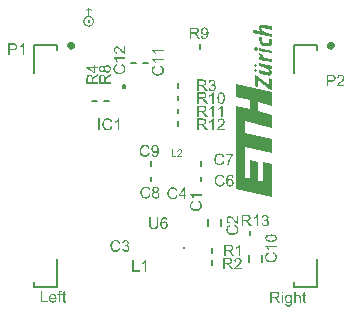
<source format=gto>
%FSTAX23Y23*%
%MOIN*%
%SFA1B1*%

%IPPOS*%
%ADD10C,0.003937*%
%ADD11C,0.010630*%
%ADD12C,0.011811*%
%ADD13C,0.007874*%
%ADD14C,0.005905*%
%LNdeck-1*%
%LPD*%
G36*
X00898Y00941D02*
Y0093D01*
X0089Y00932*
X00893Y00929*
X00896Y00927*
X00898Y00923*
X00899Y0092*
Y00916*
X00898Y00914*
X00897Y00912*
X00895Y0091*
X00892Y00909*
X00889Y00908*
X00885Y00909*
X00877Y0091*
X00857Y00915*
Y00925*
X00884Y00919*
X00886Y00919*
X00887*
X00889Y00919*
X0089Y0092*
X0089Y00922*
Y00923*
X00889Y00925*
X00888Y00927*
X00886Y00929*
X00882Y00931*
X00877Y00934*
X00873Y00936*
X00857Y00939*
Y0095*
X00898Y00941*
G37*
G36*
X00848Y00908D02*
X00888Y00878D01*
Y00899*
X00898Y00897*
Y00861*
X00891Y00863*
X00852Y00893*
Y00871*
X00842Y00874*
Y00909*
X00848Y00908*
G37*
G36*
X00899Y00852D02*
Y00808D01*
X00853Y00819*
Y00789*
X00899Y00778*
Y00734*
X00811Y00755*
Y00716*
X00899Y00695*
Y00649*
X00811Y0067*
Y00568*
X00825Y00565*
Y00628*
X00854Y00621*
Y00558*
X00868Y00555*
Y00621*
X00899Y00613*
Y00548*
Y00502*
X00781Y00529*
Y00806*
X00825Y00795*
Y00825*
X00781Y00836*
Y0088*
X00899Y00852*
G37*
G36*
X00898Y00991D02*
Y00982D01*
X00857Y00991*
Y01*
X00898Y00991*
G37*
G36*
X00866Y00981D02*
X00866Y0098D01*
Y00978*
X00866Y00977*
X00868Y00975*
X0087Y00973*
X00873Y0097*
X00877Y00968*
X00884Y00966*
X00891Y00963*
X00898Y00962*
Y00952*
X00857Y00961*
Y00971*
X00868Y00968*
X00864Y0097*
X00861Y00972*
X0086Y00974*
X00858Y00976*
X00857Y00977*
X00856Y00979*
X00856Y00981*
Y00982*
X00856Y00983*
X00866Y00981*
G37*
G36*
X00869Y01078D02*
X00877Y01076D01*
X00898Y01072*
Y01061*
X00871Y01067*
X00869Y01068*
X00867*
X00866Y01067*
X00865Y01066*
X00864Y01065*
Y01064*
X00865Y01062*
X00866Y0106*
X00869Y01058*
X00873Y01055*
X00877Y01053*
X00882Y01051*
X00898Y01047*
Y01038*
X00837Y01051*
Y01061*
X00864Y01055*
X00861Y01057*
X00858Y0106*
X00857Y01063*
X00856Y01067*
Y01071*
X00856Y01073*
X00858Y01075*
X00859Y01077*
X00862Y01078*
X00866Y01078*
X00869Y01078*
G37*
G36*
X00866Y01036D02*
X00865Y01034D01*
X00865Y01033*
X00865Y0103*
Y01027*
X00865Y01026*
X00866Y01024*
X00867Y01022*
X0087Y0102*
X00872Y01018*
X00874Y01017*
X00877Y01016*
X00881Y01016*
X00883*
X00884Y01016*
X00886Y01016*
X00887Y01017*
X00888Y01018*
X00889Y0102*
X0089Y01021*
Y01023*
X0089Y01026*
X00889Y01029*
X00888Y01031*
X00897Y0103*
X00898Y01029*
X00898Y01026*
X00899Y01022*
Y01019*
X00898Y01015*
X00898Y01013*
X00897Y0101*
X00895Y01008*
X00894Y01007*
X00891Y01006*
X00889Y01005*
X00885Y01005*
X00881*
X00878Y01005*
X00875Y01006*
X00872Y01007*
X00869Y01008*
X00866Y0101*
X00864Y01012*
X00862Y01014*
X0086Y01017*
X00858Y01021*
X00857Y01025*
X00856Y01029*
Y01033*
X00857Y01035*
X00857Y01038*
X00866Y01036*
G37*
G36*
X00877Y00444D02*
X00878Y00444D01*
X00878Y00444*
X00879Y00444*
X0088Y00444*
X00881Y00444*
X00882Y00443*
X00882*
X00882Y00443*
X00883Y00443*
X00883Y00443*
X00883Y00443*
X00884Y00442*
X00884Y00442*
X00885Y00441*
X00886Y0044*
X00886Y00439*
Y00439*
X00886Y00439*
X00886Y00439*
X00887Y00439*
X00887Y00439*
X00887Y00439*
X00887Y00438*
X00887Y00437*
X00888Y00436*
X00888Y00435*
X00888Y00435*
Y00434*
Y00434*
Y00434*
Y00434*
X00888Y00434*
X00888Y00433*
X00887Y00432*
X00887Y00432*
X00887Y00431*
X00886Y0043*
Y0043*
X00886Y0043*
X00886Y0043*
X00886Y00429*
X00885Y00429*
X00885Y00428*
X00884Y00428*
X00883Y00427*
X00882Y00427*
X00882*
X00883Y00427*
X00883Y00427*
X00883Y00427*
X00883Y00427*
X00884Y00426*
X00884Y00426*
X00885Y00426*
X00886Y00425*
X00887Y00424*
X00888Y00423*
X00888Y00423*
X00888Y00423*
X00888Y00423*
X00888Y00423*
X00888Y00423*
X00888Y00423*
X00889Y00422*
X00889Y00422*
X00889Y00421*
X00889Y00421*
X00889Y0042*
X0089Y00419*
X0089Y00418*
Y00417*
Y00417*
Y00417*
X0089Y00417*
Y00416*
X0089Y00416*
X00889Y00416*
X00889Y00415*
X00889Y00414*
X00889Y00414*
X00889Y00413*
X00888Y00412*
X00888Y00412*
X00888Y00411*
X00887Y0041*
X00887Y00409*
X00886Y00409*
X00886Y00409*
X00886Y00409*
X00886Y00408*
X00885Y00408*
X00885Y00408*
X00884Y00408*
X00884Y00407*
X00883Y00407*
X00883Y00407*
X00882Y00406*
X00881Y00406*
X0088Y00406*
X0088Y00406*
X00879Y00405*
X00878Y00405*
X00877Y00405*
X00876*
X00876Y00405*
X00876*
X00875Y00405*
X00875Y00405*
X00874Y00406*
X00874Y00406*
X00873Y00406*
X00872Y00406*
X00872Y00406*
X00871Y00407*
X0087Y00407*
X0087Y00407*
X00869Y00408*
X00868Y00408*
X00868Y00408*
X00868Y00408*
X00868Y00409*
X00868Y00409*
X00868Y00409*
X00867Y0041*
X00867Y0041*
X00867Y0041*
X00866Y00411*
X00866Y00412*
X00866Y00412*
X00865Y00413*
X00865Y00414*
X00865Y00414*
X00865Y00415*
X00865Y00416*
X00869Y00417*
Y00417*
X00869Y00417*
X00869Y00416*
X00869Y00416*
X00869Y00416*
X0087Y00415*
X0087Y00415*
X0087Y00414*
X00871Y00413*
X00871Y00412*
X00872Y00411*
X00872Y00411*
X00872*
X00872Y00411*
X00872Y00411*
X00872Y00411*
X00873Y0041*
X00873Y0041*
X00874Y0041*
X00875Y0041*
X00876Y00409*
X00877Y00409*
X00877*
X00877Y00409*
X00878Y00409*
X00878Y00409*
X00879Y0041*
X0088Y0041*
X00881Y0041*
X00881Y0041*
X00881Y00411*
X00882Y00411*
X00882Y00412*
X00882Y00412*
X00882Y00412*
X00883Y00412*
X00883Y00412*
X00883Y00412*
X00883Y00412*
X00883Y00413*
X00884Y00413*
X00884Y00414*
X00884Y00415*
X00885Y00416*
X00885Y00417*
X00885Y00417*
Y00417*
Y00417*
Y00418*
X00885Y00418*
X00885Y00418*
X00885Y00418*
X00884Y00419*
X00884Y0042*
X00884Y00421*
X00883Y00421*
X00883Y00422*
X00883Y00422*
X00882Y00423*
X00882Y00423*
X00882Y00423*
X00882Y00423*
X00882Y00423*
X00882Y00423*
X00882Y00423*
X00881Y00424*
X0088Y00424*
X00879Y00424*
X00878Y00425*
X00878Y00425*
X00877Y00425*
X00877*
X00877Y00425*
X00876*
X00876Y00425*
X00875Y00424*
X00874Y00424*
X00874Y00424*
X00874Y00428*
X00874*
X00875Y00428*
X00875Y00428*
X00875*
X00876Y00428*
X00876*
X00876Y00428*
X00877Y00428*
X00878Y00429*
X00879Y00429*
X0088Y00429*
X0088Y0043*
X00881*
X00881Y0043*
X00881Y0043*
X00881Y0043*
X00881Y0043*
X00882Y00431*
X00882Y00432*
X00883Y00432*
X00883Y00433*
X00883Y00433*
X00883Y00434*
X00883Y00435*
Y00435*
Y00435*
Y00435*
X00883Y00435*
X00883Y00436*
X00883Y00436*
X00883Y00437*
X00882Y00438*
X00882Y00438*
X00881Y00439*
X00881Y00439*
X00881Y00439*
X00881Y00439*
X0088Y00439*
X0088Y0044*
X00879Y0044*
X00878Y0044*
X00878Y00441*
X00877Y00441*
X00876*
X00876Y00441*
X00876*
X00876Y00441*
X00875Y0044*
X00874Y0044*
X00873Y0044*
X00873Y00439*
X00872Y00439*
X00872Y00439*
X00872Y00439*
X00871Y00438*
X00871Y00438*
X00871Y00437*
X0087Y00436*
X0087Y00435*
X0087Y00434*
X00865Y00435*
Y00435*
X00865Y00435*
X00865Y00435*
X00865Y00435*
X00865Y00436*
X00865Y00436*
X00866Y00437*
X00866Y00437*
X00866Y00438*
X00867Y00439*
X00867Y0044*
X00867Y0044*
X00868Y00441*
X00868Y00441*
X00869Y00442*
X00869Y00442*
X00869Y00442*
X00869Y00442*
X00869Y00442*
X0087Y00443*
X0087Y00443*
X0087Y00443*
X00871Y00443*
X00871Y00443*
X00872Y00444*
X00873Y00444*
X00873Y00444*
X00874Y00444*
X00875Y00444*
X00876Y00444*
X00876Y00445*
X00877*
X00877Y00444*
G37*
G36*
X00852Y00406D02*
X00848D01*
Y00436*
X00848Y00436*
X00847Y00436*
X00847Y00435*
X00846Y00435*
X00846Y00434*
X00845Y00434*
X00844Y00433*
X00843Y00433*
X00843*
X00843Y00433*
X00843Y00433*
X00843Y00432*
X00842Y00432*
X00842Y00432*
X00842Y00432*
X00841Y00431*
X0084Y00431*
X00839Y00431*
X00838Y0043*
Y00435*
X00838Y00435*
X00838Y00435*
X00839Y00435*
X00839Y00435*
X00839Y00435*
X0084Y00436*
X0084Y00436*
X00841Y00436*
X00842Y00437*
X00843Y00438*
X00844Y00438*
X00845Y00439*
X00845Y00439*
X00845Y00439*
X00845Y0044*
X00846Y0044*
X00846Y0044*
X00846Y0044*
X00847Y00441*
X00847Y00442*
X00848Y00443*
X00849Y00444*
X00849Y00445*
X00852*
Y00406*
G37*
G36*
X00816Y00444D02*
X00817D01*
X00817Y00444*
X00818Y00444*
X00819Y00444*
X0082Y00444*
X00822Y00444*
X00822Y00444*
X00823Y00443*
X00823*
X00823Y00443*
X00823Y00443*
X00823Y00443*
X00824Y00443*
X00824Y00443*
X00825Y00442*
X00826Y00441*
X00826Y00441*
X00827Y0044*
Y0044*
X00827Y0044*
X00827Y00439*
X00827Y00439*
X00827Y00439*
X00827Y00439*
X00828Y00438*
X00828Y00438*
X00828Y00437*
X00828Y00436*
X00829Y00435*
X00829Y00434*
Y00434*
Y00434*
Y00433*
X00829Y00433*
X00829Y00433*
X00828Y00432*
X00828Y00432*
X00828Y00431*
X00828Y0043*
X00828Y0043*
X00827Y00429*
X00827Y00429*
X00827Y00428*
X00826Y00428*
X00826Y00427*
X00826Y00427*
X00826Y00427*
X00826Y00427*
X00825Y00427*
X00825Y00426*
X00825Y00426*
X00824Y00426*
X00824Y00426*
X00823Y00425*
X00823Y00425*
X00822Y00425*
X00821Y00424*
X00821Y00424*
X0082Y00424*
X00819Y00424*
X00818Y00423*
X00818*
X00818Y00423*
X00818Y00423*
X00818Y00423*
X00819Y00423*
X00819Y00423*
X0082Y00422*
X0082Y00422*
X00821Y00422*
X00821Y00422*
X00821Y00421*
X00821Y00421*
X00821Y00421*
X00821Y00421*
X00822Y00421*
X00822Y0042*
X00823Y00419*
X00824Y00419*
X00824Y00418*
X00825Y00416*
X00832Y00406*
X00825*
X0082Y00414*
X0082Y00414*
X0082Y00414*
X0082Y00414*
X0082Y00415*
X0082Y00415*
X00819Y00415*
X00819Y00416*
X00818Y00417*
X00818Y00418*
X00817Y00419*
X00817Y00419*
Y00419*
X00816Y00419*
X00816Y0042*
X00816Y0042*
X00816Y0042*
X00815Y00421*
X00815Y00421*
X00814Y00422*
X00814Y00422*
X00814Y00422*
X00814Y00422*
X00814Y00422*
X00813Y00422*
X00813Y00422*
X00813Y00423*
X00812Y00423*
X00812Y00423*
X00812*
X00812Y00423*
X00811Y00423*
X00811Y00423*
X00811*
X0081Y00423*
X0081Y00423*
X00803*
Y00406*
X00798*
Y00444*
X00816*
X00816Y00444*
G37*
G36*
X0048Y00254D02*
X00475D01*
Y00284*
X00475Y00284*
X00475Y00284*
X00475Y00283*
X00474Y00283*
X00473Y00282*
X00473Y00282*
X00472Y00281*
X00471Y00281*
X00471*
X00471Y00281*
X0047Y00281*
X0047Y0028*
X0047Y0028*
X0047Y0028*
X00469Y0028*
X00468Y00279*
X00467Y00279*
X00467Y00279*
X00466Y00278*
Y00283*
X00466Y00283*
X00466Y00283*
X00466Y00283*
X00466Y00283*
X00467Y00283*
X00467Y00284*
X00468Y00284*
X00468Y00284*
X00469Y00285*
X0047Y00286*
X00472Y00286*
X00473Y00287*
X00473Y00287*
X00473Y00287*
X00473Y00288*
X00473Y00288*
X00473Y00288*
X00474Y00288*
X00474Y00289*
X00475Y0029*
X00476Y00291*
X00476Y00292*
X00477Y00293*
X0048*
Y00254*
G37*
G36*
X00439Y00259D02*
X00458D01*
Y00254*
X00434*
Y00292*
X00439*
Y00259*
G37*
G36*
X00665Y00508D02*
X00635D01*
X00635Y00508*
X00635Y00508*
X00636Y00507*
X00636Y00507*
X00637Y00506*
X00637Y00505*
X00638Y00505*
X00638Y00504*
Y00504*
X00638Y00503*
X00638Y00503*
X00639Y00503*
X00639Y00503*
X00639Y00503*
X00639Y00502*
X0064Y00501*
X0064Y005*
X0064Y00499*
X00641Y00499*
X00636*
X00636Y00499*
X00636Y00499*
X00636Y00499*
X00636Y00499*
X00636Y005*
X00635Y005*
X00635Y00501*
X00635Y00501*
X00634Y00502*
X00633Y00503*
X00633Y00504*
X00632Y00506*
X00632Y00506*
X00632Y00506*
X00631Y00506*
X00631Y00506*
X00631Y00506*
X00631Y00507*
X0063Y00507*
X00629Y00508*
X00628Y00509*
X00627Y00509*
X00626Y0051*
Y00513*
X00665*
Y00508*
G37*
G36*
X00653Y00491D02*
X00653Y00491D01*
X00654Y0049*
X00654Y0049*
X00655Y0049*
X00656Y0049*
X00656Y00489*
X00657Y00489*
X00658Y00489*
X00659Y00488*
X0066Y00488*
X0066Y00487*
X00661Y00486*
X00662Y00486*
X00662Y00485*
X00662Y00485*
X00663Y00485*
X00663Y00485*
X00663Y00484*
X00663Y00484*
X00663Y00483*
X00664Y00483*
X00664Y00482*
X00664Y00481*
X00665Y00481*
X00665Y0048*
X00665Y00479*
X00665Y00478*
X00666Y00477*
X00666Y00476*
X00666Y00475*
Y00474*
X00666Y00474*
X00666Y00473*
X00666Y00473*
X00665Y00472*
X00665Y00471*
X00665Y0047*
X00665Y0047*
X00665Y00469*
X00665Y00468*
X00664Y00467*
X00664Y00466*
X00664Y00465*
X00663Y00465*
X00663Y00465*
X00663Y00465*
X00663Y00464*
X00663Y00464*
X00662Y00464*
X00662Y00463*
X00662Y00463*
X00661Y00462*
X00661Y00462*
X0066Y00462*
X0066Y00461*
X00659Y00461*
X00658Y0046*
X00658Y0046*
X00657Y00459*
X00656Y00459*
X00656Y00459*
X00656Y00459*
X00655Y00459*
X00655Y00458*
X00655Y00458*
X00654Y00458*
X00653Y00458*
X00653Y00458*
X00652Y00458*
X00651Y00457*
X0065Y00457*
X00649Y00457*
X00648Y00457*
X00647Y00457*
X00646Y00457*
X00645*
X00645*
X00645*
X00645Y00457*
X00644Y00457*
X00643Y00457*
X00643Y00457*
X00642Y00457*
X00641Y00457*
X0064Y00457*
X00639Y00458*
X00638Y00458*
X00637Y00458*
X00636Y00459*
X00635Y00459*
X00635Y00459*
X00635Y00459*
X00635Y00459*
X00634Y00459*
X00634Y0046*
X00634Y0046*
X00633Y0046*
X00633Y00461*
X00632Y00461*
X00631Y00462*
X00631Y00462*
X0063Y00463*
X0063Y00463*
X00629Y00464*
X00629Y00465*
X00628Y00466*
X00628Y00466*
X00628Y00466*
X00628Y00466*
X00628Y00466*
X00628Y00467*
X00628Y00467*
X00627Y00468*
X00627Y00468*
X00627Y00469*
X00627Y0047*
X00626Y0047*
X00626Y00471*
X00626Y00473*
X00626Y00474*
X00626Y00475*
Y00475*
X00626Y00476*
X00626Y00476*
X00626Y00477*
X00626Y00478*
X00626Y00478*
X00626Y00479*
X00627Y0048*
X00627Y00481*
X00627Y00481*
X00628Y00482*
X00628Y00483*
X00628Y00484*
X00629Y00485*
X00629Y00485*
X00629Y00485*
X00629Y00485*
X00629Y00485*
X0063Y00486*
X0063Y00486*
X00631Y00486*
X00631Y00487*
X00632Y00487*
X00632Y00488*
X00633Y00488*
X00634Y00489*
X00634Y00489*
X00635Y00489*
X00636Y0049*
X00637Y0049*
X00638Y00485*
X00638*
X00638Y00485*
X00638Y00485*
X00638Y00485*
X00637Y00485*
X00637Y00484*
X00636Y00484*
X00635Y00484*
X00634Y00483*
X00633Y00482*
X00633Y00482*
X00632Y00481*
X00632Y00481*
X00632Y00481*
X00632Y00481*
X00632Y00481*
X00632Y0048*
X00632Y0048*
X00631Y0048*
X00631Y00479*
X00631Y00479*
X00631Y00478*
X00631Y00477*
X0063Y00476*
X0063Y00475*
Y00474*
X0063Y00474*
X0063Y00474*
X0063Y00473*
X0063Y00473*
X00631Y00472*
X00631Y00471*
X00631Y0047*
X00631Y00469*
X00632Y00468*
X00632Y00468*
X00632Y00467*
X00632Y00467*
X00633Y00467*
X00633Y00467*
X00633Y00467*
X00633Y00467*
X00633Y00466*
X00634Y00466*
X00634Y00466*
X00634Y00465*
X00635Y00465*
X00636Y00464*
X00637Y00464*
X00638Y00463*
X00638*
X00638Y00463*
X00639Y00463*
X00639Y00463*
X00639Y00463*
X00639Y00463*
X0064Y00463*
X0064Y00463*
X00641Y00462*
X00642Y00462*
X00643Y00462*
X00644Y00462*
X00646Y00462*
X00646*
X00646*
X00646*
X00646Y00462*
X00647*
X00647Y00462*
X00648Y00462*
X00648Y00462*
X00649Y00462*
X0065Y00462*
X00651Y00463*
X00653Y00463*
X00654Y00463*
X00654*
X00654Y00464*
X00654Y00464*
X00655Y00464*
X00655Y00464*
X00655Y00464*
X00656Y00465*
X00657Y00465*
X00658Y00466*
X00659Y00467*
X00659Y00467*
X0066Y00468*
Y00468*
X0066Y00468*
X0066Y00468*
X0066Y00468*
X0066Y00469*
X0066Y00469*
X0066Y00469*
X0066Y0047*
X00661Y00471*
X00661Y00472*
X00661Y00473*
X00661Y00474*
X00661Y00474*
Y00475*
X00661Y00475*
X00661Y00475*
X00661Y00476*
X00661Y00476*
X00661Y00477*
X00661Y00478*
X00661Y00479*
X0066Y00479*
X0066Y0048*
X0066Y0048*
X00659Y00481*
X00659Y00482*
X00659Y00482*
X00659Y00482*
X00659Y00482*
X00658Y00482*
X00658Y00482*
X00658Y00483*
X00657Y00483*
X00657Y00483*
X00657Y00484*
X00656Y00484*
X00655Y00484*
X00655Y00485*
X00654Y00485*
X00653Y00485*
X00652Y00485*
X00652Y00486*
X00653Y00491*
X00653*
X00653Y00491*
G37*
G36*
X00731Y00765D02*
X00731Y00765D01*
X00732Y00765*
X00733Y00764*
X00733Y00764*
X00734Y00764*
X00735Y00764*
X00735Y00764*
X00736Y00763*
X00737Y00763*
X00738Y00763*
X00738Y00762*
X00739Y00762*
X00739Y00762*
X00739Y00761*
X00739Y00761*
X00739Y00761*
X0074Y00761*
X0074Y0076*
X0074Y0076*
X0074Y00759*
X00741Y00759*
X00741Y00758*
X00741Y00758*
X00742Y00757*
X00742Y00756*
X00742Y00756*
X00742Y00755*
X00742Y00754*
Y00754*
Y00754*
Y00754*
Y00754*
X00742Y00753*
X00742Y00753*
X00742Y00752*
X00742Y00751*
X00741Y0075*
X00741Y00749*
Y00749*
X00741Y00749*
X00741Y00749*
X00741Y00749*
X00741Y00749*
X0074Y00748*
X0074Y00747*
X00739Y00747*
X00739Y00746*
X00738Y00745*
X00738Y00745*
X00738Y00745*
X00738Y00745*
X00738Y00744*
X00737Y00744*
X00737Y00744*
X00737Y00743*
X00736Y00743*
X00736Y00743*
X00735Y00742*
X00735Y00742*
X00734Y00741*
X00733Y0074*
X00732Y0074*
X00732Y00739*
X00731Y00738*
X00731Y00738*
X00731Y00738*
X0073Y00738*
X0073Y00737*
X0073Y00737*
X00729Y00737*
X00728Y00736*
X00727Y00735*
X00727Y00734*
X00726Y00734*
X00726Y00734*
X00725Y00733*
X00725Y00733*
X00725Y00733*
X00725Y00733*
X00725Y00733*
X00725Y00732*
X00724Y00732*
X00724Y00732*
X00723Y00731*
X00742*
Y00726*
X00717*
Y00726*
Y00726*
Y00727*
X00717Y00727*
X00717Y00728*
X00717Y00728*
X00717Y00729*
X00717Y00729*
Y00729*
X00717Y0073*
X00717Y0073*
X00717Y0073*
X00718Y0073*
X00718Y0073*
X00718Y00731*
X00718Y00732*
X00719Y00733*
X0072Y00734*
X0072Y00735*
X0072Y00735*
X0072Y00735*
X00721Y00735*
X00721Y00735*
X00721Y00735*
X00721Y00735*
X00722Y00736*
X00722Y00736*
X00722Y00737*
X00723Y00737*
X00723Y00738*
X00724Y00738*
X00724Y00739*
X00725Y00739*
X00726Y0074*
X00727Y0074*
X00727Y0074*
X00727Y00741*
X00727Y00741*
X00728Y00741*
X00728Y00742*
X00729Y00742*
X00729Y00743*
X0073Y00743*
X00731Y00745*
X00733Y00746*
X00733Y00747*
X00734Y00747*
X00735Y00748*
X00735Y00748*
X00735Y00749*
X00735Y00749*
X00735Y00749*
X00735Y00749*
X00736Y00749*
X00736Y0075*
X00736Y0075*
X00737Y00751*
X00737Y00752*
X00737Y00753*
X00737Y00754*
X00737Y00754*
Y00754*
Y00754*
Y00754*
X00737Y00755*
Y00755*
X00737Y00755*
X00737Y00756*
X00737Y00756*
X00736Y00757*
X00736Y00758*
X00736Y00758*
X00736Y00758*
X00735Y00759*
X00735Y00759*
X00735Y00759*
X00735Y00759*
X00735Y00759*
X00735Y00759*
X00734Y00759*
X00734Y0076*
X00733Y0076*
X00732Y0076*
X00731Y00761*
X00731Y00761*
X0073*
X00729Y00761*
X00729*
X00729Y00761*
X00728Y00761*
X00727Y0076*
X00726Y0076*
X00726Y0076*
X00725Y00759*
X00725Y00759*
X00724Y00759*
X00724Y00759*
X00724Y00759*
X00724Y00758*
X00724Y00758*
X00724Y00758*
X00724Y00758*
X00724Y00758*
X00723Y00757*
X00723Y00757*
X00723Y00756*
X00723Y00755*
X00722Y00754*
X00722Y00754*
X00722Y00753*
X00718Y00754*
Y00754*
X00718Y00754*
X00718Y00754*
X00718Y00754*
X00718Y00755*
X00718Y00755*
X00718Y00756*
X00718Y00757*
X00718Y00757*
X00719Y00758*
X00719Y00759*
X00719Y00759*
X0072Y0076*
X0072Y00761*
X00721Y00761*
X00721Y00762*
X00721Y00762*
X00721Y00762*
X00722Y00762*
X00722Y00762*
X00722Y00762*
X00723Y00763*
X00723Y00763*
X00724Y00763*
X00724Y00764*
X00725Y00764*
X00726Y00764*
X00726Y00764*
X00727Y00764*
X00728Y00765*
X00729Y00765*
X0073Y00765*
X00731*
X00731Y00765*
G37*
G36*
X00705Y00726D02*
X00701D01*
Y00756*
X007Y00756*
X007Y00756*
X007Y00756*
X00699Y00755*
X00699Y00755*
X00698Y00754*
X00697Y00754*
X00696Y00753*
X00696*
X00696Y00753*
X00696Y00753*
X00696Y00753*
X00695Y00753*
X00695Y00752*
X00694Y00752*
X00694Y00752*
X00693Y00751*
X00692Y00751*
X00691Y00751*
Y00755*
X00691Y00755*
X00691Y00755*
X00691Y00755*
X00692Y00755*
X00692Y00756*
X00693Y00756*
X00693Y00756*
X00693Y00756*
X00695Y00757*
X00696Y00758*
X00697Y00759*
X00698Y0076*
X00698Y0076*
X00698Y0076*
X00698Y0076*
X00699Y0076*
X00699Y0076*
X00699Y0076*
X007Y00761*
X007Y00762*
X00701Y00763*
X00702Y00764*
X00702Y00765*
X00705*
Y00726*
G37*
G36*
X00669Y00765D02*
X0067D01*
X0067Y00764*
X00671Y00764*
X00672Y00764*
X00673Y00764*
X00674Y00764*
X00675Y00764*
X00676Y00764*
X00676*
X00676Y00763*
X00676Y00763*
X00676Y00763*
X00677Y00763*
X00677Y00763*
X00678Y00762*
X00679Y00762*
X00679Y00761*
X0068Y0076*
Y0076*
X0068Y0076*
X0068Y0076*
X0068Y00759*
X0068Y00759*
X0068Y00759*
X00681Y00759*
X00681Y00758*
X00681Y00757*
X00681Y00756*
X00681Y00755*
X00681Y00754*
Y00754*
Y00754*
Y00754*
X00681Y00753*
X00681Y00753*
X00681Y00753*
X00681Y00752*
X00681Y00752*
X00681Y00751*
X00681Y0075*
X0068Y00749*
X0068Y00749*
X0068Y00748*
X00679Y00748*
X00679Y00747*
X00679Y00747*
X00679Y00747*
X00679Y00747*
X00678Y00747*
X00678Y00747*
X00678Y00746*
X00677Y00746*
X00677Y00746*
X00676Y00745*
X00676Y00745*
X00675Y00745*
X00674Y00745*
X00673Y00744*
X00673Y00744*
X00672Y00744*
X00671Y00744*
X00671*
X00671Y00744*
X00671Y00743*
X00671Y00743*
X00672Y00743*
X00672Y00743*
X00673Y00742*
X00673Y00742*
X00674Y00742*
X00674Y00742*
X00674Y00742*
X00674Y00742*
X00674Y00741*
X00674Y00741*
X00675Y00741*
X00675Y0074*
X00676Y0074*
X00676Y00739*
X00677Y00738*
X00678Y00737*
X00685Y00726*
X00678*
X00673Y00734*
X00673Y00734*
X00673Y00734*
X00673Y00734*
X00673Y00735*
X00673Y00735*
X00672Y00735*
X00672Y00736*
X00671Y00737*
X00671Y00738*
X0067Y00739*
X00669Y00739*
Y00739*
X00669Y0074*
X00669Y0074*
X00669Y0074*
X00669Y0074*
X00668Y00741*
X00668Y00741*
X00667Y00742*
X00667Y00742*
X00667Y00742*
X00667Y00742*
X00666Y00742*
X00666Y00742*
X00666Y00743*
X00665Y00743*
X00665Y00743*
X00665Y00743*
X00664*
X00664Y00743*
X00664Y00743*
X00664Y00743*
X00663*
X00663Y00743*
X00662Y00743*
X00656*
Y00726*
X00651*
Y00765*
X00669*
X00669Y00765*
G37*
G36*
X00735Y00769D02*
X0073D01*
Y00799*
X0073Y00799*
X0073Y00799*
X0073Y00799*
X00729Y00798*
X00729Y00798*
X00728Y00797*
X00727Y00797*
X00726Y00796*
X00726*
X00726Y00796*
X00726Y00796*
X00725Y00796*
X00725Y00796*
X00725Y00795*
X00724Y00795*
X00723Y00795*
X00723Y00794*
X00722Y00794*
X00721Y00794*
Y00798*
X00721Y00798*
X00721Y00798*
X00721Y00798*
X00722Y00798*
X00722Y00799*
X00722Y00799*
X00723Y00799*
X00723Y00799*
X00724Y008*
X00726Y00801*
X00727Y00802*
X00728Y00803*
X00728Y00803*
X00728Y00803*
X00728Y00803*
X00728Y00803*
X00729Y00803*
X00729Y00804*
X00729Y00804*
X0073Y00805*
X00731Y00806*
X00732Y00807*
X00732Y00808*
X00735*
Y00769*
G37*
G36*
X00705D02*
X00701D01*
Y00799*
X007Y00799*
X007Y00799*
X007Y00799*
X00699Y00798*
X00699Y00798*
X00698Y00797*
X00697Y00797*
X00696Y00796*
X00696*
X00696Y00796*
X00696Y00796*
X00696Y00796*
X00695Y00796*
X00695Y00795*
X00694Y00795*
X00694Y00795*
X00693Y00794*
X00692Y00794*
X00691Y00794*
Y00798*
X00691Y00798*
X00691Y00798*
X00691Y00798*
X00692Y00798*
X00692Y00799*
X00693Y00799*
X00693Y00799*
X00693Y00799*
X00695Y008*
X00696Y00801*
X00697Y00802*
X00698Y00803*
X00698Y00803*
X00698Y00803*
X00698Y00803*
X00699Y00803*
X00699Y00803*
X00699Y00804*
X007Y00804*
X007Y00805*
X00701Y00806*
X00702Y00807*
X00702Y00808*
X00705*
Y00769*
G37*
G36*
X00669Y00808D02*
X0067D01*
X0067Y00808*
X00671Y00808*
X00672Y00807*
X00673Y00807*
X00674Y00807*
X00675Y00807*
X00676Y00807*
X00676*
X00676Y00807*
X00676Y00806*
X00676Y00806*
X00677Y00806*
X00677Y00806*
X00678Y00805*
X00679Y00805*
X00679Y00804*
X0068Y00803*
Y00803*
X0068Y00803*
X0068Y00803*
X0068Y00802*
X0068Y00802*
X0068Y00802*
X00681Y00802*
X00681Y00801*
X00681Y008*
X00681Y00799*
X00681Y00798*
X00681Y00797*
Y00797*
Y00797*
Y00797*
X00681Y00796*
X00681Y00796*
X00681Y00796*
X00681Y00795*
X00681Y00795*
X00681Y00794*
X00681Y00793*
X0068Y00792*
X0068Y00792*
X0068Y00791*
X00679Y00791*
X00679Y0079*
X00679Y0079*
X00679Y0079*
X00679Y0079*
X00678Y0079*
X00678Y0079*
X00678Y00789*
X00677Y00789*
X00677Y00789*
X00676Y00788*
X00676Y00788*
X00675Y00788*
X00674Y00788*
X00673Y00787*
X00673Y00787*
X00672Y00787*
X00671Y00787*
X00671*
X00671Y00787*
X00671Y00787*
X00671Y00786*
X00672Y00786*
X00672Y00786*
X00673Y00785*
X00673Y00785*
X00674Y00785*
X00674Y00785*
X00674Y00785*
X00674Y00785*
X00674Y00784*
X00674Y00784*
X00675Y00784*
X00675Y00783*
X00676Y00783*
X00676Y00782*
X00677Y00781*
X00678Y0078*
X00685Y00769*
X00678*
X00673Y00777*
X00673Y00777*
X00673Y00777*
X00673Y00778*
X00673Y00778*
X00673Y00778*
X00672Y00778*
X00672Y00779*
X00671Y0078*
X00671Y00781*
X0067Y00782*
X00669Y00782*
Y00783*
X00669Y00783*
X00669Y00783*
X00669Y00783*
X00669Y00783*
X00668Y00784*
X00668Y00784*
X00667Y00785*
X00667Y00785*
X00667Y00785*
X00667Y00785*
X00666Y00785*
X00666Y00785*
X00666Y00786*
X00665Y00786*
X00665Y00786*
X00665Y00786*
X00664*
X00664Y00786*
X00664Y00786*
X00664Y00786*
X00663*
X00663Y00786*
X00662Y00786*
X00656*
Y00769*
X00651*
Y00808*
X00669*
X00669Y00808*
G37*
G36*
X00705Y00814D02*
X00701D01*
Y00844*
X007Y00844*
X007Y00844*
X007Y00844*
X00699Y00843*
X00699Y00843*
X00698Y00842*
X00697Y00841*
X00696Y00841*
X00696*
X00696Y00841*
X00696Y00841*
X00696Y00841*
X00695Y0084*
X00695Y0084*
X00694Y0084*
X00694Y0084*
X00693Y00839*
X00692Y00839*
X00691Y00838*
Y00843*
X00691Y00843*
X00691Y00843*
X00691Y00843*
X00692Y00843*
X00692Y00843*
X00693Y00844*
X00693Y00844*
X00693Y00844*
X00695Y00845*
X00696Y00846*
X00697Y00847*
X00698Y00847*
X00698Y00848*
X00698Y00848*
X00698Y00848*
X00699Y00848*
X00699Y00848*
X00699Y00848*
X007Y00849*
X007Y0085*
X00701Y00851*
X00702Y00852*
X00702Y00853*
X00705*
Y00814*
G37*
G36*
X00669Y00852D02*
X0067D01*
X0067Y00852*
X00671Y00852*
X00672Y00852*
X00673Y00852*
X00674Y00852*
X00675Y00852*
X00676Y00851*
X00676*
X00676Y00851*
X00676Y00851*
X00676Y00851*
X00677Y00851*
X00677Y00851*
X00678Y0085*
X00679Y00849*
X00679Y00849*
X0068Y00848*
Y00848*
X0068Y00848*
X0068Y00848*
X0068Y00847*
X0068Y00847*
X0068Y00847*
X00681Y00846*
X00681Y00846*
X00681Y00845*
X00681Y00844*
X00681Y00843*
X00681Y00842*
Y00842*
Y00842*
Y00842*
X00681Y00841*
X00681Y00841*
X00681Y00841*
X00681Y0084*
X00681Y0084*
X00681Y00839*
X00681Y00838*
X0068Y00837*
X0068Y00837*
X0068Y00836*
X00679Y00836*
X00679Y00835*
X00679Y00835*
X00679Y00835*
X00679Y00835*
X00678Y00835*
X00678Y00834*
X00678Y00834*
X00677Y00834*
X00677Y00834*
X00676Y00833*
X00676Y00833*
X00675Y00833*
X00674Y00832*
X00673Y00832*
X00673Y00832*
X00672Y00832*
X00671Y00832*
X00671*
X00671Y00832*
X00671Y00831*
X00671Y00831*
X00672Y00831*
X00672Y00831*
X00673Y0083*
X00673Y0083*
X00674Y0083*
X00674Y0083*
X00674Y0083*
X00674Y00829*
X00674Y00829*
X00674Y00829*
X00675Y00829*
X00675Y00828*
X00676Y00827*
X00676Y00827*
X00677Y00826*
X00678Y00825*
X00685Y00814*
X00678*
X00673Y00822*
X00673Y00822*
X00673Y00822*
X00673Y00822*
X00673Y00823*
X00673Y00823*
X00672Y00823*
X00672Y00824*
X00671Y00825*
X00671Y00826*
X0067Y00827*
X00669Y00827*
Y00827*
X00669Y00827*
X00669Y00828*
X00669Y00828*
X00669Y00828*
X00668Y00829*
X00668Y00829*
X00667Y0083*
X00667Y0083*
X00667Y0083*
X00667Y0083*
X00666Y0083*
X00666Y0083*
X00666Y0083*
X00665Y00831*
X00665Y00831*
X00665Y00831*
X00664*
X00664Y00831*
X00664Y00831*
X00664Y00831*
X00663*
X00663Y00831*
X00662Y00831*
X00656*
Y00814*
X00651*
Y00852*
X00669*
X00669Y00852*
G37*
G36*
X00731Y00853D02*
X00731Y00853D01*
X00732Y00852*
X00733Y00852*
X00733Y00852*
X00734Y00852*
X00735Y00851*
X00735*
X00735Y00851*
X00736Y00851*
X00736Y00851*
X00736Y00851*
X00737Y0085*
X00737Y0085*
X00738Y00849*
X00739Y00849*
X00739Y00848*
Y00848*
X00739Y00848*
X00739Y00848*
X00739Y00847*
X0074Y00847*
X0074Y00847*
X0074Y00847*
X0074Y00846*
X0074Y00845*
X00741Y00844*
X00741Y00843*
X00742Y00842*
Y00842*
X00742Y00842*
X00742Y00842*
X00742Y00841*
X00742Y00841*
X00742Y00841*
X00742Y0084*
X00742Y0084*
X00742Y00839*
X00742Y00838*
X00742Y00838*
X00742Y00837*
X00742Y00836*
X00742Y00835*
X00742Y00834*
Y00833*
Y00833*
Y00833*
Y00832*
Y00832*
X00742Y00831*
X00742Y00831*
X00742Y0083*
X00742Y00829*
X00742Y00828*
X00742Y00827*
X00742Y00826*
X00741Y00824*
X00741Y00823*
X00741Y00822*
Y00822*
X00741Y00822*
X00741Y00822*
X00741Y00821*
X00741Y00821*
X0074Y00821*
X0074Y0082*
X0074Y0082*
X00739Y00819*
X00739Y00818*
X00738Y00817*
X00737Y00816*
X00737Y00816*
X00737Y00816*
X00737Y00816*
X00737Y00816*
X00736Y00815*
X00736Y00815*
X00736Y00815*
X00735Y00815*
X00735Y00815*
X00734Y00814*
X00734Y00814*
X00733Y00814*
X00733Y00814*
X00732Y00814*
X00731Y00814*
X00731Y00814*
X0073Y00813*
X0073*
X00729Y00814*
X00729Y00814*
X00728Y00814*
X00728Y00814*
X00727Y00814*
X00727Y00814*
X00726Y00814*
X00725Y00814*
X00725Y00815*
X00724Y00815*
X00723Y00816*
X00722Y00816*
X00722Y00817*
X00721Y00817*
X00721Y00817*
X00721Y00818*
X00721Y00818*
X00721Y00818*
X0072Y00819*
X0072Y0082*
X0072Y0082*
X00719Y00821*
X00719Y00822*
X00719Y00823*
X00718Y00825*
X00718Y00826*
X00718Y00828*
X00718Y00829*
X00717Y00831*
X00717Y00833*
Y00833*
Y00833*
Y00834*
X00717Y00834*
Y00835*
X00717Y00835*
X00717Y00836*
X00718Y00837*
X00718Y00838*
X00718Y00839*
X00718Y00841*
X00718Y00842*
X00718Y00843*
X00719Y00844*
Y00844*
X00719Y00844*
X00719Y00844*
X00719Y00845*
X00719Y00845*
X00719Y00845*
X0072Y00846*
X0072Y00846*
X0072Y00847*
X00721Y00848*
X00722Y00849*
X00722Y0085*
X00723Y0085*
X00723Y0085*
X00723Y0085*
X00723Y00851*
X00723Y00851*
X00724Y00851*
X00724Y00851*
X00724Y00851*
X00725Y00852*
X00725Y00852*
X00726Y00852*
X00726Y00852*
X00727Y00852*
X00728Y00852*
X00728Y00853*
X00729Y00853*
X0073Y00853*
X0073*
X00731Y00853*
G37*
G36*
X00675Y01069D02*
X00675D01*
X00676Y01068*
X00676Y01068*
X00677Y01068*
X00678Y01068*
X00679Y01068*
X00679Y01067*
X0068Y01067*
X00681Y01067*
X00681Y01067*
X00681Y01066*
X00681Y01066*
X00682Y01066*
X00682Y01066*
X00682Y01066*
X00682Y01066*
X00683Y01065*
X00683Y01065*
X00683Y01065*
X00684Y01064*
X00684Y01064*
X00685Y01063*
X00685Y01063*
X00685Y01062*
X00686Y01061*
X00686Y01061*
Y01061*
X00686Y01061*
X00686Y0106*
X00686Y0106*
X00686Y0106*
X00686Y01059*
X00687Y01059*
X00687Y01058*
X00687Y01057*
X00687Y01057*
X00687Y01056*
X00687Y01055*
X00687Y01054*
X00688Y01053*
X00688Y01051*
Y0105*
Y0105*
Y0105*
Y01049*
X00688Y01049*
Y01048*
X00688Y01047*
X00687Y01047*
X00687Y01046*
X00687Y01045*
X00687Y01044*
X00687Y01042*
X00687Y0104*
X00686Y01039*
X00686Y01038*
Y01038*
X00686Y01038*
X00686Y01038*
X00686Y01038*
X00686Y01037*
X00685Y01037*
X00685Y01036*
X00685Y01036*
X00684Y01035*
X00683Y01034*
X00682Y01033*
X00682Y01032*
X00681Y01032*
X00681Y01032*
X00681Y01032*
X00681Y01031*
X00681Y01031*
X0068Y01031*
X0068Y01031*
X0068Y01031*
X00679Y01031*
X00679Y0103*
X00678Y0103*
X00677Y0103*
X00677Y0103*
X00675Y0103*
X00675Y01029*
X00674Y01029*
X00673*
X00673Y01029*
X00673Y0103*
X00672Y0103*
X00672Y0103*
X00671Y0103*
X0067Y0103*
X00669Y0103*
X00669Y0103*
X00668Y01031*
X00668Y01031*
X00667Y01031*
X00666Y01032*
X00666Y01032*
X00666Y01032*
X00666Y01032*
X00666Y01032*
X00666Y01033*
X00666Y01033*
X00665Y01033*
X00665Y01034*
X00665Y01034*
X00664Y01035*
X00664Y01035*
X00664Y01036*
X00664Y01037*
X00663Y01037*
X00663Y01038*
X00663Y01039*
X00668Y01039*
Y01039*
X00668Y01039*
Y01039*
X00668Y01039*
X00668Y01039*
X00668Y01038*
X00668Y01038*
X00668Y01037*
X00669Y01036*
X00669Y01035*
X0067Y01035*
X0067Y01035*
X0067Y01035*
X0067Y01035*
X0067Y01034*
X00671Y01034*
X00672Y01034*
X00672Y01034*
X00673Y01033*
X00674Y01033*
X00674*
X00675Y01033*
X00675Y01033*
X00676Y01034*
X00676Y01034*
X00677Y01034*
X00678Y01034*
X00678Y01034*
X00678Y01034*
X00678Y01035*
X00679Y01035*
X00679Y01035*
X0068Y01036*
X0068Y01036*
X0068Y01037*
X0068Y01037*
X00681Y01037*
X00681Y01038*
X00681Y01038*
X00681Y01039*
X00682Y0104*
X00682Y0104*
X00682Y01041*
Y01041*
X00682Y01042*
X00682Y01042*
X00682Y01042*
X00682Y01042*
X00682Y01042*
X00682Y01043*
X00683Y01043*
X00683Y01044*
X00683Y01045*
X00683Y01046*
X00683Y01047*
Y01047*
Y01047*
Y01048*
Y01048*
X00683Y01048*
X00683Y01048*
X00683Y01048*
X00682Y01047*
X00682Y01047*
X00681Y01046*
X00681Y01046*
X0068Y01045*
X00679Y01044*
X00679*
X00679Y01044*
X00679Y01044*
X00679Y01044*
X00678Y01044*
X00678Y01044*
X00677Y01044*
X00677Y01043*
X00676Y01043*
X00675Y01043*
X00674Y01043*
X00674*
X00673Y01043*
X00673*
X00673Y01043*
X00672Y01043*
X00672Y01043*
X00671Y01043*
X0067Y01044*
X0067Y01044*
X00669Y01044*
X00668Y01045*
X00668Y01045*
X00667Y01045*
X00666Y01046*
X00666Y01046*
X00666Y01047*
X00666Y01047*
X00665Y01047*
X00665Y01047*
X00665Y01047*
X00665Y01048*
X00664Y01048*
X00664Y01049*
X00664Y0105*
X00663Y0105*
X00663Y01051*
X00663Y01052*
X00663Y01053*
X00663Y01054*
X00662Y01055*
X00662Y01056*
Y01056*
Y01056*
X00662Y01056*
Y01057*
X00663Y01057*
X00663Y01058*
X00663Y01058*
X00663Y01059*
X00663Y0106*
X00663Y0106*
X00664Y01061*
X00664Y01062*
X00664Y01063*
X00665Y01064*
X00665Y01064*
X00666Y01065*
X00666Y01065*
X00666Y01065*
X00666Y01065*
X00666Y01066*
X00667Y01066*
X00667Y01066*
X00668Y01066*
X00668Y01067*
X00669Y01067*
X00669Y01067*
X0067Y01068*
X00671Y01068*
X00672Y01068*
X00673Y01068*
X00673Y01069*
X00674Y01069*
X00675*
X00675Y01069*
G37*
G36*
X00644Y01068D02*
X00644D01*
X00645Y01068*
X00646Y01068*
X00647Y01068*
X00648Y01068*
X00649Y01068*
X0065Y01068*
X0065Y01067*
X0065*
X00651Y01067*
X00651Y01067*
X00651Y01067*
X00651Y01067*
X00652Y01067*
X00653Y01066*
X00653Y01065*
X00654Y01065*
X00655Y01064*
Y01064*
X00655Y01064*
X00655Y01064*
X00655Y01063*
X00655Y01063*
X00655Y01063*
X00655Y01062*
X00656Y01062*
X00656Y01061*
X00656Y0106*
X00656Y01059*
X00656Y01058*
Y01058*
Y01058*
Y01058*
X00656Y01057*
X00656Y01057*
X00656Y01057*
X00656Y01056*
X00656Y01056*
X00656Y01054*
X00655Y01054*
X00655Y01053*
X00655Y01053*
X00655Y01052*
X00654Y01052*
X00654Y01051*
X00654Y01051*
X00654Y01051*
X00653Y01051*
X00653Y01051*
X00653Y0105*
X00653Y0105*
X00652Y0105*
X00652Y0105*
X00651Y01049*
X00651Y01049*
X0065Y01049*
X00649Y01048*
X00648Y01048*
X00647Y01048*
X00646Y01048*
X00645Y01048*
X00646*
X00646Y01047*
X00646Y01047*
X00646Y01047*
X00647Y01047*
X00647Y01047*
X00648Y01046*
X00648Y01046*
X00649Y01046*
X00649Y01046*
X00649Y01046*
X00649Y01045*
X00649Y01045*
X00649Y01045*
X00649Y01045*
X0065Y01044*
X00651Y01043*
X00651Y01043*
X00652Y01042*
X00653Y0104*
X00659Y0103*
X00653*
X00648Y01038*
X00648Y01038*
X00648Y01038*
X00648Y01038*
X00648Y01039*
X00647Y01039*
X00647Y01039*
X00647Y0104*
X00646Y01041*
X00646Y01042*
X00645Y01043*
X00644Y01043*
Y01043*
X00644Y01043*
X00644Y01044*
X00644Y01044*
X00643Y01044*
X00643Y01045*
X00643Y01045*
X00642Y01046*
X00642Y01046*
X00642Y01046*
X00642Y01046*
X00641Y01046*
X00641Y01046*
X00641Y01046*
X0064Y01047*
X0064Y01047*
X00639Y01047*
X00639*
X00639Y01047*
X00639Y01047*
X00639Y01047*
X00638*
X00638Y01047*
X00637Y01047*
X00631*
Y0103*
X00626*
Y01068*
X00643*
X00644Y01068*
G37*
G36*
X00351Y00943D02*
X00352D01*
X00352Y00943*
X00352Y00942*
X00353Y00942*
X00354Y00942*
X00354Y00942*
X00355Y00942*
X00356Y00942*
X00356Y00941*
X00357Y00941*
X00358Y0094*
X00358Y0094*
X00359Y00939*
X00359Y00939*
X00359Y00939*
X00359Y00939*
X00359Y00939*
X0036Y00938*
X0036Y00938*
X0036Y00937*
X00361Y00937*
X00361Y00936*
X00361Y00935*
X00362Y00935*
X00362Y00934*
X00362Y00933*
X00362Y00932*
X00362Y00931*
X00362Y0093*
Y0093*
X00362Y00929*
Y00929*
X00362Y00929*
X00362Y00928*
X00362Y00927*
X00362Y00927*
X00362Y00926*
X00361Y00925*
X00361Y00924*
X00361Y00924*
X00361Y00923*
X0036Y00922*
X0036Y00921*
X00359Y00921*
X00359Y00921*
X00359Y00921*
X00359Y0092*
X00358Y0092*
X00358Y0092*
X00358Y0092*
X00357Y00919*
X00357Y00919*
X00356Y00919*
X00355Y00918*
X00355Y00918*
X00354Y00918*
X00353Y00918*
X00352Y00918*
X00351Y00917*
X00351Y00917*
X00351*
X0035*
X0035*
X0035Y00917*
X0035*
X00349Y00917*
X00349Y00918*
X00348Y00918*
X00347Y00918*
X00346Y00918*
X00345Y00919*
X00345Y00919*
X00344Y00919*
X00344Y00919*
X00344Y00919*
X00344Y00919*
X00344Y0092*
X00344Y0092*
X00343Y0092*
X00343Y0092*
X00343Y00921*
X00342Y00921*
X00342Y00922*
X00341Y00923*
X00341Y00925*
Y00925*
X00341Y00924*
X00341Y00924*
X00341Y00924*
X00341Y00924*
X0034Y00924*
X0034Y00923*
X0034Y00922*
X00339Y00922*
X00339Y00921*
X00338Y0092*
X00338*
X00338Y0092*
X00338Y0092*
X00337Y0092*
X00337Y0092*
X00337Y0092*
X00336Y00919*
X00335Y00919*
X00334Y00919*
X00333Y00919*
X00333*
X00333*
X00333Y00919*
X00332*
X00332Y00919*
X00332Y00919*
X00331Y00919*
X00331Y00919*
X0033Y00919*
X0033Y0092*
X00329Y0092*
X00328Y0092*
X00328Y00921*
X00327Y00921*
X00327Y00921*
X00326Y00922*
X00326Y00922*
X00326Y00922*
X00326Y00922*
X00326Y00922*
X00325Y00923*
X00325Y00923*
X00325Y00924*
X00325Y00924*
X00324Y00925*
X00324Y00925*
X00324Y00926*
X00324Y00926*
X00323Y00927*
X00323Y00928*
X00323Y00929*
X00323Y0093*
Y0093*
X00323Y00931*
X00323Y00931*
X00323Y00932*
X00323Y00932*
X00324Y00933*
X00324Y00933*
X00324Y00934*
X00324Y00935*
X00324Y00935*
X00325Y00936*
X00325Y00937*
X00326Y00937*
X00326Y00938*
X00326Y00938*
X00326Y00938*
X00326Y00938*
X00327Y00938*
X00327Y00939*
X00327Y00939*
X00328Y00939*
X00328Y0094*
X00329Y0094*
X00329Y0094*
X0033Y0094*
X0033Y00941*
X00331Y00941*
X00332Y00941*
X00332Y00941*
X00333Y00941*
X00333*
X00333*
X00333*
X00334*
X00334Y00941*
X00334Y00941*
X00335Y00941*
X00335Y00941*
X00336Y0094*
X00337Y0094*
X00338Y0094*
X00338*
X00338Y0094*
X00338Y00939*
X00339Y00939*
X00339Y00939*
X00339Y00938*
X0034Y00937*
X0034Y00936*
X00341Y00935*
Y00935*
X00341Y00936*
X00341Y00936*
X00341Y00936*
X00341Y00936*
X00341Y00937*
X00342Y00937*
X00342Y00938*
X00343Y00939*
X00344Y0094*
X00345Y00941*
X00345Y00941*
X00345Y00941*
X00345Y00941*
X00345Y00941*
X00345Y00941*
X00346Y00941*
X00346Y00942*
X00346Y00942*
X00347Y00942*
X00348Y00942*
X00349Y00943*
X0035Y00943*
X00351*
X00351*
X00351*
X00351Y00943*
G37*
G36*
X00362Y00908D02*
X00354Y00903D01*
X00354Y00903*
X00354Y00903*
X00353Y00903*
X00353Y00903*
X00353Y00902*
X00352Y00902*
X00352Y00902*
X00351Y00901*
X0035Y00901*
X00349Y009*
X00348Y00899*
X00348*
X00348Y00899*
X00348Y00899*
X00348Y00899*
X00347Y00898*
X00347Y00898*
X00347Y00898*
X00346Y00897*
X00346Y00897*
X00346Y00897*
X00346Y00897*
X00346Y00896*
X00345Y00896*
X00345Y00896*
X00345Y00895*
X00345Y00895*
X00345Y00894*
Y00894*
X00345Y00894*
X00345Y00894*
X00345Y00894*
Y00893*
X00345Y00893*
X00345Y00892*
Y00886*
X00362*
Y00881*
X00323*
Y00898*
X00323Y00899*
Y00899*
X00323Y009*
X00323Y00901*
X00324Y00902*
X00324Y00903*
X00324Y00904*
X00324Y00905*
X00324Y00905*
Y00905*
X00324Y00906*
X00324Y00906*
X00325Y00906*
X00325Y00906*
X00325Y00907*
X00326Y00908*
X00326Y00908*
X00327Y00909*
X00328Y0091*
X00328*
X00328Y0091*
X00328Y0091*
X00328Y0091*
X00329Y0091*
X00329Y0091*
X00329Y0091*
X0033Y00911*
X00331Y00911*
X00332Y00911*
X00333Y00911*
X00334Y00911*
X00334*
X00334*
X00334*
X00334Y00911*
X00335Y00911*
X00335Y00911*
X00336Y00911*
X00336Y00911*
X00337Y00911*
X00338Y0091*
X00338Y0091*
X00339Y0091*
X0034Y0091*
X0034Y00909*
X00341Y00909*
X00341Y00909*
X00341Y00909*
X00341Y00908*
X00341Y00908*
X00341Y00908*
X00342Y00908*
X00342Y00907*
X00342Y00907*
X00342Y00906*
X00343Y00906*
X00343Y00905*
X00343Y00904*
X00344Y00903*
X00344Y00902*
X00344Y00901*
X00344Y009*
Y00901*
X00344Y00901*
X00344Y00901*
X00345Y00901*
X00345Y00902*
X00345Y00902*
X00345Y00903*
X00346Y00903*
X00346Y00904*
X00346Y00904*
X00346Y00904*
X00346Y00904*
X00346Y00904*
X00347Y00904*
X00347Y00904*
X00348Y00905*
X00348Y00906*
X00349Y00906*
X0035Y00907*
X00351Y00908*
X00362Y00914*
Y00908*
G37*
G36*
X0041Y0098D02*
X0041D01*
X0041*
X0041*
X00409Y0098*
X00409Y0098*
X00408Y0098*
X00408Y0098*
X00407Y00981*
X00407*
X00407Y00981*
X00407Y00981*
X00407Y00981*
X00406Y00981*
X00406Y00981*
X00405Y00981*
X00405Y00982*
X00404Y00982*
X00403Y00983*
X00402Y00984*
X00402Y00984*
X00402Y00984*
X00402Y00984*
X00401Y00984*
X00401Y00984*
X00401Y00985*
X00401Y00985*
X004Y00985*
X004Y00986*
X00399Y00986*
X00399Y00987*
X00398Y00987*
X00398Y00988*
X00397Y00988*
X00397Y00989*
X00396Y0099*
X00396Y0099*
X00396Y0099*
X00396Y0099*
X00395Y00991*
X00395Y00991*
X00394Y00992*
X00394Y00993*
X00393Y00993*
X00392Y00995*
X0039Y00996*
X0039Y00997*
X00389Y00997*
X00389Y00998*
X00388Y00998*
X00388Y00998*
X00388Y00998*
X00388Y00998*
X00387Y00999*
X00387Y00999*
X00387Y00999*
X00386Y00999*
X00385Y01*
X00384Y01*
X00383Y01*
X00383Y01*
X00382Y01001*
X00382*
X00382*
X00382*
X00382Y01*
X00382*
X00381Y01*
X00381Y01*
X0038Y01*
X00379Y01*
X00379Y00999*
X00378Y00999*
X00378Y00999*
X00378Y00998*
X00378Y00998*
X00377Y00998*
X00377Y00998*
X00377Y00998*
X00377Y00998*
X00377Y00998*
X00377Y00997*
X00376Y00996*
X00376Y00995*
X00376Y00994*
X00376Y00994*
Y00993*
X00376Y00993*
Y00992*
X00376Y00992*
X00376Y00991*
X00376Y0099*
X00376Y00989*
X00377Y00989*
X00377Y00989*
X00377Y00988*
X00378Y00988*
X00378Y00988*
X00378Y00988*
X00378Y00988*
X00378Y00987*
X00378Y00987*
X00379Y00987*
X00379Y00987*
X00379Y00987*
X0038Y00987*
X0038Y00986*
X00381Y00986*
X00382Y00986*
X00383Y00986*
X00383Y00986*
X00383Y00981*
X00383*
X00383Y00981*
X00382Y00981*
X00382Y00981*
X00381Y00981*
X00381Y00981*
X0038Y00981*
X0038Y00982*
X00379Y00982*
X00378Y00982*
X00378Y00982*
X00377Y00983*
X00376Y00983*
X00376Y00984*
X00375Y00984*
X00375Y00985*
X00375Y00985*
X00374Y00985*
X00374Y00985*
X00374Y00985*
X00374Y00986*
X00374Y00986*
X00373Y00986*
X00373Y00987*
X00373Y00988*
X00373Y00988*
X00372Y00989*
X00372Y0099*
X00372Y00991*
X00372Y00991*
X00372Y00992*
X00372Y00993*
Y00994*
X00372Y00994*
X00372Y00995*
X00372Y00995*
X00372Y00996*
X00372Y00996*
X00372Y00997*
X00372Y00998*
X00373Y00999*
X00373Y00999*
X00373Y01*
X00374Y01001*
X00374Y01001*
X00375Y01002*
X00375Y01002*
X00375Y01002*
X00375Y01002*
X00375Y01003*
X00376Y01003*
X00376Y01003*
X00376Y01003*
X00377Y01004*
X00377Y01004*
X00378Y01004*
X00379Y01005*
X00379Y01005*
X0038Y01005*
X00381Y01005*
X00382Y01005*
X00382Y01005*
X00382*
X00382*
X00383*
X00383*
X00383Y01005*
X00384Y01005*
X00385Y01005*
X00385Y01005*
X00386Y01005*
X00387Y01004*
X00387*
X00387Y01004*
X00387Y01004*
X00387Y01004*
X00388Y01004*
X00388Y01004*
X00389Y01003*
X0039Y01003*
X00391Y01002*
X00392Y01001*
X00392Y01001*
X00392Y01001*
X00392Y01001*
X00392Y01001*
X00392Y01001*
X00393Y01*
X00393Y01*
X00393Y01*
X00394Y00999*
X00394Y00998*
X00395Y00998*
X00395Y00997*
X00396Y00997*
X00397Y00996*
X00398Y00995*
X00398Y00994*
X00398Y00994*
X00398Y00994*
X00399Y00994*
X00399Y00993*
X00399Y00993*
X004Y00993*
X004Y00992*
X00401Y00991*
X00402Y0099*
X00402Y00989*
X00403Y00989*
X00403Y00989*
X00403Y00989*
X00403Y00988*
X00403Y00988*
X00404Y00988*
X00404Y00988*
X00404Y00987*
X00405Y00987*
X00406Y00986*
Y01005*
X0041*
Y0098*
G37*
G36*
Y00964D02*
X0038D01*
X0038Y00964*
X00381Y00964*
X00381Y00963*
X00381Y00963*
X00382Y00962*
X00382Y00961*
X00383Y0096*
X00383Y00959*
Y00959*
X00384Y00959*
X00384Y00959*
X00384Y00959*
X00384Y00959*
X00384Y00958*
X00384Y00958*
X00385Y00957*
X00385Y00956*
X00386Y00955*
X00386Y00954*
X00381*
X00381Y00954*
X00381Y00955*
X00381Y00955*
X00381Y00955*
X00381Y00955*
X00381Y00956*
X0038Y00956*
X0038Y00957*
X00379Y00958*
X00379Y00959*
X00378Y0096*
X00377Y00961*
X00377Y00961*
X00377Y00961*
X00377Y00962*
X00376Y00962*
X00376Y00962*
X00376Y00962*
X00375Y00963*
X00374Y00964*
X00374Y00964*
X00373Y00965*
X00372Y00966*
Y00969*
X0041*
Y00964*
G37*
G36*
X00398Y00946D02*
X00399Y00946D01*
X00399Y00946*
X004Y00946*
X004Y00946*
X00401Y00945*
X00402Y00945*
X00402Y00945*
X00403Y00944*
X00404Y00944*
X00405Y00943*
X00405Y00943*
X00406Y00942*
X00407Y00941*
X00408Y00941*
X00408Y00941*
X00408Y0094*
X00408Y0094*
X00408Y0094*
X00408Y0094*
X00409Y00939*
X00409Y00939*
X00409Y00938*
X0041Y00937*
X0041Y00936*
X0041Y00936*
X0041Y00935*
X00411Y00934*
X00411Y00933*
X00411Y00932*
X00411Y00931*
Y0093*
X00411Y00929*
X00411Y00929*
X00411Y00928*
X00411Y00928*
X00411Y00927*
X0041Y00926*
X0041Y00925*
X0041Y00924*
X0041Y00924*
X0041Y00923*
X00409Y00922*
X00409Y00921*
X00408Y0092*
X00408Y0092*
X00408Y0092*
X00408Y0092*
X00408Y0092*
X00408Y00919*
X00407Y00919*
X00407Y00919*
X00406Y00918*
X00406Y00918*
X00405Y00917*
X00405Y00917*
X00404Y00916*
X00403Y00916*
X00403Y00915*
X00402Y00915*
X00401Y00915*
X00401Y00914*
X00401Y00914*
X00401Y00914*
X004Y00914*
X004Y00914*
X00399Y00914*
X00399Y00914*
X00398Y00914*
X00397Y00913*
X00396Y00913*
X00396Y00913*
X00395Y00913*
X00393Y00913*
X00392Y00913*
X00391Y00913*
X00391*
X00391*
X0039*
X0039Y00913*
X00389Y00913*
X00389Y00913*
X00388Y00913*
X00387Y00913*
X00386Y00913*
X00386Y00913*
X00384Y00913*
X00383Y00914*
X00382Y00914*
X00381Y00914*
X0038Y00915*
X0038Y00915*
X0038Y00915*
X0038Y00915*
X0038Y00915*
X00379Y00915*
X00379Y00916*
X00378Y00916*
X00378Y00916*
X00377Y00917*
X00377Y00917*
X00376Y00918*
X00376Y00918*
X00375Y00919*
X00374Y0092*
X00374Y00921*
X00373Y00921*
X00373Y00921*
X00373Y00921*
X00373Y00922*
X00373Y00922*
X00373Y00922*
X00373Y00923*
X00373Y00923*
X00372Y00924*
X00372Y00925*
X00372Y00925*
X00372Y00926*
X00372Y00927*
X00371Y00929*
X00371Y0093*
X00371Y00931*
Y00931*
X00371Y00932*
X00371Y00932*
X00371Y00933*
X00371Y00933*
X00372Y00934*
X00372Y00935*
X00372Y00936*
X00372Y00936*
X00372Y00937*
X00373Y00938*
X00373Y00939*
X00374Y0094*
X00374Y0094*
X00374Y0094*
X00374Y0094*
X00374Y00941*
X00375Y00941*
X00375Y00941*
X00375Y00942*
X00376Y00942*
X00376Y00942*
X00377Y00943*
X00377Y00943*
X00378Y00944*
X00379Y00944*
X0038Y00945*
X0038Y00945*
X00381Y00945*
X00382Y00946*
X00384Y00941*
X00383*
X00383Y00941*
X00383Y00941*
X00383Y00941*
X00382Y0094*
X00382Y0094*
X00381Y0094*
X0038Y00939*
X00379Y00939*
X00378Y00938*
X00378Y00937*
X00377Y00937*
X00377Y00937*
X00377Y00937*
X00377Y00937*
X00377Y00936*
X00377Y00936*
X00377Y00936*
X00377Y00936*
X00376Y00935*
X00376Y00935*
X00376Y00934*
X00376Y00933*
X00376Y00932*
X00375Y00931*
Y0093*
X00376Y0093*
X00376Y00929*
X00376Y00929*
X00376Y00928*
X00376Y00928*
X00376Y00927*
X00376Y00925*
X00377Y00925*
X00377Y00924*
X00377Y00924*
X00378Y00923*
X00378Y00923*
X00378Y00923*
X00378Y00923*
X00378Y00923*
X00378Y00922*
X00379Y00922*
X00379Y00922*
X00379Y00921*
X0038Y00921*
X0038Y00921*
X00381Y0092*
X00382Y00919*
X00383Y00919*
X00383*
X00384Y00919*
X00384Y00919*
X00384Y00919*
X00384Y00919*
X00385Y00919*
X00385Y00918*
X00386Y00918*
X00386Y00918*
X00387Y00918*
X00388Y00918*
X00389Y00918*
X00391Y00918*
X00391*
X00391*
X00391*
X00392Y00918*
X00392*
X00392Y00918*
X00393Y00918*
X00394Y00918*
X00394Y00918*
X00395Y00918*
X00396Y00918*
X00398Y00919*
X00399Y00919*
X00399*
X00399Y00919*
X004Y00919*
X004Y00919*
X004Y0092*
X00401Y0092*
X00401Y0092*
X00402Y00921*
X00403Y00922*
X00404Y00923*
X00404Y00923*
X00405Y00924*
Y00924*
X00405Y00924*
X00405Y00924*
X00405Y00924*
X00405Y00924*
X00405Y00925*
X00405Y00925*
X00406Y00926*
X00406Y00926*
X00406Y00928*
X00406Y00929*
X00406Y00929*
X00407Y0093*
Y00931*
X00406Y00931*
X00406Y00931*
X00406Y00932*
X00406Y00932*
X00406Y00933*
X00406Y00934*
X00406Y00934*
X00405Y00935*
X00405Y00936*
X00405Y00936*
X00404Y00937*
X00404Y00937*
X00404Y00937*
X00404Y00937*
X00404Y00938*
X00404Y00938*
X00403Y00938*
X00403Y00938*
X00403Y00939*
X00402Y00939*
X00402Y00939*
X00401Y0094*
X00401Y0094*
X004Y0094*
X00399Y00941*
X00398Y00941*
X00398Y00941*
X00397Y00941*
X00398Y00946*
X00398*
X00398Y00946*
G37*
G36*
X00538Y00989D02*
X00508D01*
X00508Y00989*
X00508Y00989*
X00509Y00989*
X00509Y00988*
X00509Y00987*
X0051Y00987*
X00511Y00986*
X00511Y00985*
Y00985*
X00511Y00985*
X00511Y00985*
X00511Y00984*
X00512Y00984*
X00512Y00984*
X00512Y00983*
X00513Y00982*
X00513Y00982*
X00513Y00981*
X00514Y0098*
X00509*
X00509Y0098*
X00509Y0098*
X00509Y0098*
X00509Y00981*
X00509Y00981*
X00508Y00981*
X00508Y00982*
X00508Y00982*
X00507Y00983*
X00506Y00984*
X00506Y00986*
X00505Y00987*
X00505Y00987*
X00504Y00987*
X00504Y00987*
X00504Y00987*
X00504Y00987*
X00504Y00988*
X00503Y00988*
X00502Y00989*
X00501Y0099*
X005Y0099*
X00499Y00991*
Y00994*
X00538*
Y00989*
G37*
G36*
Y00959D02*
X00508D01*
X00508Y00959*
X00508Y00959*
X00509Y00959*
X00509Y00958*
X00509Y00958*
X0051Y00957*
X00511Y00956*
X00511Y00955*
Y00955*
X00511Y00955*
X00511Y00955*
X00511Y00955*
X00512Y00954*
X00512Y00954*
X00512Y00953*
X00513Y00953*
X00513Y00952*
X00513Y00951*
X00514Y0095*
X00509*
X00509Y0095*
X00509Y0095*
X00509Y0095*
X00509Y00951*
X00509Y00951*
X00508Y00951*
X00508Y00952*
X00508Y00952*
X00507Y00953*
X00506Y00955*
X00506Y00956*
X00505Y00957*
X00505Y00957*
X00504Y00957*
X00504Y00957*
X00504Y00957*
X00504Y00958*
X00504Y00958*
X00503Y00959*
X00502Y00959*
X00501Y0096*
X005Y00961*
X00499Y00961*
Y00964*
X00538*
Y00959*
G37*
G36*
X00526Y00942D02*
X00526Y00942D01*
X00527Y00942*
X00527Y00942*
X00528Y00941*
X00529Y00941*
X00529Y00941*
X0053Y0094*
X00531Y0094*
X00532Y0094*
X00532Y00939*
X00533Y00938*
X00534Y00938*
X00535Y00937*
X00535Y00936*
X00535Y00936*
X00535Y00936*
X00536Y00936*
X00536Y00936*
X00536Y00935*
X00536Y00935*
X00537Y00934*
X00537Y00933*
X00537Y00933*
X00538Y00932*
X00538Y00931*
X00538Y0093*
X00538Y00929*
X00538Y00928*
X00539Y00927*
X00539Y00926*
Y00926*
X00539Y00925*
X00539Y00925*
X00538Y00924*
X00538Y00923*
X00538Y00923*
X00538Y00922*
X00538Y00921*
X00538Y0092*
X00538Y00919*
X00537Y00918*
X00537Y00918*
X00537Y00917*
X00536Y00916*
X00536Y00916*
X00536Y00916*
X00536Y00916*
X00536Y00915*
X00535Y00915*
X00535Y00915*
X00535Y00914*
X00534Y00914*
X00534Y00913*
X00533Y00913*
X00533Y00912*
X00532Y00912*
X00531Y00911*
X0053Y00911*
X0053Y00911*
X00529Y0091*
X00529Y0091*
X00529Y0091*
X00528Y0091*
X00528Y0091*
X00527Y0091*
X00527Y0091*
X00526Y00909*
X00526Y00909*
X00525Y00909*
X00524Y00909*
X00523Y00909*
X00522Y00908*
X00521Y00908*
X0052Y00908*
X00519Y00908*
X00518*
X00518*
X00518*
X00518Y00908*
X00517Y00908*
X00516Y00908*
X00516Y00908*
X00515Y00908*
X00514Y00909*
X00513Y00909*
X00512Y00909*
X00511Y00909*
X0051Y0091*
X00509Y0091*
X00508Y0091*
X00508Y0091*
X00508Y00911*
X00508Y00911*
X00507Y00911*
X00507Y00911*
X00506Y00911*
X00506Y00912*
X00505Y00912*
X00505Y00913*
X00504Y00913*
X00504Y00914*
X00503Y00914*
X00503Y00915*
X00502Y00915*
X00502Y00916*
X00501Y00917*
X00501Y00917*
X00501Y00917*
X00501Y00917*
X00501Y00918*
X00501Y00918*
X00501Y00919*
X005Y00919*
X005Y0092*
X005Y0092*
X005Y00921*
X00499Y00922*
X00499Y00923*
X00499Y00924*
X00499Y00925*
X00499Y00926*
Y00927*
X00499Y00927*
X00499Y00928*
X00499Y00928*
X00499Y00929*
X00499Y0093*
X00499Y0093*
X005Y00931*
X005Y00932*
X005Y00933*
X00501Y00934*
X00501Y00934*
X00501Y00935*
X00502Y00936*
X00502Y00936*
X00502Y00936*
X00502Y00936*
X00502Y00937*
X00503Y00937*
X00503Y00937*
X00503Y00938*
X00504Y00938*
X00505Y00939*
X00505Y00939*
X00506Y00939*
X00507Y0094*
X00507Y0094*
X00508Y00941*
X00509Y00941*
X0051Y00941*
X00511Y00936*
X00511*
X00511Y00936*
X00511Y00936*
X00511Y00936*
X0051Y00936*
X0051Y00936*
X00509Y00935*
X00508Y00935*
X00507Y00934*
X00506Y00933*
X00506Y00933*
X00505Y00933*
X00505Y00932*
X00505Y00932*
X00505Y00932*
X00505Y00932*
X00505Y00932*
X00505Y00932*
X00504Y00931*
X00504Y00931*
X00504Y0093*
X00504Y0093*
X00504Y00929*
X00503Y00928*
X00503Y00927*
Y00926*
X00503Y00925*
X00503Y00925*
X00503Y00925*
X00503Y00924*
X00503Y00924*
X00504Y00922*
X00504Y00921*
X00504Y00921*
X00505Y0092*
X00505Y00919*
X00505Y00919*
X00505Y00919*
X00505Y00919*
X00506Y00918*
X00506Y00918*
X00506Y00918*
X00506Y00918*
X00507Y00917*
X00507Y00917*
X00507Y00917*
X00508Y00916*
X00509Y00916*
X0051Y00915*
X00511Y00915*
X00511*
X00511Y00915*
X00511Y00914*
X00512Y00914*
X00512Y00914*
X00512Y00914*
X00513Y00914*
X00513Y00914*
X00514Y00914*
X00514Y00914*
X00516Y00914*
X00517Y00913*
X00518Y00913*
X00519*
X00519*
X00519*
X00519Y00913*
X0052*
X0052Y00913*
X00521Y00914*
X00521Y00914*
X00522Y00914*
X00523Y00914*
X00524Y00914*
X00526Y00914*
X00527Y00915*
X00527*
X00527Y00915*
X00527Y00915*
X00528Y00915*
X00528Y00915*
X00528Y00915*
X00529Y00916*
X0053Y00917*
X00531Y00917*
X00532Y00918*
X00532Y00919*
X00532Y00919*
Y00919*
X00533Y00919*
X00533Y0092*
X00533Y0092*
X00533Y0092*
X00533Y0092*
X00533Y00921*
X00533Y00921*
X00534Y00922*
X00534Y00923*
X00534Y00924*
X00534Y00925*
X00534Y00926*
Y00926*
X00534Y00926*
X00534Y00927*
X00534Y00927*
X00534Y00928*
X00534Y00928*
X00534Y00929*
X00533Y0093*
X00533Y00931*
X00533Y00931*
X00533Y00932*
X00532Y00932*
X00532Y00933*
X00532Y00933*
X00532Y00933*
X00532Y00933*
X00531Y00933*
X00531Y00934*
X00531Y00934*
X0053Y00934*
X0053Y00935*
X00529Y00935*
X00529Y00935*
X00528Y00936*
X00528Y00936*
X00527Y00936*
X00526Y00937*
X00525Y00937*
X00525Y00937*
X00526Y00942*
X00526*
X00526Y00942*
G37*
G36*
X00541Y00435D02*
X00542Y00435D01*
X00542Y00435*
X00543Y00435*
X00543Y00435*
X00545Y00435*
X00545Y00435*
X00546Y00434*
X00546Y00434*
X00547Y00434*
X00548Y00433*
X00548Y00433*
X00548Y00433*
X00548Y00433*
X00548Y00433*
X00549Y00432*
X00549Y00432*
X00549Y00432*
X00549Y00431*
X0055Y00431*
X0055Y00431*
X0055Y0043*
X00551Y00429*
X00551Y00429*
X00551Y00428*
X00551Y00427*
X00552Y00427*
X00552Y00426*
X00547Y00425*
Y00426*
X00547Y00426*
X00547Y00426*
X00547Y00426*
X00547Y00426*
X00547Y00427*
X00546Y00428*
X00546Y00428*
X00546Y00429*
X00545Y0043*
X00545Y0043*
X00545Y0043*
X00545Y0043*
X00545Y0043*
X00544Y0043*
X00544Y00431*
X00543Y00431*
X00542Y00431*
X00541Y00431*
X00541Y00432*
X0054Y00432*
X0054*
X0054Y00431*
X00539Y00431*
X00538Y00431*
X00538Y00431*
X00537Y00431*
X00536Y0043*
X00536*
X00536Y0043*
X00536Y0043*
X00536Y0043*
X00536Y0043*
X00535Y00429*
X00535Y00428*
X00534Y00428*
X00533Y00427*
X00533Y00426*
Y00425*
X00533Y00425*
X00533Y00425*
X00533Y00425*
X00533Y00425*
X00533Y00424*
X00532Y00424*
X00532Y00423*
X00532Y00423*
X00532Y00422*
X00532Y00421*
X00532Y00421*
X00532Y0042*
X00532Y00419*
X00532Y00418*
X00532Y00417*
Y00417*
Y00417*
Y00417*
X00532Y00417*
X00532Y00417*
X00532Y00417*
X00532Y00418*
X00533Y00418*
X00533Y00419*
X00534Y00419*
X00535Y0042*
X00536Y00421*
X00536*
X00536Y00421*
X00536Y00421*
X00536Y00421*
X00536Y00421*
X00537Y00421*
X00537Y00421*
X00538Y00421*
X00539Y00422*
X0054Y00422*
X00541Y00422*
X00541*
X00541Y00422*
X00542*
X00542Y00422*
X00543Y00422*
X00543Y00422*
X00544Y00421*
X00544Y00421*
X00545Y00421*
X00546Y00421*
X00546Y0042*
X00547Y0042*
X00548Y0042*
X00548Y00419*
X00549Y00418*
X00549Y00418*
X00549Y00418*
X00549Y00418*
X0055Y00418*
X0055Y00417*
X0055Y00417*
X0055Y00416*
X00551Y00416*
X00551Y00415*
X00551Y00415*
X00552Y00414*
X00552Y00413*
X00552Y00412*
X00552Y00411*
X00552Y0041*
X00552Y00409*
Y00409*
Y00409*
Y00409*
X00552Y00409*
Y00408*
X00552Y00408*
X00552Y00408*
X00552Y00407*
X00552Y00406*
X00552Y00405*
X00551Y00404*
X00551Y00403*
Y00403*
X00551Y00403*
X00551Y00402*
X0055Y00402*
X0055Y00402*
X0055Y00402*
X0055Y00401*
X00549Y004*
X00548Y00399*
X00547Y00399*
X00546Y00398*
X00546*
X00546Y00398*
X00546Y00398*
X00546Y00398*
X00546Y00398*
X00545Y00397*
X00545Y00397*
X00545Y00397*
X00544Y00397*
X00543Y00397*
X00541Y00396*
X0054Y00396*
X0054*
X0054Y00396*
X00539Y00396*
X00539Y00396*
X00538Y00397*
X00538Y00397*
X00537Y00397*
X00536Y00397*
X00535Y00397*
X00534Y00398*
X00534Y00398*
X00533Y00399*
X00532Y00399*
X00531Y004*
X00531Y00401*
X00531Y00401*
X0053Y00401*
X0053Y00401*
X0053Y00401*
X0053Y00402*
X00529Y00402*
X00529Y00403*
X00529Y00404*
X00528Y00405*
X00528Y00406*
X00528Y00407*
X00528Y00408*
X00527Y0041*
X00527Y00411*
X00527Y00413*
X00527Y00415*
Y00415*
Y00415*
Y00415*
Y00415*
Y00416*
X00527Y00416*
Y00416*
X00527Y00417*
X00527Y00418*
X00527Y00419*
X00527Y0042*
X00527Y00421*
X00528Y00422*
X00528Y00424*
X00528Y00425*
X00529Y00426*
X00529Y00428*
X0053Y00429*
X0053Y0043*
X00531Y00431*
X00531Y00431*
X00531Y00431*
X00531Y00431*
X00532Y00432*
X00532Y00432*
X00533Y00432*
X00533Y00433*
X00534Y00433*
X00534Y00434*
X00535Y00434*
X00536Y00434*
X00537Y00435*
X00538Y00435*
X00539Y00435*
X0054Y00435*
X00541Y00435*
X00541*
X00541Y00435*
G37*
G36*
X00521Y00413D02*
Y00413D01*
Y00413*
Y00413*
Y00412*
X00521Y00412*
X00521Y00411*
X0052Y00411*
X0052Y0041*
X0052Y00408*
X0052Y00407*
X0052Y00405*
X0052Y00405*
X00519Y00404*
Y00404*
X00519Y00404*
X00519Y00404*
X00519Y00403*
X00519Y00403*
X00519Y00403*
X00518Y00402*
X00518Y00402*
X00518Y00401*
X00517Y00401*
X00517Y004*
X00516Y004*
X00516Y00399*
X00515Y00399*
X00515Y00398*
X00514Y00398*
X00514Y00398*
X00514Y00398*
X00514Y00398*
X00514Y00398*
X00513Y00398*
X00513Y00398*
X00512Y00397*
X00512Y00397*
X00511Y00397*
X0051Y00397*
X00509Y00397*
X00508Y00396*
X00508Y00396*
X00507Y00396*
X00506Y00396*
X00505*
X00505Y00396*
X00504*
X00504Y00396*
X00503Y00396*
X00502Y00397*
X00501Y00397*
X005Y00397*
X00498Y00398*
X00497Y00398*
X00497Y00398*
X00497Y00398*
X00497Y00398*
X00496Y00398*
X00496Y00398*
X00496Y00399*
X00496Y00399*
X00495Y00399*
X00495Y00399*
X00494Y004*
X00493Y00401*
X00492Y00402*
X00492Y00403*
X00492Y00403*
Y00404*
X00492Y00404*
X00492Y00404*
X00492Y00404*
X00492Y00404*
X00491Y00405*
X00491Y00405*
X00491Y00406*
X00491Y00407*
X00491Y00407*
X00491Y00408*
X00491Y00409*
X00491Y0041*
X0049Y00411*
X0049Y00412*
Y00413*
Y00435*
X00495*
Y00413*
Y00413*
Y00413*
Y00413*
Y00412*
X00496Y00412*
Y00411*
X00496Y00411*
X00496Y0041*
X00496Y00409*
X00496Y00408*
X00496Y00407*
X00496Y00406*
X00496Y00406*
Y00406*
X00496Y00406*
X00496Y00406*
X00497Y00405*
X00497Y00405*
X00497Y00404*
X00498Y00404*
X00498Y00403*
X00499Y00403*
X005Y00402*
X005*
X005Y00402*
X005Y00402*
X005Y00402*
X005Y00402*
X005Y00402*
X00501Y00402*
X00501Y00401*
X00502Y00401*
X00503Y00401*
X00504Y00401*
X00505Y00401*
X00506*
X00506Y00401*
X00507Y00401*
X00507Y00401*
X00508Y00401*
X00508Y00401*
X0051Y00401*
X0051Y00402*
X00511Y00402*
X00511Y00402*
X00512Y00403*
X00513Y00403*
X00513Y00403*
X00513Y00403*
X00513Y00404*
X00513Y00404*
X00513Y00404*
X00514Y00404*
X00514Y00405*
X00514Y00405*
X00514Y00406*
X00515Y00406*
X00515Y00407*
X00515Y00408*
X00515Y00409*
X00515Y0041*
X00515Y00411*
X00515Y00412*
X00516Y00413*
Y00435*
X00521*
Y00413*
G37*
G36*
X0031Y00937D02*
X0032D01*
Y00933*
X0031*
Y00916*
X00306*
X00281Y00933*
Y00937*
X00306*
Y00943*
X0031*
Y00937*
G37*
G36*
X0032Y00908D02*
X00312Y00903D01*
X00312Y00903*
X00312Y00903*
X00311Y00903*
X00311Y00903*
X00311Y00903*
X0031Y00902*
X0031Y00902*
X00309Y00901*
X00308Y00901*
X00307Y009*
X00306Y00899*
X00306*
X00306Y00899*
X00306Y00899*
X00306Y00899*
X00305Y00899*
X00305Y00898*
X00305Y00898*
X00304Y00897*
X00304Y00897*
X00304Y00897*
X00304Y00897*
X00304Y00896*
X00303Y00896*
X00303Y00896*
X00303Y00895*
X00303Y00895*
X00303Y00895*
Y00894*
X00303Y00894*
X00303Y00894*
X00303Y00894*
Y00893*
X00303Y00893*
X00303Y00892*
Y00886*
X0032*
Y00881*
X00281*
Y00899*
X00281Y00899*
Y009*
X00281Y009*
X00281Y00901*
X00282Y00902*
X00282Y00903*
X00282Y00904*
X00282Y00905*
X00282Y00906*
Y00906*
X00282Y00906*
X00282Y00906*
X00283Y00906*
X00283Y00907*
X00283Y00907*
X00284Y00908*
X00284Y00909*
X00285Y00909*
X00286Y0091*
X00286*
X00286Y0091*
X00286Y0091*
X00286Y0091*
X00287Y0091*
X00287Y0091*
X00287Y00911*
X00288Y00911*
X00289Y00911*
X0029Y00911*
X00291Y00911*
X00292Y00911*
X00292*
X00292*
X00292*
X00292Y00911*
X00293Y00911*
X00293Y00911*
X00294Y00911*
X00294Y00911*
X00295Y00911*
X00296Y00911*
X00296Y0091*
X00297Y0091*
X00298Y0091*
X00298Y00909*
X00299Y00909*
X00299Y00909*
X00299Y00909*
X00299Y00909*
X00299Y00908*
X00299Y00908*
X003Y00908*
X003Y00907*
X003Y00907*
X003Y00906*
X00301Y00906*
X00301Y00905*
X00301Y00904*
X00302Y00903*
X00302Y00903*
X00302Y00902*
X00302Y00901*
Y00901*
X00302Y00901*
X00302Y00901*
X00303Y00901*
X00303Y00902*
X00303Y00902*
X00303Y00903*
X00304Y00903*
X00304Y00904*
X00304Y00904*
X00304Y00904*
X00304Y00904*
X00305Y00904*
X00305Y00904*
X00305Y00905*
X00306Y00905*
X00306Y00906*
X00307Y00906*
X00308Y00907*
X00309Y00908*
X0032Y00915*
Y00908*
G37*
G36*
X007Y00895D02*
X00701Y00895D01*
X00701Y00895*
X00702Y00894*
X00703Y00894*
X00704Y00894*
X00705Y00893*
X00705*
X00705Y00893*
X00706Y00893*
X00706Y00893*
X00706Y00893*
X00707Y00892*
X00707Y00892*
X00708Y00891*
X00709Y00891*
X00709Y0089*
Y0089*
X00709Y0089*
X0071Y00889*
X0071Y00889*
X0071Y00889*
X0071Y00889*
X0071Y00888*
X0071Y00887*
X00711Y00887*
X00711Y00886*
X00711Y00885*
Y00885*
Y00885*
Y00884*
Y00884*
X00711Y00884*
X00711Y00883*
X0071Y00883*
X0071Y00882*
X0071Y00881*
X00709Y0088*
Y0088*
X00709Y0088*
X00709Y0088*
X00709Y00879*
X00708Y00879*
X00708Y00878*
X00707Y00878*
X00706Y00877*
X00705Y00877*
X00706*
X00706Y00877*
X00706Y00877*
X00706Y00877*
X00706Y00877*
X00707Y00877*
X00707Y00876*
X00708Y00876*
X00709Y00875*
X0071Y00875*
X00711Y00874*
X00711Y00874*
X00711Y00874*
X00711Y00873*
X00711Y00873*
X00711Y00873*
X00711Y00873*
X00712Y00872*
X00712Y00872*
X00712Y00872*
X00712Y00871*
X00712Y0087*
X00713Y00869*
X00713Y00868*
Y00867*
Y00867*
Y00867*
X00713Y00867*
Y00867*
X00713Y00866*
X00712Y00866*
X00712Y00865*
X00712Y00865*
X00712Y00864*
X00712Y00863*
X00711Y00863*
X00711Y00862*
X00711Y00861*
X0071Y0086*
X0071Y0086*
X00709Y00859*
X00709Y00859*
X00709Y00859*
X00709Y00859*
X00708Y00858*
X00708Y00858*
X00708Y00858*
X00707Y00858*
X00706Y00857*
X00706Y00857*
X00705Y00857*
X00704Y00856*
X00704Y00856*
X00703Y00856*
X00702Y00856*
X00701Y00856*
X007Y00856*
X007*
X00699Y00856*
X00699*
X00698Y00856*
X00698Y00856*
X00697Y00856*
X00697Y00856*
X00696Y00856*
X00695Y00856*
X00695Y00856*
X00694Y00857*
X00693Y00857*
X00693Y00858*
X00692Y00858*
X00691Y00859*
X00691Y00859*
X00691Y00859*
X00691Y00859*
X00691Y00859*
X00691Y00859*
X0069Y0086*
X0069Y0086*
X0069Y00861*
X00689Y00861*
X00689Y00862*
X00689Y00862*
X00688Y00863*
X00688Y00864*
X00688Y00865*
X00688Y00865*
X00688Y00866*
X00692Y00867*
Y00867*
X00692Y00867*
X00692Y00867*
X00692Y00866*
X00692Y00866*
X00693Y00866*
X00693Y00865*
X00693Y00864*
X00694Y00863*
X00694Y00862*
X00695Y00862*
X00695Y00861*
X00695*
X00695Y00861*
X00695Y00861*
X00695Y00861*
X00696Y00861*
X00696Y0086*
X00697Y0086*
X00698Y0086*
X00699Y0086*
X007Y00859*
X007*
X007Y00859*
X00701Y0086*
X00701Y0086*
X00702Y0086*
X00703Y0086*
X00704Y0086*
X00704Y00861*
X00704Y00861*
X00705Y00861*
X00705Y00862*
X00705Y00862*
X00705Y00862*
X00706Y00862*
X00706Y00862*
X00706Y00862*
X00706Y00863*
X00706Y00863*
X00707Y00863*
X00707Y00864*
X00707Y00865*
X00708Y00866*
X00708Y00867*
X00708Y00867*
Y00867*
Y00868*
Y00868*
X00708Y00868*
X00708Y00868*
X00708Y00869*
X00707Y00869*
X00707Y0087*
X00707Y00871*
X00707Y00871*
X00706Y00872*
X00706Y00872*
X00706Y00873*
X00705Y00873*
X00705Y00873*
X00705Y00873*
X00705Y00873*
X00705Y00873*
X00705Y00873*
X00704Y00874*
X00703Y00874*
X00702Y00875*
X00701Y00875*
X00701Y00875*
X007Y00875*
X007*
X007Y00875*
X00699*
X00699Y00875*
X00698Y00875*
X00698Y00875*
X00697Y00874*
X00697Y00878*
X00697*
X00698Y00878*
X00698Y00878*
X00698*
X00699Y00878*
X00699*
X00699Y00878*
X007Y00879*
X00701Y00879*
X00702Y00879*
X00703Y00879*
X00704Y0088*
X00704*
X00704Y0088*
X00704Y0088*
X00704Y0088*
X00704Y00881*
X00705Y00881*
X00705Y00882*
X00706Y00883*
X00706Y00883*
X00706Y00884*
X00706Y00884*
X00706Y00885*
Y00885*
Y00885*
Y00885*
X00706Y00885*
X00706Y00886*
X00706Y00886*
X00706Y00887*
X00705Y00888*
X00705Y00888*
X00705Y00889*
X00704Y00889*
X00704Y00889*
X00704Y00889*
X00703Y0089*
X00703Y0089*
X00702Y0089*
X00702Y00891*
X00701Y00891*
X007Y00891*
X00699*
X00699Y00891*
X00699*
X00699Y00891*
X00698Y00891*
X00697Y0089*
X00697Y0089*
X00696Y0089*
X00695Y00889*
X00695Y00889*
X00695Y00889*
X00694Y00888*
X00694Y00888*
X00694Y00887*
X00693Y00886*
X00693Y00885*
X00693Y00884*
X00688Y00885*
Y00885*
X00688Y00885*
X00688Y00885*
X00688Y00886*
X00688Y00886*
X00688Y00886*
X00689Y00887*
X00689Y00887*
X00689Y00889*
X0069Y00889*
X0069Y0089*
X0069Y0089*
X00691Y00891*
X00691Y00892*
X00692Y00892*
X00692Y00892*
X00692Y00892*
X00692Y00892*
X00692Y00892*
X00693Y00893*
X00693Y00893*
X00694Y00893*
X00694Y00893*
X00695Y00894*
X00695Y00894*
X00696Y00894*
X00696Y00894*
X00697Y00894*
X00698Y00895*
X00699Y00895*
X007Y00895*
X007*
X007Y00895*
G37*
G36*
X00669Y00895D02*
X0067D01*
X0067Y00894*
X00671Y00894*
X00672Y00894*
X00673Y00894*
X00674Y00894*
X00675Y00894*
X00676Y00894*
X00676*
X00676Y00893*
X00676Y00893*
X00676Y00893*
X00677Y00893*
X00677Y00893*
X00678Y00892*
X00679Y00892*
X00679Y00891*
X0068Y0089*
Y0089*
X0068Y0089*
X0068Y0089*
X0068Y00889*
X0068Y00889*
X0068Y00889*
X00681Y00889*
X00681Y00888*
X00681Y00887*
X00681Y00886*
X00681Y00885*
X00681Y00884*
Y00884*
Y00884*
Y00884*
X00681Y00883*
X00681Y00883*
X00681Y00883*
X00681Y00882*
X00681Y00882*
X00681Y00881*
X00681Y0088*
X0068Y00879*
X0068Y00879*
X0068Y00878*
X00679Y00878*
X00679Y00877*
X00679Y00877*
X00679Y00877*
X00679Y00877*
X00678Y00877*
X00678Y00877*
X00678Y00876*
X00677Y00876*
X00677Y00876*
X00676Y00875*
X00676Y00875*
X00675Y00875*
X00674Y00875*
X00673Y00874*
X00673Y00874*
X00672Y00874*
X00671Y00874*
X00671*
X00671Y00874*
X00671Y00873*
X00671Y00873*
X00672Y00873*
X00672Y00873*
X00673Y00872*
X00673Y00872*
X00674Y00872*
X00674Y00872*
X00674Y00872*
X00674Y00872*
X00674Y00871*
X00674Y00871*
X00675Y00871*
X00675Y0087*
X00676Y0087*
X00676Y00869*
X00677Y00868*
X00678Y00867*
X00685Y00856*
X00678*
X00673Y00864*
X00673Y00864*
X00673Y00864*
X00673Y00865*
X00673Y00865*
X00673Y00865*
X00672Y00865*
X00672Y00866*
X00671Y00867*
X00671Y00868*
X0067Y00869*
X00669Y00869*
Y00869*
X00669Y0087*
X00669Y0087*
X00669Y0087*
X00669Y0087*
X00668Y00871*
X00668Y00871*
X00667Y00872*
X00667Y00872*
X00667Y00872*
X00667Y00872*
X00666Y00872*
X00666Y00872*
X00666Y00873*
X00665Y00873*
X00665Y00873*
X00665Y00873*
X00664*
X00664Y00873*
X00664Y00873*
X00664Y00873*
X00663*
X00663Y00873*
X00662Y00873*
X00656*
Y00856*
X00651*
Y00895*
X00669*
X00669Y00895*
G37*
G36*
X00787Y003D02*
X00787Y003D01*
X00788Y003*
X00788Y003*
X00789Y003*
X0079Y003*
X0079Y00299*
X00791Y00299*
X00792Y00299*
X00793Y00298*
X00793Y00298*
X00794Y00298*
X00795Y00297*
X00795Y00297*
X00795Y00297*
X00795Y00297*
X00795Y00296*
X00795Y00296*
X00796Y00296*
X00796Y00295*
X00796Y00295*
X00797Y00294*
X00797Y00294*
X00797Y00293*
X00797Y00292*
X00798Y00292*
X00798Y00291*
X00798Y0029*
X00798Y00289*
Y00289*
Y00289*
Y00289*
Y00289*
X00798Y00289*
X00798Y00288*
X00798Y00287*
X00798Y00287*
X00797Y00286*
X00797Y00285*
Y00285*
X00797Y00285*
X00797Y00285*
X00797Y00284*
X00797Y00284*
X00796Y00283*
X00796Y00283*
X00795Y00282*
X00795Y00281*
X00794Y0028*
X00794Y0028*
X00794Y0028*
X00794Y0028*
X00793Y0028*
X00793Y00279*
X00793Y00279*
X00793Y00279*
X00792Y00278*
X00792Y00278*
X00791Y00277*
X0079Y00277*
X0079Y00276*
X00789Y00276*
X00788Y00275*
X00787Y00274*
X00787Y00273*
X00786Y00273*
X00786Y00273*
X00786Y00273*
X00786Y00273*
X00786Y00273*
X00785Y00272*
X00784Y00271*
X00783Y00271*
X00782Y0027*
X00782Y00269*
X00782Y00269*
X00781Y00269*
X00781Y00269*
X00781Y00269*
X00781Y00268*
X00781Y00268*
X0078Y00268*
X0078Y00267*
X0078Y00267*
X00779Y00266*
X00798*
Y00262*
X00773*
Y00262*
Y00262*
Y00262*
X00773Y00263*
X00773Y00263*
X00773Y00264*
X00773Y00264*
X00773Y00265*
Y00265*
X00773Y00265*
X00773Y00265*
X00773Y00265*
X00773Y00265*
X00774Y00266*
X00774Y00266*
X00774Y00267*
X00775Y00268*
X00775Y00269*
X00776Y0027*
X00776Y0027*
X00776Y0027*
X00776Y0027*
X00777Y0027*
X00777Y00271*
X00777Y00271*
X00777Y00271*
X00778Y00272*
X00778Y00272*
X00779Y00272*
X00779Y00273*
X0078Y00273*
X0078Y00274*
X00781Y00274*
X00782Y00275*
X00782Y00276*
X00782Y00276*
X00783Y00276*
X00783Y00276*
X00783Y00277*
X00784Y00277*
X00784Y00277*
X00785Y00278*
X00786Y00279*
X00787Y0028*
X00789Y00281*
X00789Y00282*
X0079Y00283*
X0079Y00283*
X00791Y00284*
X00791Y00284*
X00791Y00284*
X00791Y00284*
X00791Y00284*
X00791Y00285*
X00792Y00285*
X00792Y00286*
X00792Y00287*
X00793Y00288*
X00793Y00289*
X00793Y00289*
X00793Y0029*
Y0029*
Y0029*
Y0029*
X00793Y0029*
Y0029*
X00793Y0029*
X00793Y00291*
X00793Y00292*
X00792Y00293*
X00792Y00293*
X00792Y00293*
X00791Y00294*
X00791Y00294*
X00791Y00294*
X00791Y00294*
X00791Y00294*
X00791Y00294*
X0079Y00295*
X0079Y00295*
X0079Y00295*
X00789Y00296*
X00788Y00296*
X00787Y00296*
X00786Y00296*
X00785*
X00785Y00296*
X00785*
X00785Y00296*
X00784Y00296*
X00783Y00296*
X00782Y00295*
X00782Y00295*
X00781Y00295*
X00781Y00294*
X0078Y00294*
X0078Y00294*
X0078Y00294*
X0078Y00294*
X0078Y00294*
X0078Y00293*
X0078Y00293*
X00779Y00293*
X00779Y00293*
X00779Y00292*
X00779Y00292*
X00779Y00291*
X00778Y0029*
X00778Y00289*
X00778Y00288*
X00773Y00289*
Y00289*
X00773Y00289*
X00774Y00289*
X00774Y0029*
X00774Y0029*
X00774Y00291*
X00774Y00291*
X00774Y00292*
X00774Y00293*
X00775Y00293*
X00775Y00294*
X00775Y00295*
X00776Y00295*
X00776Y00296*
X00777Y00297*
X00777Y00297*
X00777Y00297*
X00777Y00297*
X00778Y00297*
X00778Y00298*
X00778Y00298*
X00779Y00298*
X00779Y00298*
X0078Y00299*
X0078Y00299*
X00781Y00299*
X00781Y00299*
X00782Y003*
X00783Y003*
X00784Y003*
X00785Y003*
X00786Y003*
X00786*
X00787Y003*
G37*
G36*
X00755Y003D02*
X00755D01*
X00756Y003*
X00756Y003*
X00758Y003*
X00759Y00299*
X0076Y00299*
X00761Y00299*
X00761Y00299*
X00761*
X00761Y00299*
X00761Y00299*
X00762Y00299*
X00762Y00298*
X00763Y00298*
X00763Y00298*
X00764Y00297*
X00765Y00296*
X00766Y00295*
Y00295*
X00766Y00295*
X00766Y00295*
X00766Y00295*
X00766Y00295*
X00766Y00294*
X00766Y00294*
X00766Y00294*
X00767Y00293*
X00767Y00292*
X00767Y00291*
X00767Y00289*
Y00289*
Y00289*
Y00289*
X00767Y00289*
X00767Y00288*
X00767Y00288*
X00767Y00288*
X00767Y00287*
X00766Y00286*
X00766Y00285*
X00766Y00285*
X00766Y00284*
X00765Y00284*
X00765Y00283*
X00764Y00283*
X00764Y00283*
X00764Y00282*
X00764Y00282*
X00764Y00282*
X00764Y00282*
X00763Y00282*
X00763Y00281*
X00762Y00281*
X00762Y00281*
X00761Y0028*
X00761Y0028*
X0076Y0028*
X00759Y0028*
X00758Y00279*
X00757Y00279*
X00756Y00279*
X00756*
X00756Y00279*
X00757Y00279*
X00757Y00279*
X00757Y00278*
X00758Y00278*
X00758Y00278*
X00759Y00277*
X00759Y00277*
X00759Y00277*
X00759Y00277*
X0076Y00277*
X0076Y00277*
X0076Y00277*
X0076Y00276*
X00761Y00276*
X00761Y00275*
X00762Y00274*
X00763Y00273*
X00764Y00272*
X0077Y00262*
X00764*
X00759Y0027*
X00759Y0027*
X00759Y0027*
X00759Y0027*
X00758Y0027*
X00758Y0027*
X00758Y00271*
X00758Y00271*
X00757Y00272*
X00756Y00273*
X00756Y00274*
X00755Y00275*
Y00275*
X00755Y00275*
X00755Y00275*
X00755Y00275*
X00754Y00276*
X00754Y00276*
X00753Y00277*
X00753Y00277*
X00753Y00277*
X00753Y00277*
X00752Y00277*
X00752Y00278*
X00752Y00278*
X00751Y00278*
X00751Y00278*
X00751Y00278*
X0075Y00278*
X0075*
X0075Y00278*
X0075Y00278*
X0075Y00279*
X00749*
X00749Y00279*
X00748Y00279*
X00742*
Y00262*
X00736*
Y003*
X00754*
X00755Y003*
G37*
G36*
X00794Y00305D02*
X0079D01*
Y00335*
X0079Y00335*
X00789Y00335*
X00789Y00335*
X00789Y00334*
X00788Y00334*
X00787Y00333*
X00786Y00333*
X00785Y00332*
X00785*
X00785Y00332*
X00785Y00332*
X00785Y00332*
X00785Y00332*
X00784Y00332*
X00784Y00331*
X00783Y00331*
X00782Y00331*
X00781Y0033*
X0078Y0033*
Y00334*
X0078Y00334*
X0078Y00334*
X00781Y00335*
X00781Y00335*
X00781Y00335*
X00782Y00335*
X00782Y00335*
X00783Y00336*
X00784Y00336*
X00785Y00337*
X00786Y00338*
X00787Y00339*
X00787Y00339*
X00787Y00339*
X00788Y00339*
X00788Y00339*
X00788Y0034*
X00788Y0034*
X00789Y0034*
X0079Y00341*
X0079Y00342*
X00791Y00343*
X00791Y00344*
X00794*
Y00305*
G37*
G36*
X00758Y00344D02*
X00759D01*
X00759Y00344*
X0076Y00344*
X00761Y00344*
X00762Y00343*
X00764Y00343*
X00764Y00343*
X00765Y00343*
X00765*
X00765Y00343*
X00765Y00343*
X00765Y00343*
X00766Y00342*
X00766Y00342*
X00767Y00341*
X00768Y00341*
X00768Y0034*
X00769Y00339*
Y00339*
X00769Y00339*
X00769Y00339*
X00769Y00339*
X00769Y00338*
X0077Y00338*
X0077Y00338*
X0077Y00337*
X0077Y00337*
X0077Y00336*
X00771Y00335*
X00771Y00333*
Y00333*
Y00333*
Y00333*
X00771Y00333*
X00771Y00332*
X00771Y00332*
X0077Y00331*
X0077Y00331*
X0077Y0033*
X0077Y00329*
X0077Y00329*
X00769Y00328*
X00769Y00328*
X00768Y00327*
X00768Y00326*
X00768Y00326*
X00768Y00326*
X00768Y00326*
X00768Y00326*
X00767Y00326*
X00767Y00326*
X00766Y00325*
X00766Y00325*
X00765Y00325*
X00765Y00324*
X00764Y00324*
X00763Y00324*
X00763Y00324*
X00762Y00323*
X00761Y00323*
X0076Y00323*
X0076*
X0076Y00323*
X0076Y00323*
X00761Y00323*
X00761Y00322*
X00761Y00322*
X00762Y00322*
X00762Y00321*
X00763Y00321*
X00763Y00321*
X00763Y00321*
X00763Y00321*
X00763Y00321*
X00763Y0032*
X00764Y0032*
X00764Y0032*
X00765Y00319*
X00766Y00318*
X00766Y00317*
X00767Y00316*
X00774Y00305*
X00767*
X00762Y00313*
X00762Y00313*
X00762Y00314*
X00762Y00314*
X00762Y00314*
X00762Y00314*
X00762Y00315*
X00761Y00315*
X0076Y00316*
X0076Y00317*
X00759Y00318*
X00759Y00319*
Y00319*
X00759Y00319*
X00758Y00319*
X00758Y00319*
X00758Y0032*
X00757Y0032*
X00757Y00321*
X00756Y00321*
X00756Y00321*
X00756Y00321*
X00756Y00321*
X00756Y00322*
X00755Y00322*
X00755Y00322*
X00755Y00322*
X00754Y00322*
X00754Y00322*
X00754*
X00754Y00322*
X00753Y00322*
X00753Y00322*
X00753*
X00752Y00322*
X00752Y00323*
X00745*
Y00305*
X0074*
Y00344*
X00758*
X00758Y00344*
G37*
G36*
X00593Y00662D02*
X00593Y00662D01*
X00594Y00662*
X00594Y00662*
X00594Y00662*
X00595Y00662*
X00595Y00662*
X00596Y00661*
X00596Y00661*
X00597Y00661*
X00597Y00661*
X00598Y0066*
X00598Y0066*
X00598Y0066*
X00598Y0066*
X00598Y0066*
X00598Y0066*
X00599Y00659*
X00599Y00659*
X00599Y00659*
X00599Y00659*
X00599Y00658*
X006Y00658*
X006Y00657*
X006Y00657*
X006Y00656*
X006Y00656*
X006Y00655*
X006Y00655*
Y00655*
Y00655*
Y00655*
Y00655*
X006Y00654*
X006Y00654*
X006Y00653*
X006Y00653*
X006Y00652*
X006Y00652*
Y00652*
X006Y00652*
X006Y00652*
X00599Y00652*
X00599Y00651*
X00599Y00651*
X00599Y0065*
X00598Y0065*
X00598Y00649*
X00597Y00649*
X00597Y00649*
X00597Y00649*
X00597Y00649*
X00597Y00648*
X00597Y00648*
X00597Y00648*
X00597Y00648*
X00596Y00648*
X00596Y00647*
X00596Y00647*
X00595Y00647*
X00595Y00646*
X00594Y00646*
X00594Y00645*
X00593Y00645*
X00593Y00644*
X00593Y00644*
X00593Y00644*
X00592Y00644*
X00592Y00644*
X00592Y00644*
X00592Y00643*
X00591Y00643*
X00591Y00642*
X0059Y00642*
X0059Y00642*
X00589Y00641*
X00589Y00641*
X00589Y00641*
X00589Y00641*
X00589Y00641*
X00589Y00641*
X00589Y00641*
X00588Y0064*
X00588Y0064*
X00588Y00639*
X006*
Y00636*
X00583*
Y00636*
Y00637*
Y00637*
X00583Y00637*
X00583Y00637*
X00583Y00638*
X00584Y00638*
X00584Y00639*
Y00639*
X00584Y00639*
X00584Y00639*
X00584Y00639*
X00584Y00639*
X00584Y00639*
X00584Y0064*
X00584Y0064*
X00585Y00641*
X00585Y00641*
X00586Y00642*
X00586Y00642*
X00586Y00642*
X00586Y00642*
X00586Y00642*
X00586Y00642*
X00586Y00643*
X00587Y00643*
X00587Y00643*
X00587Y00643*
X00587Y00644*
X00588Y00644*
X00588Y00644*
X00588Y00645*
X00589Y00645*
X00589Y00645*
X0059Y00646*
X0059Y00646*
X0059Y00646*
X0059Y00646*
X00591Y00646*
X00591Y00647*
X00591Y00647*
X00592Y00647*
X00592Y00648*
X00593Y00649*
X00594Y0065*
X00594Y0065*
X00595Y0065*
X00595Y00651*
X00596Y00651*
X00596Y00651*
X00596Y00651*
X00596Y00651*
X00596Y00652*
X00596Y00652*
X00596Y00652*
X00596Y00652*
X00597Y00653*
X00597Y00654*
X00597Y00654*
X00597Y00655*
X00597Y00655*
Y00655*
Y00655*
Y00655*
X00597Y00655*
Y00655*
X00597Y00656*
X00597Y00656*
X00597Y00657*
X00596Y00657*
X00596Y00657*
X00596Y00658*
X00596Y00658*
X00596Y00658*
X00596Y00658*
X00596Y00658*
X00596Y00658*
X00595Y00658*
X00595Y00658*
X00595Y00659*
X00595Y00659*
X00594Y00659*
X00594Y00659*
X00593Y00659*
X00593Y00659*
X00592*
X00592Y00659*
X00592*
X00591Y00659*
X00591Y00659*
X0059Y00659*
X0059Y00659*
X00589Y00659*
X00589Y00659*
X00589Y00658*
X00588Y00658*
X00588Y00658*
X00588Y00658*
X00588Y00658*
X00588Y00658*
X00588Y00658*
X00588Y00657*
X00588Y00657*
X00588Y00657*
X00588Y00657*
X00588Y00657*
X00587Y00656*
X00587Y00655*
X00587Y00655*
X00587Y00654*
X00584Y00655*
Y00655*
X00584Y00655*
X00584Y00655*
X00584Y00655*
X00584Y00656*
X00584Y00656*
X00584Y00656*
X00584Y00657*
X00585Y00657*
X00585Y00658*
X00585Y00658*
X00585Y00658*
X00585Y00659*
X00586Y00659*
X00586Y0066*
X00586Y0066*
X00586Y0066*
X00587Y0066*
X00587Y0066*
X00587Y0066*
X00587Y00661*
X00587Y00661*
X00588Y00661*
X00588Y00661*
X00588Y00661*
X00589Y00661*
X00589Y00662*
X0059Y00662*
X0059Y00662*
X00591Y00662*
X00592Y00662*
X00592Y00662*
X00593*
X00593Y00662*
G37*
G36*
X00568Y00639D02*
X00581D01*
Y00636*
X00565*
Y00662*
X00568*
Y00639*
G37*
G36*
X00353Y00765D02*
X00353Y00765D01*
X00354Y00765*
X00355Y00765*
X00355Y00765*
X00356Y00765*
X00357Y00765*
X00358Y00764*
X00358Y00764*
X00359Y00764*
X0036Y00763*
X00361Y00763*
X00362Y00762*
X00362Y00762*
X00362Y00762*
X00362Y00762*
X00362Y00762*
X00363Y00761*
X00363Y00761*
X00363Y00761*
X00364Y0076*
X00364Y0076*
X00365Y00759*
X00365Y00758*
X00366Y00758*
X00366Y00757*
X00366Y00756*
X00367Y00755*
X00367Y00754*
X00362Y00753*
Y00753*
X00362Y00753*
X00362Y00753*
X00362Y00754*
X00362Y00754*
X00362Y00754*
X00361Y00755*
X00361Y00756*
X0036Y00757*
X00359Y00758*
X00359Y00759*
X00358Y00759*
X00358Y00759*
X00358Y00759*
X00358Y00759*
X00358Y00759*
X00358Y00759*
X00357Y0076*
X00357Y0076*
X00356Y0076*
X00356Y0076*
X00356Y0076*
X00355Y00761*
X00353Y00761*
X00353Y00761*
X00351*
X00351Y00761*
X00351Y00761*
X0035Y00761*
X0035Y00761*
X00349Y00761*
X00348Y0076*
X00347Y0076*
X00346Y0076*
X00346Y00759*
X00345Y00759*
X00344Y00759*
X00344Y00759*
X00344Y00759*
X00344Y00759*
X00344Y00758*
X00344Y00758*
X00343Y00758*
X00343Y00758*
X00343Y00757*
X00342Y00757*
X00342Y00756*
X00341Y00755*
X00341Y00754*
X0034Y00753*
Y00753*
X0034Y00753*
X0034Y00753*
X0034Y00752*
X0034Y00752*
X0034Y00752*
X0034Y00751*
X0034Y00751*
X0034Y0075*
X00339Y0075*
X00339Y00748*
X00339Y00747*
X00339Y00746*
Y00746*
Y00746*
Y00745*
X00339Y00745*
Y00744*
X00339Y00744*
X00339Y00743*
X00339Y00743*
X00339Y00742*
X00339Y00741*
X0034Y0074*
X0034Y00739*
X00341Y00737*
Y00737*
X00341Y00737*
X00341Y00737*
X00341Y00737*
X00341Y00736*
X00341Y00736*
X00342Y00735*
X00342Y00734*
X00343Y00733*
X00344Y00732*
X00344Y00732*
X00345Y00732*
X00345*
X00345Y00732*
X00345Y00732*
X00345Y00731*
X00346Y00731*
X00346Y00731*
X00346Y00731*
X00347Y00731*
X00348Y0073*
X00349Y0073*
X0035Y0073*
X00351Y0073*
X00351Y0073*
X00352*
X00352Y0073*
X00353Y0073*
X00353Y0073*
X00353Y0073*
X00354Y0073*
X00355Y0073*
X00356Y00731*
X00356Y00731*
X00357Y00731*
X00358Y00732*
X00358Y00732*
X00359Y00732*
X00359Y00732*
X00359Y00732*
X00359Y00733*
X00359Y00733*
X00359Y00733*
X0036Y00733*
X0036Y00734*
X0036Y00734*
X00361Y00735*
X00361Y00735*
X00361Y00736*
X00362Y00736*
X00362Y00737*
X00362Y00738*
X00363Y00739*
X00363Y0074*
X00368Y00738*
Y00738*
X00368Y00738*
X00368Y00738*
X00367Y00737*
X00367Y00737*
X00367Y00736*
X00367Y00736*
X00366Y00735*
X00366Y00734*
X00366Y00733*
X00365Y00732*
X00365Y00732*
X00364Y00731*
X00363Y0073*
X00363Y00729*
X00362Y00729*
X00362Y00729*
X00362Y00729*
X00362Y00729*
X00361Y00728*
X00361Y00728*
X0036Y00728*
X0036Y00728*
X00359Y00727*
X00358Y00727*
X00358Y00727*
X00357Y00726*
X00356Y00726*
X00355Y00726*
X00354Y00726*
X00353Y00726*
X00352Y00726*
X00351*
X00351Y00726*
X0035Y00726*
X0035Y00726*
X00349Y00726*
X00348Y00726*
X00348Y00726*
X00347Y00726*
X00346Y00726*
X00345Y00727*
X00344Y00727*
X00343Y00727*
X00343Y00728*
X00342Y00728*
X00342Y00728*
X00342Y00728*
X00341Y00728*
X00341Y00729*
X00341Y00729*
X0034Y00729*
X0034Y00729*
X0034Y0073*
X00339Y0073*
X00339Y00731*
X00338Y00732*
X00338Y00732*
X00337Y00733*
X00337Y00734*
X00336Y00735*
X00336Y00735*
X00336Y00735*
X00336Y00736*
X00336Y00736*
X00336Y00736*
X00335Y00737*
X00335Y00737*
X00335Y00738*
X00335Y00738*
X00335Y00739*
X00334Y0074*
X00334Y00741*
X00334Y00742*
X00334Y00744*
X00334Y00745*
X00334Y00746*
Y00746*
Y00746*
Y00746*
X00334Y00747*
X00334Y00747*
X00334Y00748*
X00334Y00749*
X00334Y00749*
X00334Y0075*
X00334Y00751*
X00335Y00753*
X00335Y00754*
X00335Y00754*
X00336Y00755*
X00336Y00756*
X00336Y00756*
X00336Y00756*
X00336Y00757*
X00337Y00757*
X00337Y00757*
X00337Y00758*
X00337Y00758*
X00338Y00759*
X00338Y00759*
X00339Y0076*
X00339Y0076*
X0034Y00761*
X0034Y00761*
X00341Y00762*
X00342Y00762*
X00343Y00763*
X00343Y00763*
X00343Y00763*
X00343Y00763*
X00343Y00763*
X00344Y00763*
X00344Y00764*
X00345Y00764*
X00345Y00764*
X00346Y00764*
X00347Y00765*
X00348Y00765*
X00348Y00765*
X0035Y00765*
X00351Y00765*
X00352Y00765*
X00353*
X00353Y00765*
G37*
G36*
X0039Y00726D02*
X00385D01*
Y00756*
X00385Y00756*
X00385Y00756*
X00385Y00756*
X00384Y00755*
X00383Y00755*
X00383Y00754*
X00382Y00754*
X00381Y00753*
X00381*
X00381Y00753*
X0038Y00753*
X0038Y00753*
X0038Y00753*
X0038Y00752*
X00379Y00752*
X00378Y00752*
X00377Y00751*
X00377Y00751*
X00376Y00751*
Y00755*
X00376Y00755*
X00376Y00755*
X00376Y00755*
X00376Y00755*
X00377Y00756*
X00377Y00756*
X00378Y00756*
X00378Y00756*
X00379Y00757*
X0038Y00758*
X00382Y00759*
X00383Y0076*
X00383Y0076*
X00383Y0076*
X00383Y0076*
X00383Y0076*
X00383Y0076*
X00384Y00761*
X00384Y00761*
X00385Y00762*
X00386Y00763*
X00386Y00764*
X00387Y00765*
X0039*
Y00726*
G37*
G36*
X00326D02*
X00321D01*
Y00765*
X00326*
Y00726*
G37*
G36*
X00898Y00378D02*
X00899Y00378D01*
X00899Y00378*
X009Y00378*
X00901Y00378*
X00902Y00378*
X00904Y00378*
X00906Y00378*
X00907Y00377*
X00907Y00377*
X00907*
X00907Y00377*
X00908Y00377*
X00908Y00377*
X00908Y00377*
X00909Y00377*
X00909Y00376*
X0091Y00376*
X00911Y00375*
X00912Y00375*
X00913Y00374*
X00913Y00373*
X00914Y00373*
X00914Y00373*
X00914Y00373*
X00914Y00373*
X00914Y00372*
X00914Y00372*
X00914Y00372*
X00915Y00371*
X00915Y00371*
X00915Y00371*
X00915Y0037*
X00915Y00369*
X00916Y00369*
X00916Y00368*
X00916Y00367*
X00916Y00367*
X00916Y00366*
Y00366*
X00916Y00365*
X00916Y00365*
X00916Y00365*
X00916Y00364*
X00916Y00364*
X00915Y00363*
X00915Y00362*
X00915Y00361*
X00915Y00361*
X00914Y0036*
X00914Y00359*
X00913Y00359*
X00913Y00358*
X00912Y00357*
X00912Y00357*
X00912Y00357*
X00912Y00357*
X00911Y00357*
X00911Y00356*
X0091Y00356*
X00909Y00356*
X00908Y00355*
X00907Y00355*
X00906Y00355*
X00905Y00354*
X00903Y00354*
X00902Y00354*
X009Y00354*
X00898Y00354*
X00896Y00354*
X00896*
X00896*
X00896*
X00895Y00354*
X00895*
X00894Y00354*
X00893Y00354*
X00893Y00354*
X00892Y00354*
X00891Y00354*
X00889Y00354*
X00887Y00354*
X00886Y00355*
X00885Y00355*
X00885*
X00885Y00355*
X00885Y00355*
X00885Y00355*
X00884Y00355*
X00884Y00355*
X00884Y00356*
X00883Y00356*
X00882Y00357*
X00881Y00357*
X0088Y00358*
X0088Y00359*
X00879Y00359*
X00879Y00359*
X00879Y00359*
X00879Y00359*
X00879Y0036*
X00879Y0036*
X00878Y0036*
X00878Y00361*
X00878Y00361*
X00878Y00361*
X00878Y00362*
X00877Y00363*
X00877Y00363*
X00877Y00364*
X00877Y00365*
X00877Y00365*
X00877Y00366*
Y00366*
X00877Y00367*
X00877Y00367*
X00877Y00368*
X00877Y00369*
X00877Y0037*
X00878Y0037*
X00878Y00371*
Y00371*
X00878Y00372*
X00878Y00372*
X00878Y00372*
X00879Y00372*
X00879Y00373*
X00879Y00373*
X0088Y00374*
X00881Y00375*
X00882Y00375*
X00882*
X00882Y00375*
X00882Y00375*
X00882Y00376*
X00882Y00376*
X00883Y00376*
X00883Y00376*
X00883Y00376*
X00884Y00377*
X00885Y00377*
X00886Y00377*
X00887Y00378*
X00887*
X00888Y00378*
X00888Y00378*
X00888Y00378*
X00888Y00378*
X00889Y00378*
X00889Y00378*
X0089Y00378*
X0089Y00378*
X00891Y00378*
X00892Y00378*
X00893Y00378*
X00893Y00378*
X00894Y00378*
X00895Y00379*
X00896*
X00897*
X00897*
X00897*
X00898*
X00898Y00378*
G37*
G36*
X00915Y00337D02*
X00885D01*
X00885Y00337*
X00886Y00336*
X00886Y00336*
X00886Y00336*
X00887Y00335*
X00887Y00334*
X00888Y00333*
X00889Y00332*
Y00332*
X00889Y00332*
X00889Y00332*
X00889Y00332*
X00889Y00332*
X00889Y00331*
X0089Y00331*
X0089Y0033*
X0089Y00329*
X00891Y00328*
X00891Y00327*
X00886*
X00886Y00327*
X00886Y00327*
X00886Y00328*
X00886Y00328*
X00886Y00328*
X00886Y00329*
X00885Y00329*
X00885Y0033*
X00885Y00331*
X00884Y00332*
X00883Y00333*
X00882Y00334*
X00882Y00334*
X00882Y00334*
X00882Y00334*
X00882Y00335*
X00881Y00335*
X00881Y00335*
X0088Y00336*
X0088Y00337*
X00879Y00337*
X00878Y00338*
X00877Y00338*
Y00341*
X00915*
Y00337*
G37*
G36*
X00903Y00319D02*
X00904Y00319D01*
X00904Y00319*
X00905Y00319*
X00905Y00319*
X00906Y00318*
X00907Y00318*
X00907Y00318*
X00908Y00317*
X00909Y00317*
X0091Y00316*
X00911Y00316*
X00911Y00315*
X00912Y00314*
X00913Y00314*
X00913Y00313*
X00913Y00313*
X00913Y00313*
X00913Y00313*
X00913Y00312*
X00914Y00312*
X00914Y00311*
X00914Y00311*
X00915Y0031*
X00915Y00309*
X00915Y00308*
X00915Y00308*
X00916Y00307*
X00916Y00306*
X00916Y00305*
X00916Y00303*
Y00303*
X00916Y00302*
X00916Y00302*
X00916Y00301*
X00916Y00301*
X00916Y003*
X00916Y00299*
X00915Y00298*
X00915Y00297*
X00915Y00297*
X00915Y00296*
X00914Y00295*
X00914Y00294*
X00913Y00293*
X00913Y00293*
X00913Y00293*
X00913Y00293*
X00913Y00293*
X00913Y00292*
X00912Y00292*
X00912Y00292*
X00912Y00291*
X00911Y00291*
X00911Y0029*
X0091Y0029*
X00909Y00289*
X00909Y00289*
X00908Y00288*
X00907Y00288*
X00906Y00287*
X00906Y00287*
X00906Y00287*
X00906Y00287*
X00905Y00287*
X00905Y00287*
X00904Y00287*
X00904Y00287*
X00903Y00286*
X00902Y00286*
X00902Y00286*
X00901Y00286*
X009Y00286*
X00898Y00285*
X00897Y00285*
X00896Y00285*
X00896*
X00896*
X00895*
X00895Y00285*
X00894Y00285*
X00894Y00286*
X00893Y00286*
X00892Y00286*
X00892Y00286*
X00891Y00286*
X00889Y00286*
X00888Y00287*
X00887Y00287*
X00886Y00287*
X00885Y00288*
X00885Y00288*
X00885Y00288*
X00885Y00288*
X00885Y00288*
X00884Y00288*
X00884Y00289*
X00883Y00289*
X00883Y00289*
X00882Y0029*
X00882Y0029*
X00881Y00291*
X00881Y00291*
X0088Y00292*
X0088Y00293*
X00879Y00293*
X00879Y00294*
X00879Y00294*
X00879Y00294*
X00878Y00295*
X00878Y00295*
X00878Y00295*
X00878Y00296*
X00878Y00296*
X00877Y00297*
X00877Y00298*
X00877Y00298*
X00877Y00299*
X00877Y003*
X00876Y00302*
X00876Y00303*
X00876Y00303*
Y00304*
X00876Y00304*
X00876Y00305*
X00876Y00306*
X00877Y00306*
X00877Y00307*
X00877Y00308*
X00877Y00308*
X00877Y00309*
X00878Y0031*
X00878Y00311*
X00878Y00312*
X00879Y00312*
X00879Y00313*
X00879Y00313*
X00879Y00313*
X0088Y00314*
X0088Y00314*
X0088Y00314*
X0088Y00314*
X00881Y00315*
X00881Y00315*
X00882Y00316*
X00883Y00316*
X00883Y00317*
X00884Y00317*
X00885Y00318*
X00886Y00318*
X00887Y00318*
X00887Y00319*
X00889Y00314*
X00889*
X00888Y00314*
X00888Y00314*
X00888Y00313*
X00888Y00313*
X00887Y00313*
X00886Y00313*
X00885Y00312*
X00884Y00311*
X00883Y00311*
X00883Y0031*
X00883Y0031*
X00882Y0031*
X00882Y0031*
X00882Y0031*
X00882Y00309*
X00882Y00309*
X00882Y00309*
X00882Y00308*
X00882Y00308*
X00881Y00308*
X00881Y00307*
X00881Y00306*
X00881Y00305*
X00881Y00304*
Y00303*
X00881Y00303*
X00881Y00302*
X00881Y00302*
X00881Y00301*
X00881Y00301*
X00881Y003*
X00882Y00298*
X00882Y00298*
X00882Y00297*
X00882Y00297*
X00883Y00296*
X00883Y00296*
X00883Y00296*
X00883Y00296*
X00883Y00295*
X00883Y00295*
X00884Y00295*
X00884Y00295*
X00884Y00294*
X00885Y00294*
X00885Y00294*
X00886Y00293*
X00887Y00292*
X00888Y00292*
X00889*
X00889Y00292*
X00889Y00292*
X00889Y00292*
X00889Y00292*
X0089Y00291*
X0089Y00291*
X00891Y00291*
X00891Y00291*
X00892Y00291*
X00893Y00291*
X00894Y00291*
X00896Y00291*
X00896*
X00896*
X00896*
X00897Y00291*
X00897*
X00898Y00291*
X00898Y00291*
X00899Y00291*
X00899Y00291*
X009Y00291*
X00902Y00291*
X00903Y00292*
X00904Y00292*
X00904*
X00905Y00292*
X00905Y00292*
X00905Y00292*
X00905Y00292*
X00906Y00293*
X00906Y00293*
X00907Y00294*
X00908Y00294*
X00909Y00295*
X00909Y00296*
X0091Y00296*
Y00296*
X0091Y00297*
X0091Y00297*
X0091Y00297*
X0091Y00297*
X0091Y00298*
X00911Y00298*
X00911Y00298*
X00911Y00299*
X00911Y003*
X00912Y00302*
X00912Y00302*
X00912Y00303*
Y00303*
X00912Y00304*
X00912Y00304*
X00912Y00304*
X00911Y00305*
X00911Y00305*
X00911Y00307*
X00911Y00307*
X00911Y00308*
X0091Y00308*
X0091Y00309*
X0091Y0031*
X00909Y0031*
X00909Y0031*
X00909Y0031*
X00909Y00311*
X00909Y00311*
X00908Y00311*
X00908Y00311*
X00908Y00312*
X00907Y00312*
X00907Y00312*
X00906Y00313*
X00906Y00313*
X00905Y00313*
X00904Y00313*
X00904Y00314*
X00903Y00314*
X00902Y00314*
X00903Y00319*
X00903*
X00903Y00319*
G37*
G36*
X00478Y00677D02*
X00478Y00677D01*
X00479Y00677*
X00479Y00677*
X0048Y00676*
X00481Y00676*
X00482Y00676*
X00482Y00676*
X00483Y00676*
X00484Y00675*
X00485Y00675*
X00486Y00674*
X00486Y00674*
X00486Y00674*
X00487Y00674*
X00487Y00674*
X00487Y00673*
X00487Y00673*
X00488Y00673*
X00488Y00672*
X00489Y00672*
X00489Y00671*
X0049Y00671*
X0049Y0067*
X0049Y00669*
X00491Y00668*
X00491Y00667*
X00492Y00667*
X00492Y00666*
X00487Y00664*
Y00664*
X00487Y00665*
X00487Y00665*
X00487Y00665*
X00487Y00665*
X00486Y00666*
X00486Y00667*
X00485Y00668*
X00485Y00669*
X00484Y0067*
X00483Y0067*
X00483Y00671*
X00483Y00671*
X00483Y00671*
X00483Y00671*
X00483Y00671*
X00482Y00671*
X00482Y00671*
X00482Y00671*
X00481Y00672*
X00481Y00672*
X0048Y00672*
X00479Y00672*
X00478Y00672*
X00477Y00672*
X00476*
X00476Y00672*
X00476Y00672*
X00475Y00672*
X00475Y00672*
X00474Y00672*
X00473Y00672*
X00472Y00672*
X00471Y00671*
X0047Y00671*
X0047Y00671*
X00469Y0067*
X00469Y0067*
X00469Y0067*
X00469Y0067*
X00469Y0067*
X00469Y0067*
X00468Y00669*
X00468Y00669*
X00468Y00669*
X00467Y00668*
X00467Y00668*
X00466Y00667*
X00466Y00666*
X00465Y00665*
Y00665*
X00465Y00664*
X00465Y00664*
X00465Y00664*
X00465Y00664*
X00465Y00663*
X00465Y00663*
X00464Y00662*
X00464Y00662*
X00464Y00661*
X00464Y0066*
X00464Y00659*
X00464Y00657*
Y00657*
Y00657*
Y00657*
X00464Y00656*
Y00656*
X00464Y00655*
X00464Y00655*
X00464Y00654*
X00464Y00654*
X00464Y00653*
X00464Y00652*
X00465Y0065*
X00465Y00649*
Y00649*
X00465Y00649*
X00465Y00648*
X00466Y00648*
X00466Y00648*
X00466Y00647*
X00466Y00647*
X00467Y00646*
X00468Y00645*
X00469Y00644*
X00469Y00644*
X0047Y00643*
X0047*
X0047Y00643*
X0047Y00643*
X0047Y00643*
X00471Y00643*
X00471Y00643*
X00471Y00643*
X00472Y00642*
X00473Y00642*
X00474Y00642*
X00475Y00642*
X00476Y00641*
X00476Y00641*
X00477*
X00477Y00641*
X00477Y00642*
X00478Y00642*
X00478Y00642*
X00479Y00642*
X0048Y00642*
X0048Y00642*
X00481Y00642*
X00482Y00643*
X00482Y00643*
X00483Y00643*
X00483Y00644*
X00484Y00644*
X00484Y00644*
X00484Y00644*
X00484Y00644*
X00484Y00645*
X00484Y00645*
X00485Y00645*
X00485Y00646*
X00485Y00646*
X00486Y00647*
X00486Y00647*
X00486Y00648*
X00487Y00649*
X00487Y0065*
X00487Y0065*
X00488Y00651*
X00493Y0065*
Y0065*
X00493Y0065*
X00492Y00649*
X00492Y00649*
X00492Y00648*
X00492Y00648*
X00492Y00647*
X00491Y00646*
X00491Y00646*
X0049Y00645*
X0049Y00644*
X00489Y00643*
X00489Y00642*
X00488Y00642*
X00488Y00641*
X00487Y0064*
X00487Y0064*
X00487Y0064*
X00486Y0064*
X00486Y0064*
X00486Y0064*
X00485Y00639*
X00485Y00639*
X00484Y00639*
X00483Y00638*
X00483Y00638*
X00482Y00638*
X00481Y00638*
X0048Y00637*
X00479Y00637*
X00478Y00637*
X00477Y00637*
X00476*
X00476Y00637*
X00475Y00637*
X00475Y00637*
X00474Y00637*
X00473Y00637*
X00472Y00638*
X00471Y00638*
X00471Y00638*
X0047Y00638*
X00469Y00638*
X00468Y00639*
X00467Y00639*
X00467Y0064*
X00467Y0064*
X00466Y0064*
X00466Y0064*
X00466Y0064*
X00466Y0064*
X00465Y00641*
X00465Y00641*
X00464Y00641*
X00464Y00642*
X00463Y00643*
X00463Y00643*
X00462Y00644*
X00462Y00644*
X00461Y00645*
X00461Y00646*
X00461Y00647*
X00461Y00647*
X00461Y00647*
X0046Y00647*
X0046Y00648*
X0046Y00648*
X0046Y00649*
X0046Y00649*
X0046Y0065*
X00459Y00651*
X00459Y00652*
X00459Y00652*
X00459Y00653*
X00459Y00655*
X00459Y00656*
X00459Y00657*
Y00657*
Y00657*
Y00658*
X00459Y00658*
X00459Y00659*
X00459Y00659*
X00459Y0066*
X00459Y00661*
X00459Y00662*
X00459Y00662*
X0046Y00664*
X0046Y00665*
X0046Y00666*
X00461Y00667*
X00461Y00668*
X00461Y00668*
X00461Y00668*
X00461Y00668*
X00461Y00668*
X00462Y00669*
X00462Y00669*
X00462Y0067*
X00463Y0067*
X00463Y00671*
X00464Y00671*
X00464Y00672*
X00465Y00672*
X00465Y00673*
X00466Y00674*
X00467Y00674*
X00467Y00674*
X00467Y00675*
X00468Y00675*
X00468Y00675*
X00468Y00675*
X00469Y00675*
X00469Y00675*
X0047Y00675*
X0047Y00676*
X00471Y00676*
X00472Y00676*
X00472Y00676*
X00473Y00676*
X00475Y00677*
X00476Y00677*
X00477Y00677*
X00477*
X00478Y00677*
G37*
G36*
X0051Y00676D02*
X0051D01*
X0051Y00676*
X00511Y00676*
X00511Y00676*
X00512Y00676*
X00513Y00675*
X00514Y00675*
X00515Y00675*
X00515Y00675*
X00516Y00674*
X00516Y00674*
X00516Y00674*
X00516Y00674*
X00516Y00674*
X00517Y00674*
X00517Y00673*
X00517Y00673*
X00518Y00673*
X00518Y00672*
X00518Y00672*
X00519Y00671*
X00519Y00671*
X0052Y0067*
X0052Y0067*
X0052Y00669*
X00521Y00668*
Y00668*
X00521Y00668*
X00521Y00668*
X00521Y00668*
X00521Y00667*
X00521Y00667*
X00521Y00666*
X00521Y00666*
X00522Y00665*
X00522Y00664*
X00522Y00663*
X00522Y00662*
X00522Y00661*
X00522Y0066*
X00522Y00659*
Y00658*
Y00658*
Y00657*
Y00657*
X00522Y00656*
Y00656*
X00522Y00655*
X00522Y00654*
X00522Y00653*
X00522Y00653*
X00522Y00652*
X00522Y0065*
X00521Y00648*
X00521Y00647*
X00521Y00646*
Y00646*
X0052Y00646*
X0052Y00646*
X0052Y00645*
X0052Y00645*
X0052Y00644*
X0052Y00644*
X00519Y00644*
X00519Y00642*
X00518Y00641*
X00517Y0064*
X00516Y0064*
X00516Y00639*
X00516Y00639*
X00516Y00639*
X00515Y00639*
X00515Y00639*
X00515Y00639*
X00515Y00639*
X00514Y00638*
X00514Y00638*
X00513Y00638*
X00513Y00638*
X00512Y00638*
X00511Y00637*
X0051Y00637*
X00509Y00637*
X00508Y00637*
X00508*
X00508Y00637*
X00507Y00637*
X00507Y00637*
X00506Y00637*
X00506Y00637*
X00505Y00638*
X00504Y00638*
X00503Y00638*
X00503Y00638*
X00502Y00639*
X00502Y00639*
X00501Y0064*
X00501Y0064*
X00501Y0064*
X00501Y0064*
X00501Y0064*
X005Y0064*
X005Y00641*
X005Y00641*
X005Y00641*
X00499Y00642*
X00499Y00642*
X00499Y00643*
X00498Y00644*
X00498Y00644*
X00498Y00645*
X00498Y00646*
X00498Y00647*
X00502Y00647*
Y00647*
X00502Y00647*
Y00647*
X00502Y00646*
X00502Y00646*
X00502Y00646*
X00503Y00645*
X00503Y00644*
X00503Y00644*
X00504Y00643*
X00504Y00643*
X00504Y00642*
X00504Y00642*
X00505Y00642*
X00505Y00642*
X00505Y00642*
X00506Y00641*
X00507Y00641*
X00508Y00641*
X00509Y00641*
X00509*
X00509Y00641*
X0051Y00641*
X0051Y00641*
X00511Y00641*
X00512Y00642*
X00512Y00642*
X00512Y00642*
X00513Y00642*
X00513Y00642*
X00513Y00643*
X00514Y00643*
X00514Y00643*
X00515Y00644*
X00515Y00645*
X00515Y00645*
X00515Y00645*
X00515Y00645*
X00516Y00646*
X00516Y00646*
X00516Y00647*
X00516Y00648*
X00517Y00649*
Y00649*
X00517Y00649*
X00517Y00649*
X00517Y0065*
X00517Y0065*
X00517Y0065*
X00517Y00651*
X00517Y00651*
X00517Y00652*
X00517Y00653*
X00517Y00654*
X00517Y00655*
Y00655*
Y00655*
Y00655*
Y00656*
X00517Y00656*
X00517Y00656*
X00517Y00655*
X00517Y00655*
X00516Y00654*
X00516Y00654*
X00515Y00653*
X00514Y00653*
X00514Y00652*
X00514*
X00513Y00652*
X00513Y00652*
X00513Y00652*
X00513Y00652*
X00513Y00652*
X00512Y00651*
X00511Y00651*
X0051Y00651*
X00509Y00651*
X00508Y00651*
X00508*
X00508Y00651*
X00507*
X00507Y00651*
X00507Y00651*
X00506Y00651*
X00505Y00651*
X00505Y00651*
X00504Y00652*
X00504Y00652*
X00503Y00652*
X00502Y00653*
X00502Y00653*
X00501Y00654*
X005Y00654*
X005Y00654*
X005Y00654*
X005Y00655*
X005Y00655*
X005Y00655*
X00499Y00656*
X00499Y00656*
X00499Y00657*
X00498Y00657*
X00498Y00658*
X00498Y00659*
X00497Y00659*
X00497Y0066*
X00497Y00661*
X00497Y00662*
X00497Y00663*
Y00663*
Y00664*
X00497Y00664*
Y00664*
X00497Y00665*
X00497Y00665*
X00497Y00666*
X00497Y00667*
X00498Y00667*
X00498Y00668*
X00498Y00669*
X00498Y0067*
X00499Y0067*
X00499Y00671*
X005Y00672*
X005Y00673*
X005Y00673*
X00501Y00673*
X00501Y00673*
X00501Y00673*
X00501Y00674*
X00502Y00674*
X00502Y00674*
X00503Y00674*
X00503Y00675*
X00504Y00675*
X00505Y00675*
X00505Y00676*
X00506Y00676*
X00507Y00676*
X00508Y00676*
X00509Y00676*
X00509*
X0051Y00676*
G37*
G36*
X0048Y00538D02*
X0048Y00538D01*
X00481Y00538*
X00482Y00538*
X00482Y00537*
X00483Y00537*
X00484Y00537*
X00485Y00537*
X00485Y00537*
X00486Y00536*
X00487Y00536*
X00488Y00535*
X00489Y00535*
X00489Y00535*
X00489Y00535*
X00489Y00535*
X00489Y00534*
X0049Y00534*
X0049Y00534*
X0049Y00533*
X00491Y00533*
X00491Y00532*
X00492Y00532*
X00492Y00531*
X00493Y0053*
X00493Y00529*
X00493Y00529*
X00494Y00528*
X00494Y00527*
X00489Y00526*
Y00526*
X00489Y00526*
X00489Y00526*
X00489Y00526*
X00489Y00527*
X00489Y00527*
X00488Y00528*
X00488Y00529*
X00487Y0053*
X00486Y00531*
X00486Y00531*
X00485Y00532*
X00485Y00532*
X00485Y00532*
X00485Y00532*
X00485Y00532*
X00485Y00532*
X00484Y00532*
X00484Y00532*
X00483Y00533*
X00483Y00533*
X00483Y00533*
X00481Y00533*
X0048Y00533*
X0048Y00534*
X00478*
X00478Y00533*
X00478Y00533*
X00477Y00533*
X00477Y00533*
X00476Y00533*
X00475Y00533*
X00474Y00533*
X00473Y00532*
X00473Y00532*
X00472Y00532*
X00471Y00531*
X00471Y00531*
X00471Y00531*
X00471Y00531*
X00471Y00531*
X00471Y00531*
X0047Y0053*
X0047Y0053*
X0047Y0053*
X00469Y00529*
X00469Y00529*
X00468Y00528*
X00468Y00527*
X00467Y00526*
Y00526*
X00467Y00526*
X00467Y00525*
X00467Y00525*
X00467Y00525*
X00467Y00524*
X00467Y00524*
X00467Y00523*
X00467Y00523*
X00466Y00522*
X00466Y00521*
X00466Y0052*
X00466Y00518*
Y00518*
Y00518*
Y00518*
X00466Y00517*
Y00517*
X00466Y00517*
X00466Y00516*
X00466Y00515*
X00466Y00515*
X00466Y00514*
X00467Y00513*
X00467Y00511*
X00468Y0051*
Y0051*
X00468Y0051*
X00468Y00509*
X00468Y00509*
X00468Y00509*
X00468Y00508*
X00469Y00508*
X00469Y00507*
X0047Y00506*
X00471Y00505*
X00471Y00505*
X00472Y00504*
X00472*
X00472Y00504*
X00472Y00504*
X00472Y00504*
X00473Y00504*
X00473Y00504*
X00473Y00504*
X00474Y00503*
X00475Y00503*
X00476Y00503*
X00477Y00503*
X00478Y00503*
X00478Y00502*
X00479*
X00479Y00503*
X0048Y00503*
X0048Y00503*
X0048Y00503*
X00481Y00503*
X00482Y00503*
X00483Y00503*
X00483Y00504*
X00484Y00504*
X00485Y00504*
X00485Y00505*
X00486Y00505*
X00486Y00505*
X00486Y00505*
X00486Y00505*
X00486Y00505*
X00486Y00506*
X00487Y00506*
X00487Y00506*
X00487Y00507*
X00488Y00507*
X00488Y00508*
X00488Y00508*
X00489Y00509*
X00489Y0051*
X00489Y00511*
X0049Y00511*
X0049Y00512*
X00495Y00511*
Y00511*
X00495Y00511*
X00495Y0051*
X00494Y0051*
X00494Y00509*
X00494Y00509*
X00494Y00508*
X00493Y00507*
X00493Y00507*
X00493Y00506*
X00492Y00505*
X00492Y00504*
X00491Y00504*
X0049Y00503*
X0049Y00502*
X00489Y00501*
X00489Y00501*
X00489Y00501*
X00489Y00501*
X00488Y00501*
X00488Y00501*
X00487Y005*
X00487Y005*
X00486Y005*
X00485Y005*
X00485Y00499*
X00484Y00499*
X00483Y00499*
X00482Y00498*
X00481Y00498*
X0048Y00498*
X00479Y00498*
X00478*
X00478Y00498*
X00477Y00498*
X00477Y00498*
X00476Y00498*
X00475Y00499*
X00474Y00499*
X00474Y00499*
X00473Y00499*
X00472Y00499*
X00471Y005*
X0047Y005*
X0047Y005*
X00469Y00501*
X00469Y00501*
X00469Y00501*
X00468Y00501*
X00468Y00501*
X00468Y00501*
X00467Y00502*
X00467Y00502*
X00467Y00503*
X00466Y00503*
X00466Y00504*
X00465Y00504*
X00465Y00505*
X00464Y00506*
X00464Y00506*
X00463Y00507*
X00463Y00508*
X00463Y00508*
X00463Y00508*
X00463Y00508*
X00463Y00509*
X00462Y00509*
X00462Y0051*
X00462Y0051*
X00462Y00511*
X00462Y00512*
X00461Y00513*
X00461Y00513*
X00461Y00514*
X00461Y00516*
X00461Y00517*
X00461Y00518*
Y00518*
Y00519*
Y00519*
X00461Y00519*
X00461Y0052*
X00461Y0052*
X00461Y00521*
X00461Y00522*
X00461Y00523*
X00461Y00523*
X00462Y00525*
X00462Y00526*
X00462Y00527*
X00463Y00528*
X00463Y00529*
X00463Y00529*
X00463Y00529*
X00463Y00529*
X00464Y00529*
X00464Y0053*
X00464Y0053*
X00464Y00531*
X00465Y00531*
X00465Y00532*
X00466Y00532*
X00466Y00533*
X00467Y00533*
X00467Y00534*
X00468Y00535*
X00469Y00535*
X0047Y00536*
X0047Y00536*
X0047Y00536*
X0047Y00536*
X0047Y00536*
X00471Y00536*
X00471Y00536*
X00472Y00536*
X00472Y00537*
X00473Y00537*
X00474Y00537*
X00475Y00537*
X00475Y00537*
X00477Y00538*
X00478Y00538*
X00479Y00538*
X00479*
X0048Y00538*
G37*
G36*
X00512Y00537D02*
X00513Y00537D01*
X00513Y00537*
X00514Y00537*
X00515Y00537*
X00515Y00537*
X00516Y00537*
X00516Y00536*
X00517Y00536*
X00518Y00536*
X00518Y00535*
X00519Y00535*
X0052Y00534*
X0052Y00534*
X0052Y00534*
X0052Y00534*
X0052Y00534*
X0052Y00534*
X00521Y00533*
X00521Y00533*
X00521Y00532*
X00522Y00532*
X00522Y00531*
X00522Y00531*
X00522Y0053*
X00523Y00529*
X00523Y00529*
X00523Y00528*
X00523Y00527*
Y00527*
Y00527*
Y00527*
Y00527*
X00523Y00527*
X00523Y00526*
X00523Y00526*
X00522Y00525*
X00522Y00524*
X00522Y00523*
X00521Y00523*
Y00523*
X00521Y00523*
X00521Y00522*
X00521Y00522*
X0052Y00522*
X0052Y00521*
X00519Y00521*
X00518Y0052*
X00517Y0052*
X00517*
X00517Y0052*
X00517Y00519*
X00518Y00519*
X00518Y00519*
X00518Y00519*
X00519Y00519*
X0052Y00518*
X00521Y00518*
X00522Y00517*
X00523Y00516*
X00523Y00516*
X00523Y00516*
X00523Y00516*
X00523Y00515*
X00523Y00515*
X00523Y00515*
X00523Y00515*
X00523Y00514*
X00524Y00513*
X00524Y00512*
X00524Y00511*
X00524Y0051*
Y0051*
Y0051*
Y0051*
X00524Y00509*
Y00509*
X00524Y00509*
X00524Y00508*
X00524Y00507*
X00524Y00507*
X00524Y00506*
X00524Y00506*
X00523Y00505*
X00523Y00504*
X00523Y00503*
X00522Y00503*
X00522Y00502*
X00521Y00501*
X00521Y00501*
X00521Y00501*
X00521Y00501*
X0052Y00501*
X0052Y00501*
X00519Y005*
X00519Y005*
X00518Y005*
X00518Y005*
X00517Y00499*
X00516Y00499*
X00516Y00499*
X00515Y00498*
X00514Y00498*
X00513Y00498*
X00512Y00498*
X00511*
X00511Y00498*
X00511*
X0051Y00498*
X0051Y00498*
X00509Y00498*
X00508Y00499*
X00508Y00499*
X00507Y00499*
X00506Y00499*
X00505Y005*
X00505Y005*
X00504Y005*
X00503Y00501*
X00503Y00501*
X00502Y00502*
X00502Y00502*
X00502Y00502*
X00502Y00502*
X00502Y00502*
X00501Y00503*
X00501Y00503*
X00501Y00504*
X005Y00504*
X005Y00505*
X005Y00506*
X005Y00506*
X00499Y00507*
X00499Y00508*
X00499Y00509*
X00499Y0051*
Y0051*
Y0051*
Y0051*
X00499Y00511*
Y00511*
X00499Y00511*
X00499Y00512*
X00499Y00512*
X005Y00513*
X005Y00514*
X005Y00515*
X00501Y00516*
X00501Y00516*
X00501Y00516*
X00501Y00516*
X00501Y00516*
X00501Y00517*
X00501Y00517*
X00502Y00517*
X00502Y00517*
X00502Y00518*
X00503Y00518*
X00504Y00519*
X00505Y00519*
X00506Y0052*
X00506*
X00506Y0052*
X00506Y0052*
X00506Y0052*
X00506Y0052*
X00505Y0052*
X00505Y0052*
X00504Y00521*
X00503Y00521*
X00503Y00522*
X00502Y00523*
Y00523*
X00502Y00523*
X00502Y00523*
X00502Y00523*
X00502Y00523*
X00501Y00524*
X00501Y00525*
X00501Y00526*
X00501Y00526*
X00501Y00527*
Y00527*
Y00528*
X00501Y00528*
Y00528*
X00501Y00528*
X00501Y00529*
X00501Y00529*
X00501Y0053*
X00501Y0053*
X00501Y00531*
X00502Y00532*
X00502Y00532*
X00502Y00533*
X00503Y00533*
X00503Y00534*
X00504Y00534*
X00504Y00534*
X00504Y00535*
X00504Y00535*
X00504Y00535*
X00504Y00535*
X00505Y00535*
X00505Y00536*
X00506Y00536*
X00506Y00536*
X00507Y00536*
X00508Y00537*
X00508Y00537*
X00509Y00537*
X0051Y00537*
X00511Y00537*
X00512Y00537*
X00512*
X00512Y00537*
G37*
G36*
X00726Y00649D02*
X00727Y00649D01*
X00727Y00648*
X00728Y00648*
X00729Y00648*
X00729Y00648*
X0073Y00648*
X00731Y00648*
X00732Y00647*
X00733Y00647*
X00733Y00647*
X00734Y00646*
X00735Y00646*
X00735Y00646*
X00735Y00646*
X00735Y00645*
X00735Y00645*
X00736Y00645*
X00736Y00644*
X00737Y00644*
X00737Y00644*
X00737Y00643*
X00738Y00642*
X00738Y00642*
X00739Y00641*
X00739Y0064*
X0074Y00639*
X0074Y00638*
X0074Y00637*
X00735Y00636*
Y00636*
X00735Y00636*
X00735Y00637*
X00735Y00637*
X00735Y00637*
X00735Y00638*
X00734Y00639*
X00734Y0064*
X00733Y00641*
X00732Y00642*
X00732Y00642*
X00731Y00642*
X00731Y00642*
X00731Y00642*
X00731Y00643*
X00731Y00643*
X00731Y00643*
X0073Y00643*
X0073Y00643*
X0073Y00643*
X00729Y00644*
X00729Y00644*
X00728Y00644*
X00726Y00644*
X00726Y00644*
X00725*
X00724Y00644*
X00724Y00644*
X00723Y00644*
X00723Y00644*
X00722Y00644*
X00721Y00644*
X0072Y00643*
X00719Y00643*
X00719Y00643*
X00718Y00643*
X00718Y00642*
X00718Y00642*
X00717Y00642*
X00717Y00642*
X00717Y00642*
X00717Y00642*
X00717Y00641*
X00716Y00641*
X00716Y00641*
X00716Y0064*
X00715Y0064*
X00715Y00639*
X00714Y00638*
X00713Y00636*
Y00636*
X00713Y00636*
X00713Y00636*
X00713Y00636*
X00713Y00636*
X00713Y00635*
X00713Y00635*
X00713Y00634*
X00713Y00634*
X00713Y00633*
X00712Y00632*
X00712Y00631*
X00712Y00629*
Y00629*
Y00629*
Y00629*
X00712Y00628*
Y00628*
X00712Y00627*
X00712Y00627*
X00712Y00626*
X00713Y00626*
X00713Y00625*
X00713Y00623*
X00713Y00622*
X00714Y00621*
Y0062*
X00714Y0062*
X00714Y0062*
X00714Y0062*
X00714Y0062*
X00714Y00619*
X00715Y00618*
X00715Y00618*
X00716Y00617*
X00717Y00616*
X00718Y00615*
X00718Y00615*
X00718*
X00718Y00615*
X00718Y00615*
X00719Y00615*
X00719Y00615*
X00719Y00614*
X0072Y00614*
X0072Y00614*
X00721Y00614*
X00722Y00614*
X00723Y00613*
X00724Y00613*
X00725Y00613*
X00725*
X00725Y00613*
X00726Y00613*
X00726Y00613*
X00727Y00613*
X00727Y00614*
X00728Y00614*
X00729Y00614*
X0073Y00614*
X0073Y00615*
X00731Y00615*
X00731Y00615*
X00732Y00616*
X00732Y00616*
X00732Y00616*
X00732Y00616*
X00732Y00616*
X00733Y00616*
X00733Y00617*
X00733Y00617*
X00734Y00618*
X00734Y00618*
X00734Y00619*
X00734Y00619*
X00735Y0062*
X00735Y00621*
X00735Y00621*
X00736Y00622*
X00736Y00623*
X00741Y00622*
Y00622*
X00741Y00621*
X00741Y00621*
X00741Y00621*
X0074Y0062*
X0074Y0062*
X0074Y00619*
X0074Y00618*
X00739Y00617*
X00739Y00617*
X00738Y00616*
X00738Y00615*
X00737Y00614*
X00737Y00614*
X00736Y00613*
X00735Y00612*
X00735Y00612*
X00735Y00612*
X00735Y00612*
X00734Y00612*
X00734Y00611*
X00734Y00611*
X00733Y00611*
X00732Y00611*
X00732Y0061*
X00731Y0061*
X0073Y0061*
X00729Y00609*
X00728Y00609*
X00727Y00609*
X00726Y00609*
X00725Y00609*
X00724*
X00724Y00609*
X00724Y00609*
X00723Y00609*
X00722Y00609*
X00721Y00609*
X00721Y00609*
X0072Y0061*
X00719Y0061*
X00718Y0061*
X00717Y0061*
X00716Y00611*
X00716Y00611*
X00715Y00611*
X00715Y00612*
X00715Y00612*
X00715Y00612*
X00714Y00612*
X00714Y00612*
X00714Y00613*
X00713Y00613*
X00713Y00613*
X00712Y00614*
X00712Y00614*
X00711Y00615*
X00711Y00616*
X0071Y00616*
X0071Y00617*
X00709Y00618*
X00709Y00619*
X00709Y00619*
X00709Y00619*
X00709Y00619*
X00709Y0062*
X00709Y0062*
X00708Y00621*
X00708Y00621*
X00708Y00622*
X00708Y00623*
X00708Y00623*
X00708Y00624*
X00707Y00625*
X00707Y00627*
X00707Y00628*
X00707Y00629*
Y00629*
Y00629*
Y0063*
X00707Y0063*
X00707Y00631*
X00707Y00631*
X00707Y00632*
X00707Y00633*
X00707Y00633*
X00708Y00634*
X00708Y00636*
X00708Y00637*
X00709Y00638*
X00709Y00639*
X00709Y0064*
X00709Y0064*
X00709Y0064*
X0071Y0064*
X0071Y0064*
X0071Y00641*
X0071Y00641*
X00711Y00642*
X00711Y00642*
X00711Y00643*
X00712Y00643*
X00712Y00644*
X00713Y00644*
X00714Y00645*
X00714Y00645*
X00715Y00646*
X00716Y00646*
X00716Y00646*
X00716Y00646*
X00716Y00647*
X00717Y00647*
X00717Y00647*
X00717Y00647*
X00718Y00647*
X00719Y00647*
X00719Y00648*
X0072Y00648*
X00721Y00648*
X00722Y00648*
X00723Y00649*
X00724Y00649*
X00725Y00649*
X00726*
X00726Y00649*
G37*
G36*
X0077Y00644D02*
X0077Y00644D01*
X0077Y00644*
X0077Y00643*
X0077Y00643*
X0077Y00643*
X00769Y00642*
X00769Y00642*
X00768Y00641*
X00768Y0064*
X00767Y0064*
X00766Y00639*
X00766Y00638*
X00765Y00637*
X00765Y00636*
X00764Y00635*
X00763Y00633*
X00763Y00633*
X00763Y00633*
X00763Y00633*
X00763Y00632*
X00762Y00632*
X00762Y00631*
X00762Y0063*
X00761Y00629*
X00761Y00628*
X0076Y00627*
X0076Y00626*
X00759Y00625*
X00759Y00624*
X00758Y00623*
X00758Y0062*
Y0062*
X00758Y0062*
X00758Y0062*
X00757Y00619*
X00757Y00619*
X00757Y00618*
X00757Y00618*
X00757Y00617*
X00757Y00616*
X00757Y00615*
X00756Y00615*
X00756Y00614*
X00756Y00613*
X00756Y00612*
X00756Y0061*
X00751*
Y0061*
Y0061*
Y0061*
X00751Y0061*
X00751Y00611*
X00751Y00611*
X00751Y00612*
X00751Y00613*
X00751Y00613*
X00751Y00614*
X00752Y00615*
X00752Y00616*
X00752Y00617*
X00752Y00618*
X00752Y00619*
X00753Y0062*
X00753Y00621*
X00753Y00621*
X00753Y00621*
X00753Y00622*
X00753Y00622*
X00753Y00623*
X00754Y00624*
X00754Y00624*
X00754Y00625*
X00755Y00626*
X00755Y00627*
X00756Y00628*
X00757Y00631*
X00758Y00633*
X00758Y00633*
X00758Y00633*
X00758Y00633*
X00758Y00634*
X00759Y00634*
X00759Y00635*
X00759Y00636*
X0076Y00636*
X0076Y00637*
X00761Y00638*
X00762Y0064*
X00763Y00641*
X00764Y00642*
X00764Y00643*
X00746*
Y00647*
X0077*
Y00644*
G37*
G36*
X00761Y00577D02*
X00761Y00577D01*
X00762Y00577*
X00762Y00577*
X00763Y00577*
X00764Y00577*
X00765Y00577*
X00765Y00576*
X00766Y00576*
X00767Y00576*
X00767Y00575*
X00768Y00575*
X00768Y00575*
X00768Y00575*
X00768Y00575*
X00768Y00574*
X00768Y00574*
X00769Y00574*
X00769Y00573*
X00769Y00573*
X0077Y00573*
X0077Y00572*
X0077Y00571*
X0077Y00571*
X00771Y0057*
X00771Y00569*
X00771Y00569*
X00771Y00568*
X00766Y00567*
Y00567*
X00766Y00568*
X00766Y00568*
X00766Y00568*
X00766Y00568*
X00766Y00569*
X00766Y0057*
X00765Y0057*
X00765Y00571*
X00765Y00571*
X00765Y00572*
X00765Y00572*
X00764Y00572*
X00764Y00572*
X00764Y00572*
X00763Y00573*
X00763Y00573*
X00762Y00573*
X00761Y00573*
X0076Y00573*
X0076Y00574*
X0076*
X00759Y00573*
X00759Y00573*
X00758Y00573*
X00757Y00573*
X00757Y00573*
X00756Y00572*
X00756*
X00756Y00572*
X00756Y00572*
X00756Y00572*
X00755Y00572*
X00755Y00571*
X00754Y0057*
X00754Y0057*
X00753Y00569*
X00752Y00567*
Y00567*
X00752Y00567*
X00752Y00567*
X00752Y00567*
X00752Y00567*
X00752Y00566*
X00752Y00566*
X00752Y00565*
X00752Y00565*
X00752Y00564*
X00751Y00563*
X00751Y00562*
X00751Y00562*
X00751Y00561*
X00751Y0056*
X00751Y00559*
Y00559*
Y00559*
Y00559*
X00751Y00559*
X00751Y00559*
X00751Y00559*
X00752Y0056*
X00752Y0056*
X00753Y00561*
X00754Y00561*
X00754Y00562*
X00755Y00562*
X00755*
X00755Y00563*
X00755Y00563*
X00756Y00563*
X00756Y00563*
X00756Y00563*
X00757Y00563*
X00758Y00563*
X00758Y00564*
X00759Y00564*
X0076Y00564*
X00761*
X00761Y00564*
X00761*
X00762Y00564*
X00762Y00564*
X00763Y00563*
X00763Y00563*
X00764Y00563*
X00764Y00563*
X00765Y00563*
X00766Y00562*
X00767Y00562*
X00767Y00561*
X00768Y00561*
X00768Y0056*
X00769Y0056*
X00769Y0056*
X00769Y0056*
X00769Y0056*
X00769Y00559*
X0077Y00559*
X0077Y00558*
X0077Y00558*
X0077Y00557*
X00771Y00557*
X00771Y00556*
X00771Y00555*
X00772Y00554*
X00772Y00553*
X00772Y00552*
X00772Y00551*
Y00551*
Y00551*
Y00551*
X00772Y00551*
Y0055*
X00772Y0055*
X00772Y0055*
X00772Y00549*
X00771Y00548*
X00771Y00547*
X00771Y00546*
X0077Y00545*
Y00545*
X0077Y00544*
X0077Y00544*
X0077Y00544*
X0077Y00544*
X0077Y00544*
X00769Y00543*
X00769Y00542*
X00768Y00541*
X00767Y00541*
X00766Y0054*
X00766*
X00766Y0054*
X00766Y0054*
X00765Y0054*
X00765Y00539*
X00765Y00539*
X00765Y00539*
X00764Y00539*
X00763Y00539*
X00762Y00538*
X00761Y00538*
X0076Y00538*
X00759*
X00759Y00538*
X00759Y00538*
X00758Y00538*
X00758Y00538*
X00757Y00539*
X00756Y00539*
X00756Y00539*
X00755Y00539*
X00754Y0054*
X00753Y0054*
X00752Y00541*
X00752Y00541*
X00751Y00542*
X0075Y00543*
X0075Y00543*
X0075Y00543*
X0075Y00543*
X0075Y00543*
X00749Y00544*
X00749Y00544*
X00749Y00545*
X00748Y00546*
X00748Y00547*
X00748Y00548*
X00747Y00549*
X00747Y0055*
X00747Y00552*
X00747Y00553*
X00746Y00555*
X00746Y00557*
Y00557*
Y00557*
Y00557*
Y00557*
Y00558*
X00746Y00558*
Y00558*
X00747Y00559*
X00747Y0056*
X00747Y00561*
X00747Y00562*
X00747Y00563*
X00747Y00564*
X00747Y00566*
X00748Y00567*
X00748Y00568*
X00749Y0057*
X00749Y00571*
X0075Y00572*
X00751Y00573*
X00751Y00573*
X00751Y00573*
X00751Y00573*
X00751Y00574*
X00752Y00574*
X00752Y00574*
X00753Y00575*
X00753Y00575*
X00754Y00576*
X00754Y00576*
X00755Y00576*
X00756Y00577*
X00757Y00577*
X00758Y00577*
X00759Y00577*
X0076Y00577*
X00761*
X00761Y00577*
G37*
G36*
X00727Y00578D02*
X00728Y00578D01*
X00728Y00578*
X00729Y00578*
X0073Y00578*
X00731Y00577*
X00731Y00577*
X00732Y00577*
X00733Y00577*
X00734Y00576*
X00735Y00576*
X00735Y00576*
X00736Y00575*
X00736Y00575*
X00736Y00575*
X00737Y00575*
X00737Y00574*
X00737Y00574*
X00737Y00574*
X00738Y00573*
X00738Y00573*
X00739Y00572*
X00739Y00572*
X0074Y00571*
X0074Y0057*
X00741Y00569*
X00741Y00569*
X00741Y00568*
X00742Y00567*
X00737Y00566*
Y00566*
X00737Y00566*
X00737Y00566*
X00736Y00566*
X00736Y00567*
X00736Y00567*
X00736Y00568*
X00735Y00569*
X00734Y0057*
X00734Y00571*
X00733Y00571*
X00733Y00572*
X00733Y00572*
X00733Y00572*
X00732Y00572*
X00732Y00572*
X00732Y00572*
X00732Y00572*
X00731Y00572*
X00731Y00573*
X00731Y00573*
X0073Y00573*
X00729Y00573*
X00728Y00574*
X00727Y00574*
X00726*
X00726Y00574*
X00725Y00574*
X00725Y00573*
X00724Y00573*
X00724Y00573*
X00723Y00573*
X00721Y00573*
X00721Y00572*
X0072Y00572*
X0072Y00572*
X00719Y00571*
X00719Y00571*
X00719Y00571*
X00719Y00571*
X00718Y00571*
X00718Y00571*
X00718Y00571*
X00718Y0057*
X00717Y0057*
X00717Y0057*
X00717Y00569*
X00716Y00568*
X00715Y00567*
X00715Y00566*
Y00566*
X00715Y00566*
X00715Y00565*
X00715Y00565*
X00715Y00565*
X00714Y00564*
X00714Y00564*
X00714Y00563*
X00714Y00563*
X00714Y00562*
X00714Y00561*
X00714Y0056*
X00714Y00558*
Y00558*
Y00558*
Y00558*
X00714Y00558*
Y00557*
X00714Y00557*
X00714Y00556*
X00714Y00555*
X00714Y00555*
X00714Y00554*
X00714Y00553*
X00715Y00551*
X00715Y0055*
Y0055*
X00715Y0055*
X00715Y00549*
X00715Y00549*
X00715Y00549*
X00716Y00549*
X00716Y00548*
X00717Y00547*
X00717Y00546*
X00718Y00545*
X00719Y00545*
X00719Y00544*
X00719*
X0072Y00544*
X0072Y00544*
X0072Y00544*
X0072Y00544*
X00721Y00544*
X00721Y00544*
X00721Y00543*
X00722Y00543*
X00723Y00543*
X00725Y00543*
X00725Y00543*
X00726Y00543*
X00726*
X00727Y00543*
X00727Y00543*
X00727Y00543*
X00728Y00543*
X00728Y00543*
X0073Y00543*
X0073Y00543*
X00731Y00544*
X00731Y00544*
X00732Y00544*
X00733Y00545*
X00733Y00545*
X00733Y00545*
X00733Y00545*
X00733Y00545*
X00734Y00545*
X00734Y00546*
X00734Y00546*
X00734Y00546*
X00735Y00547*
X00735Y00547*
X00735Y00548*
X00736Y00548*
X00736Y00549*
X00736Y0055*
X00737Y00551*
X00737Y00551*
X00737Y00552*
X00742Y00551*
Y00551*
X00742Y00551*
X00742Y0055*
X00742Y0055*
X00742Y0055*
X00742Y00549*
X00741Y00548*
X00741Y00548*
X00741Y00547*
X0074Y00546*
X0074Y00545*
X00739Y00544*
X00739Y00544*
X00738Y00543*
X00737Y00542*
X00737Y00541*
X00736Y00541*
X00736Y00541*
X00736Y00541*
X00736Y00541*
X00735Y00541*
X00735Y0054*
X00734Y0054*
X00734Y0054*
X00733Y0054*
X00732Y00539*
X00731Y00539*
X0073Y00539*
X0073Y00539*
X00729Y00538*
X00728Y00538*
X00726Y00538*
X00726*
X00725Y00538*
X00725Y00538*
X00724Y00538*
X00724Y00538*
X00723Y00539*
X00722Y00539*
X00721Y00539*
X0072Y00539*
X0072Y00539*
X00719Y0054*
X00718Y0054*
X00717Y0054*
X00716Y00541*
X00716Y00541*
X00716Y00541*
X00716Y00541*
X00716Y00541*
X00715Y00541*
X00715Y00542*
X00715Y00542*
X00714Y00543*
X00714Y00543*
X00713Y00544*
X00713Y00544*
X00712Y00545*
X00712Y00546*
X00711Y00546*
X00711Y00547*
X0071Y00548*
X0071Y00548*
X0071Y00548*
X0071Y00549*
X0071Y00549*
X0071Y00549*
X0071Y0055*
X0071Y0055*
X00709Y00551*
X00709Y00552*
X00709Y00553*
X00709Y00554*
X00709Y00554*
X00708Y00556*
X00708Y00557*
X00708Y00558*
Y00558*
Y00559*
Y00559*
X00708Y00559*
X00708Y0056*
X00708Y0056*
X00709Y00561*
X00709Y00562*
X00709Y00563*
X00709Y00564*
X00709Y00565*
X0071Y00566*
X0071Y00567*
X0071Y00568*
X00711Y00569*
X00711Y00569*
X00711Y00569*
X00711Y00569*
X00711Y0057*
X00711Y0057*
X00712Y0057*
X00712Y00571*
X00712Y00571*
X00713Y00572*
X00713Y00572*
X00714Y00573*
X00714Y00574*
X00715Y00574*
X00716Y00575*
X00716Y00575*
X00717Y00576*
X00717Y00576*
X00717Y00576*
X00718Y00576*
X00718Y00576*
X00718Y00576*
X00719Y00576*
X00719Y00577*
X0072Y00577*
X00721Y00577*
X00721Y00577*
X00722Y00577*
X00723Y00578*
X00725Y00578*
X00726Y00578*
X00726Y00578*
X00727*
X00727Y00578*
G37*
G36*
X0057Y00535D02*
X00571Y00535D01*
X00571Y00535*
X00572Y00535*
X00573Y00535*
X00573Y00535*
X00574Y00535*
X00575Y00534*
X00576Y00534*
X00577Y00534*
X00577Y00533*
X00578Y00533*
X00579Y00532*
X00579Y00532*
X00579Y00532*
X00579Y00532*
X0058Y00532*
X0058Y00532*
X0058Y00531*
X00581Y00531*
X00581Y0053*
X00582Y0053*
X00582Y00529*
X00582Y00528*
X00583Y00528*
X00583Y00527*
X00584Y00526*
X00584Y00525*
X00584Y00524*
X00579Y00523*
Y00523*
X00579Y00523*
X00579Y00523*
X00579Y00524*
X00579Y00524*
X00579Y00524*
X00578Y00525*
X00578Y00526*
X00577Y00527*
X00576Y00528*
X00576Y00529*
X00576Y00529*
X00575Y00529*
X00575Y00529*
X00575Y00529*
X00575Y00529*
X00575Y0053*
X00575Y0053*
X00574Y0053*
X00574Y0053*
X00573Y0053*
X00573Y0053*
X00572Y00531*
X00571Y00531*
X0057Y00531*
X00569*
X00568Y00531*
X00568Y00531*
X00568Y00531*
X00567Y00531*
X00567Y00531*
X00565Y0053*
X00564Y0053*
X00563Y0053*
X00563Y0053*
X00562Y00529*
X00562Y00529*
X00562Y00529*
X00562Y00529*
X00561Y00529*
X00561Y00528*
X00561Y00528*
X00561Y00528*
X0056Y00528*
X0056Y00527*
X0056Y00527*
X00559Y00526*
X00559Y00526*
X00558Y00524*
X00558Y00523*
Y00523*
X00558Y00523*
X00557Y00523*
X00557Y00522*
X00557Y00522*
X00557Y00522*
X00557Y00521*
X00557Y00521*
X00557Y0052*
X00557Y0052*
X00557Y00518*
X00556Y00517*
X00556Y00516*
Y00516*
Y00516*
Y00515*
X00556Y00515*
Y00514*
X00556Y00514*
X00557Y00513*
X00557Y00513*
X00557Y00512*
X00557Y00511*
X00557Y0051*
X00557Y00509*
X00558Y00507*
Y00507*
X00558Y00507*
X00558Y00507*
X00558Y00507*
X00558Y00506*
X00558Y00506*
X00559Y00505*
X0056Y00504*
X0056Y00503*
X00561Y00502*
X00562Y00502*
X00562Y00502*
X00562*
X00562Y00502*
X00563Y00502*
X00563Y00501*
X00563Y00501*
X00563Y00501*
X00564Y00501*
X00564Y00501*
X00565Y00501*
X00566Y005*
X00567Y005*
X00568Y005*
X00569Y005*
X00569*
X00569Y005*
X0057Y005*
X0057Y005*
X00571Y005*
X00571Y005*
X00572Y00501*
X00573Y00501*
X00574Y00501*
X00574Y00501*
X00575Y00502*
X00575Y00502*
X00576Y00502*
X00576Y00502*
X00576Y00503*
X00576Y00503*
X00576Y00503*
X00577Y00503*
X00577Y00503*
X00577Y00504*
X00578Y00504*
X00578Y00505*
X00578Y00505*
X00579Y00506*
X00579Y00506*
X00579Y00507*
X0058Y00508*
X0058Y00509*
X0058Y0051*
X00585Y00508*
Y00508*
X00585Y00508*
X00585Y00508*
X00585Y00507*
X00585Y00507*
X00584Y00506*
X00584Y00506*
X00584Y00505*
X00583Y00504*
X00583Y00503*
X00583Y00503*
X00582Y00502*
X00581Y00501*
X00581Y005*
X0058Y005*
X00579Y00499*
X00579Y00499*
X00579Y00499*
X00579Y00499*
X00579Y00498*
X00578Y00498*
X00578Y00498*
X00577Y00498*
X00576Y00497*
X00576Y00497*
X00575Y00497*
X00574Y00496*
X00573Y00496*
X00572Y00496*
X00571Y00496*
X0057Y00496*
X00569Y00496*
X00569*
X00568Y00496*
X00568Y00496*
X00567Y00496*
X00566Y00496*
X00566Y00496*
X00565Y00496*
X00564Y00496*
X00563Y00496*
X00562Y00497*
X00561Y00497*
X00561Y00497*
X0056Y00498*
X00559Y00498*
X00559Y00498*
X00559Y00498*
X00559Y00498*
X00558Y00499*
X00558Y00499*
X00558Y00499*
X00557Y005*
X00557Y005*
X00556Y005*
X00556Y00501*
X00555Y00502*
X00555Y00502*
X00554Y00503*
X00554Y00504*
X00554Y00505*
X00553Y00505*
X00553Y00505*
X00553Y00506*
X00553Y00506*
X00553Y00506*
X00553Y00507*
X00553Y00507*
X00552Y00508*
X00552Y00508*
X00552Y00509*
X00552Y0051*
X00552Y00511*
X00551Y00512*
X00551Y00514*
X00551Y00515*
X00551Y00516*
Y00516*
Y00516*
Y00516*
X00551Y00517*
X00551Y00517*
X00551Y00518*
X00551Y00519*
X00551Y00519*
X00552Y0052*
X00552Y00521*
X00552Y00523*
X00552Y00524*
X00553Y00524*
X00553Y00525*
X00553Y00526*
X00553Y00526*
X00554Y00526*
X00554Y00527*
X00554Y00527*
X00554Y00527*
X00554Y00528*
X00555Y00528*
X00555Y00529*
X00556Y00529*
X00556Y0053*
X00557Y0053*
X00557Y00531*
X00558Y00531*
X00558Y00532*
X00559Y00532*
X0056Y00533*
X0056Y00533*
X0056Y00533*
X0056Y00533*
X00561Y00533*
X00561Y00533*
X00562Y00534*
X00562Y00534*
X00563Y00534*
X00563Y00534*
X00564Y00535*
X00565Y00535*
X00566Y00535*
X00567Y00535*
X00568Y00535*
X00569Y00535*
X0057*
X0057Y00535*
G37*
G36*
X00609Y0051D02*
X00614D01*
Y00505*
X00609*
Y00496*
X00605*
Y00505*
X00588*
Y0051*
X00605Y00535*
X00609*
Y0051*
G37*
G36*
X0038Y0036D02*
X00381Y0036D01*
X00381Y0036*
X00382Y0036*
X00382Y0036*
X00383Y00359*
X00384Y00359*
X00385Y00359*
X00386Y00359*
X00386Y00358*
X00387Y00358*
X00388Y00358*
X00389Y00357*
X00389Y00357*
X00389Y00357*
X00389Y00357*
X00389Y00356*
X0039Y00356*
X0039Y00356*
X0039Y00355*
X00391Y00355*
X00391Y00354*
X00392Y00354*
X00392Y00353*
X00393Y00352*
X00393Y00352*
X00394Y00351*
X00394Y0035*
X00394Y00349*
X00389Y00348*
Y00348*
X00389Y00348*
X00389Y00348*
X00389Y00348*
X00389Y00349*
X00389Y00349*
X00388Y0035*
X00388Y00351*
X00387Y00352*
X00386Y00353*
X00386Y00353*
X00385Y00354*
X00385Y00354*
X00385Y00354*
X00385Y00354*
X00385Y00354*
X00385Y00354*
X00384Y00354*
X00384Y00355*
X00384Y00355*
X00383Y00355*
X00383Y00355*
X00382Y00355*
X0038Y00356*
X0038Y00356*
X00379*
X00378Y00356*
X00378Y00356*
X00377Y00356*
X00377Y00355*
X00376Y00355*
X00375Y00355*
X00374Y00355*
X00373Y00354*
X00373Y00354*
X00372Y00354*
X00372Y00353*
X00371Y00353*
X00371Y00353*
X00371Y00353*
X00371Y00353*
X00371Y00353*
X00371Y00353*
X0037Y00352*
X0037Y00352*
X0037Y00352*
X00369Y00351*
X00369Y0035*
X00368Y00349*
X00367Y00348*
Y00348*
X00367Y00348*
X00367Y00347*
X00367Y00347*
X00367Y00347*
X00367Y00346*
X00367Y00346*
X00367Y00346*
X00367Y00345*
X00367Y00344*
X00366Y00343*
X00366Y00342*
X00366Y0034*
Y0034*
Y0034*
Y0034*
X00366Y0034*
Y00339*
X00366Y00339*
X00366Y00338*
X00366Y00338*
X00366Y00337*
X00367Y00336*
X00367Y00335*
X00367Y00333*
X00368Y00332*
Y00332*
X00368Y00332*
X00368Y00332*
X00368Y00331*
X00368Y00331*
X00368Y00331*
X00369Y0033*
X00369Y00329*
X0037Y00328*
X00371Y00327*
X00371Y00327*
X00372Y00326*
X00372*
X00372Y00326*
X00372Y00326*
X00373Y00326*
X00373Y00326*
X00373Y00326*
X00374Y00326*
X00374Y00326*
X00375Y00325*
X00376Y00325*
X00377Y00325*
X00378Y00325*
X00379Y00325*
X00379*
X00379Y00325*
X0038Y00325*
X0038Y00325*
X00381Y00325*
X00381Y00325*
X00382Y00325*
X00383Y00325*
X00383Y00326*
X00384Y00326*
X00385Y00326*
X00385Y00327*
X00386Y00327*
X00386Y00327*
X00386Y00327*
X00386Y00327*
X00386Y00328*
X00386Y00328*
X00387Y00328*
X00387Y00328*
X00387Y00329*
X00388Y00329*
X00388Y0033*
X00388Y00331*
X00389Y00331*
X00389Y00332*
X00389Y00333*
X0039Y00334*
X0039Y00334*
X00395Y00333*
Y00333*
X00395Y00333*
X00395Y00333*
X00395Y00332*
X00394Y00332*
X00394Y00331*
X00394Y0033*
X00394Y0033*
X00393Y00329*
X00393Y00328*
X00392Y00327*
X00392Y00326*
X00391Y00326*
X00391Y00325*
X0039Y00324*
X00389Y00324*
X00389Y00323*
X00389Y00323*
X00389Y00323*
X00388Y00323*
X00388Y00323*
X00387Y00322*
X00387Y00322*
X00386Y00322*
X00386Y00322*
X00385Y00321*
X00384Y00321*
X00383Y00321*
X00382Y00321*
X00381Y0032*
X0038Y0032*
X00379Y0032*
X00378*
X00378Y0032*
X00377Y0032*
X00377Y0032*
X00376Y0032*
X00375Y00321*
X00375Y00321*
X00374Y00321*
X00373Y00321*
X00372Y00321*
X00371Y00322*
X0037Y00322*
X0037Y00322*
X00369Y00323*
X00369Y00323*
X00369Y00323*
X00368Y00323*
X00368Y00323*
X00368Y00324*
X00368Y00324*
X00367Y00324*
X00367Y00325*
X00366Y00325*
X00366Y00326*
X00365Y00326*
X00365Y00327*
X00364Y00328*
X00364Y00328*
X00363Y00329*
X00363Y0033*
X00363Y0033*
X00363Y0033*
X00363Y00331*
X00363Y00331*
X00362Y00331*
X00362Y00332*
X00362Y00333*
X00362Y00333*
X00362Y00334*
X00362Y00335*
X00361Y00336*
X00361Y00336*
X00361Y00338*
X00361Y00339*
X00361Y0034*
Y0034*
Y00341*
Y00341*
X00361Y00341*
X00361Y00342*
X00361Y00343*
X00361Y00343*
X00361Y00344*
X00361Y00345*
X00361Y00346*
X00362Y00347*
X00362Y00348*
X00362Y00349*
X00363Y0035*
X00363Y00351*
X00363Y00351*
X00363Y00351*
X00363Y00351*
X00364Y00352*
X00364Y00352*
X00364Y00352*
X00365Y00353*
X00365Y00353*
X00365Y00354*
X00366Y00354*
X00366Y00355*
X00367Y00356*
X00368Y00356*
X00368Y00357*
X00369Y00357*
X0037Y00358*
X0037Y00358*
X0037Y00358*
X0037Y00358*
X0037Y00358*
X00371Y00358*
X00371Y00358*
X00372Y00359*
X00372Y00359*
X00373Y00359*
X00374Y00359*
X00375Y00359*
X00375Y0036*
X00377Y0036*
X00378Y0036*
X00379Y0036*
X0038*
X0038Y0036*
G37*
G36*
X00412Y00359D02*
X00412Y00359D01*
X00413Y00359*
X00414Y00359*
X00415Y00359*
X00416Y00359*
X00417Y00358*
X00417*
X00417Y00358*
X00417Y00358*
X00417Y00358*
X00418Y00358*
X00419Y00357*
X00419Y00357*
X0042Y00356*
X00421Y00355*
X00421Y00354*
Y00354*
X00421Y00354*
X00421Y00354*
X00421Y00354*
X00421Y00354*
X00422Y00354*
X00422Y00353*
X00422Y00352*
X00422Y00351*
X00422Y0035*
X00423Y00349*
Y00349*
Y00349*
Y00349*
Y00349*
X00422Y00349*
X00422Y00348*
X00422Y00347*
X00422Y00346*
X00422Y00346*
X00421Y00345*
Y00345*
X00421Y00345*
X00421Y00345*
X00421Y00344*
X0042Y00344*
X0042Y00343*
X00419Y00343*
X00418Y00342*
X00417Y00342*
X00417*
X00417Y00342*
X00418Y00342*
X00418Y00341*
X00418Y00341*
X00418Y00341*
X00419Y00341*
X0042Y00341*
X00421Y0034*
X00422Y00339*
X00422Y00338*
X00423Y00338*
X00423Y00338*
X00423Y00338*
X00423Y00338*
X00423Y00338*
X00423Y00337*
X00423Y00337*
X00423Y00337*
X00424Y00336*
X00424Y00336*
X00424Y00335*
X00424Y00334*
X00424Y00333*
Y00332*
Y00332*
Y00332*
X00424Y00332*
Y00331*
X00424Y00331*
X00424Y0033*
X00424Y0033*
X00424Y00329*
X00424Y00329*
X00423Y00328*
X00423Y00327*
X00423Y00327*
X00422Y00326*
X00422Y00325*
X00421Y00324*
X00421Y00324*
X00421Y00324*
X00421Y00324*
X0042Y00323*
X0042Y00323*
X0042Y00323*
X00419Y00323*
X00419Y00322*
X00418Y00322*
X00418Y00322*
X00417Y00321*
X00416Y00321*
X00415Y00321*
X00414Y00321*
X00413Y0032*
X00412Y0032*
X00411Y0032*
X00411*
X00411Y0032*
X00411*
X0041Y0032*
X0041Y0032*
X00409Y0032*
X00409Y00321*
X00408Y00321*
X00407Y00321*
X00406Y00321*
X00406Y00321*
X00405Y00322*
X00404Y00322*
X00404Y00323*
X00403Y00323*
X00403Y00323*
X00403Y00323*
X00403Y00324*
X00403Y00324*
X00402Y00324*
X00402Y00324*
X00402Y00325*
X00401Y00325*
X00401Y00326*
X00401Y00326*
X004Y00327*
X004Y00328*
X004Y00329*
X004Y00329*
X00399Y0033*
X00399Y00331*
X00404Y00332*
Y00332*
X00404Y00332*
X00404Y00331*
X00404Y00331*
X00404Y00331*
X00404Y0033*
X00405Y00329*
X00405Y00328*
X00405Y00328*
X00406Y00327*
X00406Y00326*
X00407Y00326*
X00407*
X00407Y00326*
X00407Y00326*
X00407Y00326*
X00407Y00325*
X00408Y00325*
X00409Y00325*
X0041Y00324*
X0041Y00324*
X00411Y00324*
X00412*
X00412Y00324*
X00412Y00324*
X00413Y00324*
X00413Y00324*
X00414Y00325*
X00415Y00325*
X00416Y00325*
X00416Y00326*
X00417Y00326*
X00417Y00326*
X00417Y00326*
X00417Y00327*
X00417Y00327*
X00417Y00327*
X00418Y00327*
X00418Y00327*
X00418Y00328*
X00418Y00328*
X00419Y00329*
X00419Y0033*
X00419Y00331*
X00419Y00332*
X00419Y00332*
Y00332*
Y00332*
Y00332*
X00419Y00333*
X00419Y00333*
X00419Y00333*
X00419Y00334*
X00419Y00335*
X00418Y00336*
X00418Y00336*
X00418Y00337*
X00418Y00337*
X00417Y00337*
X00417Y00338*
X00417Y00338*
X00417Y00338*
X00417Y00338*
X00417Y00338*
X00416Y00338*
X00416Y00339*
X00415Y00339*
X00414Y00339*
X00413Y0034*
X00412Y0034*
X00412Y0034*
X00412*
X00411Y0034*
X00411*
X0041Y00339*
X0041Y00339*
X00409Y00339*
X00409Y00339*
X00409Y00343*
X00409*
X00409Y00343*
X0041Y00343*
X0041*
X0041Y00343*
X00411*
X00411Y00343*
X00412Y00343*
X00412Y00343*
X00413Y00344*
X00414Y00344*
X00415Y00345*
X00415*
X00415Y00345*
X00415Y00345*
X00416Y00345*
X00416Y00345*
X00416Y00346*
X00417Y00347*
X00417Y00347*
X00417Y00348*
X00418Y00348*
X00418Y00349*
X00418Y0035*
Y0035*
Y0035*
Y0035*
X00418Y0035*
X00418Y0035*
X00417Y00351*
X00417Y00352*
X00417Y00352*
X00416Y00353*
X00416Y00354*
X00416Y00354*
X00416Y00354*
X00416Y00354*
X00415Y00354*
X00415Y00355*
X00414Y00355*
X00413Y00355*
X00412Y00355*
X00411Y00356*
X00411*
X00411Y00356*
X00411*
X0041Y00355*
X0041Y00355*
X00409Y00355*
X00408Y00355*
X00408Y00354*
X00407Y00354*
X00407Y00354*
X00406Y00353*
X00406Y00353*
X00406Y00353*
X00405Y00352*
X00405Y00351*
X00405Y0035*
X00404Y00349*
X004Y00349*
Y0035*
X004Y0035*
X004Y0035*
X004Y0035*
X004Y00351*
X004Y00351*
X004Y00352*
X00401Y00352*
X00401Y00353*
X00401Y00354*
X00402Y00355*
X00402Y00355*
X00403Y00356*
X00403Y00356*
X00404Y00357*
X00404Y00357*
X00404Y00357*
X00404Y00357*
X00404Y00357*
X00405Y00357*
X00405Y00358*
X00405Y00358*
X00406Y00358*
X00406Y00358*
X00407Y00359*
X00407Y00359*
X00408Y00359*
X00409Y00359*
X0041Y00359*
X0041Y00359*
X00411Y00359*
X00412*
X00412Y00359*
G37*
G36*
X00786Y00414D02*
X00786D01*
X00786*
X00786*
X00785Y00414*
X00785Y00414*
X00784Y00414*
X00784Y00415*
X00783Y00415*
X00783*
X00783Y00415*
X00783Y00415*
X00783Y00415*
X00783Y00415*
X00782Y00415*
X00782Y00416*
X00781Y00416*
X0078Y00416*
X00779Y00417*
X00778Y00418*
X00778Y00418*
X00778Y00418*
X00778Y00418*
X00778Y00418*
X00777Y00418*
X00777Y00419*
X00777Y00419*
X00776Y00419*
X00776Y0042*
X00776Y0042*
X00775Y00421*
X00775Y00421*
X00774Y00422*
X00773Y00423*
X00773Y00423*
X00772Y00424*
X00772Y00424*
X00772Y00424*
X00772Y00425*
X00771Y00425*
X00771Y00426*
X00771Y00426*
X0077Y00427*
X00769Y00427*
X00768Y00429*
X00767Y0043*
X00766Y00431*
X00765Y00432*
X00765Y00432*
X00764Y00433*
X00764Y00433*
X00764Y00433*
X00764Y00433*
X00764Y00433*
X00763Y00433*
X00763Y00433*
X00762Y00434*
X00761Y00434*
X0076Y00434*
X00759Y00435*
X00759Y00435*
X00758Y00435*
X00758*
X00758*
X00758*
X00758Y00435*
X00758*
X00757Y00435*
X00757Y00435*
X00756Y00434*
X00755Y00434*
X00755Y00434*
X00755Y00433*
X00754Y00433*
X00754Y00433*
X00754Y00433*
X00754Y00433*
X00754Y00433*
X00753Y00432*
X00753Y00432*
X00753Y00432*
X00753Y00431*
X00752Y00431*
X00752Y0043*
X00752Y00429*
X00752Y00428*
Y00427*
X00752Y00427*
Y00427*
X00752Y00426*
X00752Y00425*
X00752Y00425*
X00753Y00424*
X00753Y00423*
X00753Y00423*
X00754Y00422*
X00754Y00422*
X00754Y00422*
X00754Y00422*
X00754Y00422*
X00754Y00422*
X00754Y00421*
X00755Y00421*
X00755Y00421*
X00755Y00421*
X00756Y00421*
X00756Y00421*
X00757Y0042*
X00758Y0042*
X00759Y0042*
X0076Y0042*
X00759Y00415*
X00759*
X00759Y00415*
X00759Y00415*
X00758Y00415*
X00758Y00415*
X00757Y00415*
X00757Y00416*
X00756Y00416*
X00755Y00416*
X00755Y00416*
X00754Y00417*
X00753Y00417*
X00753Y00417*
X00752Y00418*
X00751Y00418*
X00751Y00419*
X00751Y00419*
X00751Y00419*
X00751Y00419*
X0075Y00419*
X0075Y0042*
X0075Y0042*
X0075Y00421*
X00749Y00421*
X00749Y00422*
X00749Y00422*
X00749Y00423*
X00748Y00424*
X00748Y00425*
X00748Y00426*
X00748Y00427*
X00748Y00428*
Y00428*
X00748Y00428*
X00748Y00429*
X00748Y00429*
X00748Y0043*
X00748Y00431*
X00748Y00431*
X00749Y00432*
X00749Y00433*
X00749Y00434*
X0075Y00434*
X0075Y00435*
X0075Y00436*
X00751Y00436*
X00751Y00436*
X00751Y00436*
X00751Y00437*
X00752Y00437*
X00752Y00437*
X00752Y00437*
X00753Y00438*
X00753Y00438*
X00754Y00438*
X00754Y00439*
X00755Y00439*
X00755Y00439*
X00756Y00439*
X00757Y00439*
X00758Y0044*
X00759Y0044*
X00759*
X00759*
X00759*
X00759*
X00759Y0044*
X0076Y00439*
X00761Y00439*
X00761Y00439*
X00762Y00439*
X00763Y00439*
X00763*
X00763Y00439*
X00763Y00439*
X00764Y00438*
X00764Y00438*
X00765Y00438*
X00765Y00437*
X00766Y00437*
X00767Y00436*
X00768Y00435*
X00768Y00435*
X00768Y00435*
X00768Y00435*
X00768Y00435*
X00769Y00435*
X00769Y00435*
X00769Y00434*
X0077Y00434*
X0077Y00433*
X00771Y00433*
X00771Y00432*
X00772Y00431*
X00772Y00431*
X00773Y0043*
X00774Y00429*
X00775Y00428*
X00775Y00428*
X00775Y00428*
X00775Y00428*
X00775Y00428*
X00775Y00427*
X00776Y00427*
X00776Y00426*
X00777Y00425*
X00778Y00424*
X00778Y00424*
X00779Y00423*
X00779Y00423*
X00779Y00423*
X00779Y00423*
X0078Y00423*
X0078Y00422*
X0078Y00422*
X00781Y00422*
X00781Y00421*
X00782Y00421*
Y0044*
X00786*
Y00414*
G37*
G36*
X00775Y0041D02*
X00775Y0041D01*
X00775Y0041*
X00776Y0041*
X00776Y0041*
X00777Y0041*
X00778Y00409*
X00779Y00409*
X00779Y00408*
X0078Y00408*
X00781Y00407*
X00782Y00407*
X00782Y00406*
X00783Y00405*
X00784Y00405*
X00784Y00405*
X00784Y00405*
X00784Y00404*
X00784Y00404*
X00785Y00404*
X00785Y00403*
X00785Y00403*
X00785Y00402*
X00786Y00401*
X00786Y004*
X00786Y004*
X00787Y00399*
X00787Y00398*
X00787Y00397*
X00787Y00396*
X00787Y00395*
Y00394*
X00787Y00394*
X00787Y00393*
X00787Y00392*
X00787Y00392*
X00787Y00391*
X00787Y0039*
X00786Y00389*
X00786Y00389*
X00786Y00388*
X00786Y00387*
X00785Y00386*
X00785Y00385*
X00785Y00384*
X00785Y00384*
X00784Y00384*
X00784Y00384*
X00784Y00384*
X00784Y00384*
X00784Y00383*
X00783Y00383*
X00783Y00382*
X00782Y00382*
X00782Y00381*
X00781Y00381*
X0078Y0038*
X0078Y0038*
X00779Y00379*
X00778Y00379*
X00777Y00379*
X00777Y00379*
X00777Y00378*
X00777Y00378*
X00776Y00378*
X00776Y00378*
X00775Y00378*
X00775Y00378*
X00774Y00378*
X00773Y00377*
X00773Y00377*
X00772Y00377*
X00771Y00377*
X00769Y00377*
X00768Y00377*
X00767Y00377*
X00767*
X00767*
X00766*
X00766Y00377*
X00765Y00377*
X00765Y00377*
X00764Y00377*
X00763Y00377*
X00763Y00377*
X00762Y00377*
X0076Y00378*
X00759Y00378*
X00758Y00378*
X00757Y00378*
X00756Y00379*
X00756Y00379*
X00756Y00379*
X00756Y00379*
X00756Y00379*
X00755Y0038*
X00755Y0038*
X00754Y0038*
X00754Y00381*
X00753Y00381*
X00753Y00381*
X00752Y00382*
X00752Y00383*
X00751Y00383*
X00751Y00384*
X0075Y00385*
X0075Y00385*
X0075Y00385*
X0075Y00386*
X00749Y00386*
X00749Y00386*
X00749Y00386*
X00749Y00387*
X00749Y00388*
X00749Y00388*
X00748Y00389*
X00748Y0039*
X00748Y0039*
X00748Y00391*
X00747Y00393*
X00747Y00394*
X00747Y00395*
Y00395*
X00747Y00396*
X00747Y00396*
X00748Y00397*
X00748Y00397*
X00748Y00398*
X00748Y00399*
X00748Y004*
X00748Y004*
X00749Y00401*
X00749Y00402*
X00749Y00403*
X0075Y00404*
X0075Y00404*
X0075Y00404*
X0075Y00405*
X00751Y00405*
X00751Y00405*
X00751Y00405*
X00752Y00406*
X00752Y00406*
X00752Y00407*
X00753Y00407*
X00754Y00407*
X00754Y00408*
X00755Y00408*
X00756Y00409*
X00757Y00409*
X00758Y0041*
X00759Y0041*
X0076Y00405*
X0076*
X0076Y00405*
X00759Y00405*
X00759Y00405*
X00759Y00404*
X00758Y00404*
X00757Y00404*
X00756Y00403*
X00755Y00403*
X00754Y00402*
X00754Y00401*
X00754Y00401*
X00754Y00401*
X00754Y00401*
X00753Y00401*
X00753Y004*
X00753Y004*
X00753Y004*
X00753Y004*
X00753Y00399*
X00752Y00399*
X00752Y00398*
X00752Y00397*
X00752Y00396*
X00752Y00395*
Y00394*
X00752Y00394*
X00752Y00393*
X00752Y00393*
X00752Y00393*
X00752Y00392*
X00752Y00391*
X00753Y0039*
X00753Y00389*
X00753Y00388*
X00753Y00388*
X00754Y00387*
X00754Y00387*
X00754Y00387*
X00754Y00387*
X00754Y00387*
X00754Y00386*
X00755Y00386*
X00755Y00386*
X00755Y00386*
X00756Y00385*
X00756Y00385*
X00757Y00384*
X00758Y00384*
X0076Y00383*
X0076*
X0076Y00383*
X0076Y00383*
X0076Y00383*
X00761Y00383*
X00761Y00383*
X00761Y00383*
X00762Y00382*
X00762Y00382*
X00763Y00382*
X00764Y00382*
X00766Y00382*
X00767Y00382*
X00767*
X00767*
X00767*
X00768Y00382*
X00768*
X00769Y00382*
X00769Y00382*
X0077Y00382*
X00771Y00382*
X00771Y00382*
X00773Y00382*
X00774Y00383*
X00775Y00383*
X00776*
X00776Y00383*
X00776Y00383*
X00776Y00383*
X00776Y00384*
X00777Y00384*
X00778Y00384*
X00778Y00385*
X00779Y00386*
X0078Y00387*
X00781Y00387*
X00781Y00388*
Y00388*
X00781Y00388*
X00781Y00388*
X00781Y00388*
X00781Y00388*
X00782Y00389*
X00782Y00389*
X00782Y0039*
X00782Y00391*
X00782Y00392*
X00783Y00393*
X00783Y00393*
X00783Y00394*
Y00395*
X00783Y00395*
X00783Y00395*
X00783Y00396*
X00783Y00396*
X00782Y00397*
X00782Y00398*
X00782Y00398*
X00782Y00399*
X00781Y004*
X00781Y004*
X00781Y00401*
X0078Y00401*
X0078Y00401*
X0078Y00402*
X0078Y00402*
X0078Y00402*
X0078Y00402*
X00779Y00402*
X00779Y00403*
X00778Y00403*
X00778Y00403*
X00777Y00404*
X00777Y00404*
X00776Y00404*
X00775Y00405*
X00775Y00405*
X00774Y00405*
X00773Y00405*
X00774Y00411*
X00774*
X00775Y0041*
G37*
G36*
X0113Y00911D02*
X0113Y00911D01*
X01131Y00911*
X01132Y00911*
X01132Y0091*
X01133Y0091*
X01134Y0091*
X01134Y0091*
X01135Y0091*
X01136Y00909*
X01136Y00909*
X01137Y00908*
X01138Y00908*
X01138Y00908*
X01138Y00908*
X01138Y00907*
X01138Y00907*
X01138Y00907*
X01139Y00907*
X01139Y00906*
X01139Y00906*
X0114Y00905*
X0114Y00905*
X0114Y00904*
X0114Y00903*
X01141Y00902*
X01141Y00902*
X01141Y00901*
X01141Y009*
Y009*
Y009*
Y009*
Y009*
X01141Y00899*
X01141Y00899*
X01141Y00898*
X01141Y00897*
X0114Y00896*
X0114Y00896*
Y00896*
X0114Y00895*
X0114Y00895*
X0114Y00895*
X0114Y00895*
X01139Y00894*
X01139Y00893*
X01138Y00893*
X01138Y00892*
X01137Y00891*
X01137Y00891*
X01137Y00891*
X01137Y00891*
X01136Y0089*
X01136Y0089*
X01136Y0089*
X01136Y0089*
X01135Y00889*
X01135Y00889*
X01134Y00888*
X01134Y00888*
X01133Y00887*
X01132Y00886*
X01131Y00886*
X01131Y00885*
X0113Y00884*
X0113Y00884*
X01129Y00884*
X01129Y00884*
X01129Y00884*
X01129Y00883*
X01128Y00883*
X01127Y00882*
X01126Y00881*
X01126Y00881*
X01125Y0088*
X01125Y0088*
X01124Y0088*
X01124Y00879*
X01124Y00879*
X01124Y00879*
X01124Y00879*
X01123Y00879*
X01123Y00878*
X01123Y00878*
X01122Y00877*
X01141*
Y00872*
X01116*
Y00872*
Y00873*
Y00873*
X01116Y00873*
X01116Y00874*
X01116Y00874*
X01116Y00875*
X01116Y00876*
Y00876*
X01116Y00876*
X01116Y00876*
X01116Y00876*
X01116Y00876*
X01117Y00876*
X01117Y00877*
X01117Y00878*
X01118Y00879*
X01118Y0088*
X01119Y00881*
X01119Y00881*
X01119Y00881*
X01119Y00881*
X0112Y00881*
X0112Y00881*
X0112Y00882*
X0112Y00882*
X01121Y00882*
X01121Y00883*
X01122Y00883*
X01122Y00884*
X01123Y00884*
X01123Y00885*
X01124Y00885*
X01125Y00886*
X01125Y00886*
X01126Y00886*
X01126Y00887*
X01126Y00887*
X01126Y00887*
X01127Y00888*
X01128Y00888*
X01128Y00889*
X01129Y00889*
X0113Y00891*
X01132Y00892*
X01132Y00893*
X01133Y00893*
X01133Y00894*
X01134Y00895*
X01134Y00895*
X01134Y00895*
X01134Y00895*
X01134Y00895*
X01134Y00895*
X01135Y00896*
X01135Y00896*
X01135Y00897*
X01136Y00898*
X01136Y00899*
X01136Y009*
X01136Y009*
Y009*
Y009*
Y00901*
X01136Y00901*
Y00901*
X01136Y00901*
X01136Y00902*
X01136Y00903*
X01135Y00903*
X01135Y00904*
X01135Y00904*
X01135Y00905*
X01134Y00905*
X01134Y00905*
X01134Y00905*
X01134Y00905*
X01134Y00905*
X01134Y00905*
X01133Y00906*
X01133Y00906*
X01132Y00906*
X01131Y00907*
X0113Y00907*
X01129Y00907*
X01129*
X01128Y00907*
X01128*
X01128Y00907*
X01127Y00907*
X01126Y00906*
X01125Y00906*
X01125Y00906*
X01124Y00906*
X01124Y00905*
X01123Y00905*
X01123Y00905*
X01123Y00905*
X01123Y00905*
X01123Y00904*
X01123Y00904*
X01123Y00904*
X01123Y00904*
X01122Y00903*
X01122Y00903*
X01122Y00903*
X01122Y00902*
X01121Y009*
X01121Y009*
X01121Y00899*
X01116Y009*
Y009*
X01117Y009*
X01117Y009*
X01117Y00901*
X01117Y00901*
X01117Y00902*
X01117Y00902*
X01117Y00903*
X01117Y00903*
X01118Y00904*
X01118Y00905*
X01118Y00905*
X01119Y00906*
X01119Y00907*
X0112Y00907*
X0112Y00908*
X0112Y00908*
X0112Y00908*
X01121Y00908*
X01121Y00908*
X01121Y00909*
X01122Y00909*
X01122Y00909*
X01123Y00909*
X01123Y0091*
X01124Y0091*
X01125Y0091*
X01125Y0091*
X01126Y00911*
X01127Y00911*
X01128Y00911*
X01129Y00911*
X0113*
X0113Y00911*
G37*
G36*
X01099Y00911D02*
X011Y00911D01*
X01101Y00911*
X01102Y0091*
X01102Y0091*
X01103Y0091*
X01103*
X01103Y0091*
X01103*
X01103Y0091*
X01103Y0091*
X01104Y0091*
X01104Y0091*
X01105Y0091*
X01106Y00909*
X01107Y00909*
X01107Y00908*
X01107*
X01108Y00908*
X01108Y00908*
X01108Y00908*
X01109Y00908*
X01109Y00907*
X0111Y00906*
X0111Y00906*
X01111Y00905*
Y00905*
X01111Y00905*
X01111Y00905*
X01111Y00904*
X01111Y00904*
X01111Y00904*
X01111Y00903*
X01111Y00902*
X01112Y00902*
X01112Y00901*
X01112Y009*
Y00899*
Y00899*
Y00899*
X01112Y00899*
X01112Y00898*
X01112Y00898*
X01111Y00897*
X01111Y00897*
X01111Y00896*
X01111Y00895*
X01111Y00895*
X0111Y00894*
X0111Y00893*
X0111Y00893*
X01109Y00892*
X01109Y00891*
X01109Y00891*
X01108Y00891*
X01108Y00891*
X01108Y00891*
X01108Y0089*
X01107Y0089*
X01107Y0089*
X01106Y0089*
X01105Y00889*
X01104Y00889*
X01104Y00889*
X01103Y00888*
X01101Y00888*
X011Y00888*
X01099Y00888*
X01097Y00888*
X01087*
Y00872*
X01082*
Y00911*
X01098*
X01099Y00911*
G37*
G36*
X00937Y00182D02*
X00932D01*
Y00188*
X00937*
Y00182*
G37*
G36*
X00978Y00174D02*
X00979Y00174D01*
X00979Y00174*
X00979Y00174*
X00979Y00175*
X00979Y00175*
X0098Y00175*
X0098Y00175*
X00981Y00176*
X00981Y00176*
X00982Y00177*
X00983Y00177*
X00983Y00177*
X00984Y00177*
X00985Y00178*
X00986Y00178*
X00987Y00178*
X00987*
X00988Y00178*
X00988Y00178*
X00989Y00178*
X00989Y00177*
X0099Y00177*
X00991Y00177*
X00992Y00177*
X00992*
X00992Y00176*
X00992Y00176*
X00992Y00176*
X00993Y00176*
X00993Y00176*
X00994Y00175*
X00994Y00175*
X00995Y00174*
X00995Y00173*
Y00173*
X00995Y00173*
X00995Y00173*
X00996Y00173*
X00996Y00173*
X00996Y00172*
X00996Y00172*
X00996Y00172*
X00996Y00171*
X00996Y00171*
X00996Y0017*
X00996Y0017*
X00996Y00169*
X00996Y00168*
X00996Y00168*
Y00167*
Y00149*
X00992*
Y00167*
Y00167*
Y00167*
Y00167*
X00992Y00168*
Y00168*
X00992Y00168*
X00991Y00169*
X00991Y0017*
X00991Y00171*
X00991Y00171*
X0099Y00172*
X0099Y00172*
X0099Y00172*
X0099Y00172*
X00989Y00173*
X00989Y00173*
X00988Y00173*
X00988Y00173*
X00987Y00174*
X00986Y00174*
X00985*
X00985Y00174*
X00984Y00174*
X00984Y00173*
X00983Y00173*
X00983Y00173*
X00982Y00173*
X00982Y00173*
X00982Y00172*
X00981Y00172*
X00981Y00172*
X0098Y00171*
X0098Y00171*
X0098Y0017*
X00979Y0017*
X00979Y0017*
X00979Y00169*
X00979Y00169*
X00979Y00169*
X00979Y00168*
X00979Y00168*
X00979Y00167*
X00979Y00166*
X00978Y00165*
Y00149*
X00974*
Y00188*
X00978*
Y00174*
G37*
G36*
X00937Y00149D02*
X00932D01*
Y00177*
X00937*
Y00149*
G37*
G36*
X00912Y00188D02*
X00913D01*
X00913Y00188*
X00914Y00188*
X00915Y00187*
X00916Y00187*
X00918Y00187*
X00918Y00187*
X00919Y00187*
X00919*
X00919Y00187*
X00919Y00187*
X00919Y00186*
X0092Y00186*
X0092Y00186*
X00921Y00185*
X00922Y00185*
X00922Y00184*
X00923Y00183*
Y00183*
X00923Y00183*
X00923Y00183*
X00923Y00183*
X00923Y00182*
X00924Y00182*
X00924Y00182*
X00924Y00181*
X00924Y0018*
X00924Y00179*
X00925Y00178*
X00925Y00177*
Y00177*
Y00177*
Y00177*
X00925Y00177*
X00925Y00176*
X00925Y00176*
X00924Y00175*
X00924Y00175*
X00924Y00174*
X00924Y00173*
X00924Y00173*
X00923Y00172*
X00923Y00171*
X00922Y00171*
X00922Y0017*
X00922Y0017*
X00922Y0017*
X00922Y0017*
X00922Y0017*
X00921Y0017*
X00921Y00169*
X0092Y00169*
X0092Y00169*
X00919Y00169*
X00919Y00168*
X00918Y00168*
X00917Y00168*
X00917Y00167*
X00916Y00167*
X00915Y00167*
X00914Y00167*
X00914*
X00914Y00167*
X00914Y00167*
X00915Y00166*
X00915Y00166*
X00915Y00166*
X00916Y00166*
X00916Y00165*
X00917Y00165*
X00917Y00165*
X00917Y00165*
X00917Y00165*
X00917Y00165*
X00917Y00164*
X00918Y00164*
X00918Y00163*
X00919Y00163*
X0092Y00162*
X0092Y00161*
X00921Y0016*
X00928Y00149*
X00921*
X00916Y00157*
X00916Y00157*
X00916Y00157*
X00916Y00158*
X00916Y00158*
X00916Y00158*
X00916Y00159*
X00915Y00159*
X00914Y0016*
X00914Y00161*
X00913Y00162*
X00913Y00163*
Y00163*
X00913Y00163*
X00912Y00163*
X00912Y00163*
X00912Y00164*
X00911Y00164*
X00911Y00164*
X0091Y00165*
X0091Y00165*
X0091Y00165*
X0091Y00165*
X0091Y00165*
X00909Y00166*
X00909Y00166*
X00909Y00166*
X00908Y00166*
X00908Y00166*
X00908*
X00908Y00166*
X00907Y00166*
X00907Y00166*
X00907*
X00906Y00166*
X00906Y00166*
X00899*
Y00149*
X00894*
Y00188*
X00912*
X00912Y00188*
G37*
G36*
X01009Y00177D02*
X01014D01*
Y00173*
X01009*
Y00157*
Y00157*
Y00157*
Y00157*
Y00157*
X01009Y00156*
Y00156*
X01009Y00155*
X01009Y00155*
X01009Y00155*
Y00155*
X01009Y00155*
X0101Y00154*
X0101Y00154*
X0101Y00154*
X0101*
X0101Y00154*
X0101Y00154*
X01011Y00154*
X01011Y00153*
X01011Y00153*
X01011Y00153*
X01012*
X01012Y00153*
X01013*
X01013Y00153*
X01013Y00153*
X01014Y00154*
X01014Y00149*
X01014*
X01014Y00149*
X01014Y00149*
X01013Y00149*
X01013Y00149*
X01012Y00149*
X01011Y00149*
X0101*
X0101Y00149*
X01009Y00149*
X01009Y00149*
X01008Y00149*
X01007Y00149*
X01007Y0015*
X01007Y0015*
X01007Y0015*
X01006Y0015*
X01006Y0015*
X01006Y00151*
X01005Y00151*
X01005Y00151*
X01005Y00152*
X01005Y00152*
X01005Y00152*
X01005Y00152*
X01005Y00153*
X01005Y00153*
X01005Y00153*
X01005Y00153*
X01005Y00154*
X01005Y00154*
X01004Y00155*
X01004Y00155*
Y00156*
X01004Y00157*
Y00157*
Y00173*
X01001*
Y00177*
X01004*
Y00184*
X01009Y00187*
Y00177*
G37*
G36*
X00955Y00178D02*
X00955D01*
X00955Y00178*
X00956Y00178*
X00956Y00177*
X00957Y00177*
X00958Y00177*
X00958Y00177*
X00959Y00176*
X0096Y00176*
X0096Y00176*
X00961Y00175*
X00962Y00174*
X00962Y00174*
Y00177*
X00967*
Y00153*
Y00153*
Y00153*
Y00152*
Y00152*
X00967Y00152*
X00967Y00151*
X00966Y0015*
X00966Y0015*
X00966Y00148*
X00966Y00146*
X00966Y00146*
X00966Y00145*
X00966Y00144*
X00965Y00144*
Y00144*
X00965Y00144*
X00965Y00144*
X00965Y00143*
X00965Y00143*
X00964Y00142*
X00964Y00142*
X00963Y00141*
X00962Y0014*
X00961Y0014*
X00961*
X00961Y0014*
X00961Y0014*
X00961Y00139*
X0096Y00139*
X0096Y00139*
X0096Y00139*
X00959Y00139*
X00959Y00139*
X00958Y00139*
X00958Y00138*
X00957Y00138*
X00956Y00138*
X00954Y00138*
X00954*
X00953Y00138*
X00953Y00138*
X00952Y00138*
X00952Y00138*
X00951Y00138*
X0095Y00139*
X00949Y00139*
X00948Y00139*
X00947Y0014*
X00947Y0014*
X00946Y0014*
X00946Y0014*
X00946Y0014*
X00946Y00141*
X00946Y00141*
X00945Y00141*
X00945Y00141*
X00945Y00142*
X00944Y00142*
X00944Y00142*
X00944Y00143*
X00944Y00144*
X00943Y00144*
X00943Y00145*
X00943Y00145*
X00943Y00146*
Y00147*
X00948Y00146*
Y00146*
Y00146*
X00948Y00146*
X00948Y00146*
X00948Y00145*
X00948Y00145*
X00948Y00144*
X00949Y00144*
X00949Y00143*
X00949Y00143*
X0095Y00143*
X0095Y00143*
X0095Y00143*
X00951Y00142*
X00952Y00142*
X00953Y00142*
X00954Y00142*
X00954*
X00955Y00142*
X00955*
X00955Y00142*
X00956Y00142*
X00957Y00142*
X00957Y00143*
X00958Y00143*
X00959Y00143*
X00959*
X00959Y00143*
X00959Y00144*
X0096Y00144*
X0096Y00144*
X0096Y00145*
X00961Y00145*
X00961Y00146*
X00961Y00147*
Y00147*
X00962Y00147*
Y00147*
X00962Y00147*
X00962Y00148*
Y00148*
X00962Y00148*
X00962Y00149*
X00962Y00149*
Y0015*
X00962Y0015*
Y00151*
X00962Y00151*
Y00152*
Y00153*
X00962Y00153*
X00962Y00153*
X00961Y00153*
X00961Y00152*
X00961Y00152*
X00961Y00152*
X0096Y00151*
X0096Y00151*
X00959Y00151*
X00959Y0015*
X00958Y0015*
X00957Y0015*
X00957Y0015*
X00956Y00149*
X00955Y00149*
X00954Y00149*
X00954*
X00954Y00149*
X00953Y00149*
X00953Y00149*
X00952Y0015*
X00952Y0015*
X00951Y0015*
X0095Y0015*
X00949Y0015*
X00949Y00151*
X00948Y00151*
X00947Y00152*
X00947Y00152*
X00946Y00153*
X00945Y00153*
X00945Y00153*
X00945Y00154*
X00945Y00154*
X00945Y00154*
X00945Y00155*
X00944Y00155*
X00944Y00156*
X00944Y00156*
X00943Y00157*
X00943Y00158*
X00943Y00159*
X00943Y00159*
X00942Y0016*
X00942Y00161*
X00942Y00162*
X00942Y00163*
Y00163*
Y00164*
Y00164*
X00942Y00164*
Y00164*
X00942Y00165*
X00942Y00165*
X00942Y00166*
X00942Y00167*
X00943Y00168*
X00943Y00169*
X00944Y00171*
Y00171*
X00944Y00171*
X00944Y00171*
X00944Y00171*
X00944Y00172*
X00944Y00172*
X00945Y00173*
X00945Y00173*
X00946Y00174*
X00947Y00175*
X00948Y00176*
X00948Y00176*
X00948Y00176*
X00948Y00176*
X00948Y00176*
X00948Y00176*
X00949Y00176*
X00949Y00177*
X0095Y00177*
X0095Y00177*
X00951Y00177*
X00952Y00177*
X00953Y00178*
X00953Y00178*
X00954*
X00955Y00178*
G37*
G36*
X00073Y00977D02*
X00068D01*
Y01007*
X00068Y01007*
X00068Y01006*
X00067Y01006*
X00067Y01006*
X00066Y01005*
X00065Y01005*
X00064Y01004*
X00063Y01003*
X00063*
X00063Y01003*
X00063Y01003*
X00063Y01003*
X00063Y01003*
X00062Y01003*
X00062Y01002*
X00061Y01002*
X0006Y01002*
X00059Y01001*
X00058Y01001*
Y01005*
X00058Y01006*
X00059Y01006*
X00059Y01006*
X00059Y01006*
X00059Y01006*
X0006Y01006*
X0006Y01006*
X00061Y01007*
X00062Y01007*
X00063Y01008*
X00064Y01009*
X00065Y0101*
X00065Y0101*
X00065Y0101*
X00066Y0101*
X00066Y0101*
X00066Y01011*
X00066Y01011*
X00067Y01012*
X00068Y01012*
X00068Y01013*
X00069Y01014*
X0007Y01015*
X00073*
Y00977*
G37*
G36*
X00038Y01015D02*
X00039Y01015D01*
X00039Y01015*
X0004Y01015*
X00041Y01015*
X00041Y01015*
X00041*
X00041Y01015*
X00042*
X00042Y01015*
X00042Y01014*
X00042Y01014*
X00043Y01014*
X00044Y01014*
X00044Y01014*
X00045Y01013*
X00046Y01013*
X00046*
X00046Y01013*
X00046Y01013*
X00047Y01012*
X00047Y01012*
X00048Y01011*
X00048Y01011*
X00049Y0101*
X00049Y01009*
Y01009*
X00049Y01009*
X00049Y01009*
X00049Y01009*
X00049Y01008*
X00049Y01008*
X0005Y01008*
X0005Y01007*
X0005Y01006*
X0005Y01005*
X0005Y01004*
Y01004*
Y01004*
Y01003*
X0005Y01003*
X0005Y01003*
X0005Y01002*
X0005Y01002*
X0005Y01001*
X0005Y01*
X0005Y01*
X00049Y00999*
X00049Y00998*
X00049Y00998*
X00048Y00997*
X00048Y00996*
X00047Y00996*
X00047Y00996*
X00047Y00995*
X00047Y00995*
X00047Y00995*
X00046Y00995*
X00046Y00994*
X00045Y00994*
X00045Y00994*
X00044Y00994*
X00043Y00993*
X00042Y00993*
X00041Y00993*
X0004Y00993*
X00039Y00992*
X00037Y00992*
X00036Y00992*
X00026*
Y00977*
X00021*
Y01015*
X00037*
X00038Y01015*
G37*
G36*
X00197Y00191D02*
X00198D01*
X00198Y0019*
X00199Y0019*
X002Y0019*
X00201Y0019*
X002Y00186*
X002*
X002Y00186*
X00199Y00186*
X00199Y00186*
X00199Y00186*
X00198Y00186*
X00197Y00186*
X00197*
X00196Y00186*
X00196Y00186*
X00196Y00186*
X00195Y00186*
X00195Y00186*
X00194Y00185*
X00194Y00185*
X00194Y00185*
X00194Y00185*
X00194Y00185*
X00194Y00184*
X00193Y00184*
X00193Y00183*
X00193Y00182*
Y00179*
X00199*
Y00176*
X00193*
Y00152*
X00189*
Y00176*
X00184*
Y00179*
X00189*
Y00182*
Y00182*
Y00182*
Y00183*
Y00183*
X00189Y00183*
X00189Y00184*
X00189Y00185*
X00189Y00185*
X00189Y00186*
X00189Y00186*
Y00187*
X00189Y00187*
X00189Y00187*
X00189Y00187*
X0019Y00188*
X0019Y00188*
X0019Y00189*
X00191Y00189*
X00191Y00189*
X00192Y00189*
X00192Y0019*
X00192Y0019*
X00193Y0019*
X00193Y0019*
X00194Y0019*
X00195Y00191*
X00196Y00191*
X00197*
X00197Y00191*
G37*
G36*
X00133Y00156D02*
X00152D01*
Y00152*
X00128*
Y0019*
X00133*
Y00156*
G37*
G36*
X00208Y00179D02*
X00213D01*
Y00176*
X00208*
Y00159*
Y00159*
Y00159*
Y00159*
Y00159*
X00208Y00158*
Y00158*
X00208Y00158*
X00208Y00157*
X00208Y00157*
Y00157*
X00208Y00157*
X00208Y00157*
X00209Y00156*
X00209Y00156*
X00209*
X00209Y00156*
X00209Y00156*
X00209Y00156*
X0021Y00156*
X0021Y00156*
X0021Y00156*
X00211*
X00211Y00156*
X00211*
X00212Y00156*
X00212Y00156*
X00213Y00156*
X00213Y00152*
X00213*
X00213Y00152*
X00213Y00151*
X00212Y00151*
X00212Y00151*
X00211Y00151*
X0021Y00151*
X00209*
X00209Y00151*
X00208Y00151*
X00208Y00151*
X00207Y00152*
X00206Y00152*
X00206Y00152*
X00206Y00152*
X00206Y00152*
X00205Y00152*
X00205Y00153*
X00205Y00153*
X00204Y00153*
X00204Y00154*
X00204Y00154*
X00204Y00154*
X00204Y00154*
X00204Y00155*
X00204Y00155*
X00204Y00155*
X00203Y00155*
X00203Y00156*
X00203Y00156*
X00203Y00157*
X00203Y00157*
X00203Y00158*
Y00158*
X00203Y00159*
Y0016*
Y00176*
X002*
Y00179*
X00203*
Y00186*
X00208Y00189*
Y00179*
G37*
G36*
X0017Y0018D02*
X0017D01*
X0017Y0018*
X00171Y0018*
X00172Y0018*
X00172Y0018*
X00173Y00179*
X00174Y00179*
X00175Y00179*
X00175Y00178*
X00176Y00178*
X00177Y00177*
X00178Y00177*
X00178Y00176*
X00178Y00176*
X00178Y00176*
X00179Y00176*
X00179Y00175*
X00179Y00175*
X00179Y00175*
X0018Y00174*
X0018Y00173*
X0018Y00173*
X00181Y00172*
X00181Y00171*
X00181Y0017*
X00181Y00169*
X00182Y00168*
X00182Y00167*
X00182Y00166*
Y00165*
Y00165*
Y00165*
X00182Y00164*
X00161*
Y00164*
Y00164*
X00161Y00164*
X00161Y00164*
X00161Y00163*
X00161Y00163*
X00161Y00162*
X00161Y00162*
X00162Y00161*
X00162Y00159*
X00162Y00159*
X00163Y00158*
X00163Y00158*
X00164Y00157*
X00164Y00157*
X00164Y00157*
X00164Y00157*
X00164Y00157*
X00164Y00157*
X00164Y00156*
X00165Y00156*
X00165Y00156*
X00166Y00156*
X00167Y00155*
X00167Y00155*
X00168Y00155*
X00169Y00155*
X00169Y00155*
X0017*
X0017Y00155*
X0017Y00155*
X00171Y00155*
X00172Y00155*
X00172Y00155*
X00173Y00156*
X00174Y00156*
X00174*
X00174Y00156*
X00174Y00156*
X00174Y00157*
X00175Y00157*
X00175Y00158*
X00176Y00159*
X00176Y0016*
X00177Y00161*
X00182Y0016*
Y0016*
X00182Y0016*
X00181Y0016*
X00181Y00159*
X00181Y00159*
X00181Y00158*
X00181Y00158*
X00181Y00157*
X0018Y00156*
X00179Y00155*
X00179Y00155*
X00178Y00154*
X00178Y00154*
X00177Y00153*
X00177Y00153*
X00177Y00153*
X00177Y00153*
X00177Y00153*
X00176Y00153*
X00176Y00153*
X00176Y00152*
X00175Y00152*
X00175Y00152*
X00174Y00152*
X00173Y00151*
X00173Y00151*
X00172Y00151*
X00171Y00151*
X0017Y00151*
X00169Y00151*
X00169*
X00169Y00151*
X00168*
X00168Y00151*
X00167Y00151*
X00167Y00151*
X00166Y00151*
X00165Y00152*
X00164Y00152*
X00163Y00152*
X00163Y00153*
X00162Y00153*
X00161Y00153*
X0016Y00154*
X0016Y00155*
X0016Y00155*
X00159Y00155*
X00159Y00155*
X00159Y00155*
X00159Y00156*
X00159Y00156*
X00158Y00157*
X00158Y00157*
X00158Y00158*
X00157Y00159*
X00157Y0016*
X00157Y00161*
X00156Y00162*
X00156Y00163*
X00156Y00164*
X00156Y00165*
Y00165*
Y00165*
X00156Y00166*
Y00166*
X00156Y00167*
X00156Y00168*
X00156Y00168*
X00157Y00169*
X00157Y0017*
X00157Y00171*
X00157Y00172*
X00158Y00173*
X00158Y00174*
X00159Y00175*
X00159Y00175*
X0016Y00176*
X0016Y00176*
X0016Y00176*
X0016Y00176*
X0016Y00177*
X00161Y00177*
X00161Y00177*
X00162Y00178*
X00162Y00178*
X00163Y00178*
X00164Y00179*
X00164Y00179*
X00165Y00179*
X00166Y0018*
X00167Y0018*
X00168Y0018*
X00169Y0018*
X00169*
X0017Y0018*
G37*
%LNdeck-2*%
%LPC*%
G36*
X00816Y0044D02*
X00803D01*
Y00427*
X00814*
X00815Y00427*
X00815*
X00816Y00428*
X00817Y00428*
X00818Y00428*
X00819Y00428*
X00819Y00428*
X00819*
X00819Y00428*
X0082Y00428*
X0082Y00428*
X0082Y00429*
X00821Y00429*
X00821Y00429*
X00822Y0043*
X00822Y0043*
X00822Y00431*
X00822Y00431*
X00823Y00431*
X00823Y00431*
X00823Y00432*
X00823Y00433*
X00823Y00433*
X00823Y00434*
Y00434*
Y00434*
Y00434*
X00823Y00434*
Y00435*
X00823Y00435*
X00823Y00435*
X00823Y00436*
X00823Y00437*
X00822Y00438*
X00822Y00438*
X00821Y00438*
X00821Y00438*
X00821Y00438*
X00821Y00439*
X00821Y00439*
X00821Y00439*
X0082Y00439*
X0082Y00439*
X0082Y00439*
X00819Y00439*
X00819Y0044*
X00818Y0044*
X00818Y0044*
X00817Y0044*
X00817Y0044*
X00816Y0044*
G37*
G36*
X00669Y0076D02*
X00656D01*
Y00748*
X00667*
X00668Y00748*
X00668*
X00669Y00748*
X0067Y00748*
X00671Y00748*
X00671Y00748*
X00672Y00748*
X00672*
X00672Y00748*
X00673Y00748*
X00673Y00749*
X00673Y00749*
X00674Y00749*
X00674Y0075*
X00675Y0075*
X00675Y00751*
X00675Y00751*
X00675Y00751*
X00676Y00751*
X00676Y00752*
X00676Y00752*
X00676Y00753*
X00676Y00753*
X00676Y00754*
Y00754*
Y00754*
Y00754*
X00676Y00755*
Y00755*
X00676Y00755*
X00676Y00756*
X00676Y00756*
X00675Y00757*
X00675Y00758*
X00675Y00758*
X00674Y00759*
X00674Y00759*
X00674Y00759*
X00674Y00759*
X00674Y00759*
X00674Y00759*
X00673Y00759*
X00673Y00759*
X00673Y00759*
X00672Y0076*
X00672Y0076*
X00671Y0076*
X00671Y0076*
X0067Y0076*
X00669Y0076*
X00669Y0076*
G37*
G36*
Y00803D02*
X00656D01*
Y00791*
X00667*
X00668Y00791*
X00668*
X00669Y00791*
X0067Y00791*
X00671Y00791*
X00671Y00791*
X00672Y00791*
X00672*
X00672Y00791*
X00673Y00792*
X00673Y00792*
X00673Y00792*
X00674Y00792*
X00674Y00793*
X00675Y00793*
X00675Y00794*
X00675Y00794*
X00675Y00794*
X00676Y00794*
X00676Y00795*
X00676Y00795*
X00676Y00796*
X00676Y00796*
X00676Y00797*
Y00797*
Y00797*
Y00797*
X00676Y00798*
Y00798*
X00676Y00798*
X00676Y00799*
X00676Y00799*
X00675Y008*
X00675Y00801*
X00675Y00801*
X00674Y00802*
X00674Y00802*
X00674Y00802*
X00674Y00802*
X00674Y00802*
X00674Y00802*
X00673Y00802*
X00673Y00802*
X00673Y00803*
X00672Y00803*
X00672Y00803*
X00671Y00803*
X00671Y00803*
X0067Y00803*
X00669Y00803*
X00669Y00803*
G37*
G36*
Y00848D02*
X00656D01*
Y00836*
X00667*
X00668Y00836*
X00668*
X00669Y00836*
X0067Y00836*
X00671Y00836*
X00671Y00836*
X00672Y00836*
X00672*
X00672Y00836*
X00673Y00836*
X00673Y00837*
X00673Y00837*
X00674Y00837*
X00674Y00838*
X00675Y00838*
X00675Y00839*
X00675Y00839*
X00675Y00839*
X00676Y00839*
X00676Y0084*
X00676Y0084*
X00676Y00841*
X00676Y00841*
X00676Y00842*
Y00842*
Y00842*
Y00842*
X00676Y00842*
Y00843*
X00676Y00843*
X00676Y00844*
X00676Y00844*
X00675Y00845*
X00675Y00846*
X00675Y00846*
X00674Y00846*
X00674Y00847*
X00674Y00847*
X00674Y00847*
X00674Y00847*
X00674Y00847*
X00673Y00847*
X00673Y00847*
X00673Y00847*
X00672Y00848*
X00672Y00848*
X00671Y00848*
X00671Y00848*
X0067Y00848*
X00669Y00848*
X00669Y00848*
G37*
G36*
X0073Y00849D02*
X0073D01*
X00729Y00849*
X00729Y00849*
X00729Y00849*
X00728Y00848*
X00727Y00848*
X00727Y00848*
X00726Y00848*
X00726Y00847*
X00725Y00847*
X00725Y00846*
X00725Y00846*
X00725Y00846*
X00725Y00846*
X00724Y00846*
X00724Y00845*
X00724Y00845*
X00724Y00844*
X00724Y00844*
X00723Y00843*
X00723Y00842*
X00723Y00841*
X00723Y0084*
X00723Y00839*
X00722Y00838*
X00722Y00836*
X00722Y00835*
X00722Y00833*
Y00833*
Y00833*
Y00833*
Y00833*
Y00832*
Y00832*
X00722Y00831*
X00722Y00831*
X00722Y0083*
X00722Y00829*
X00722Y00828*
X00723Y00826*
X00723Y00825*
X00723Y00824*
X00723Y00823*
X00724Y00822*
X00724Y00821*
X00724Y0082*
X00724Y0082*
X00724Y0082*
X00725Y0082*
X00725Y0082*
X00725Y0082*
X00725Y00819*
X00726Y00819*
X00727Y00818*
X00728Y00818*
X00728Y00818*
X00729Y00817*
X00729Y00817*
X0073Y00817*
X0073*
X0073Y00817*
X0073*
X00731Y00817*
X00731Y00818*
X00732Y00818*
X00732Y00818*
X00733Y00818*
X00733Y00818*
X00734Y00819*
X00734Y00819*
X00734Y00819*
X00735Y0082*
X00735Y0082*
X00735Y00821*
X00735Y00821*
X00736Y00821*
X00736Y00821*
X00736Y00821*
X00736Y00822*
X00736Y00823*
X00736Y00823*
X00737Y00824*
X00737Y00825*
X00737Y00826*
X00737Y00827*
X00737Y00828*
X00737Y0083*
X00738Y00831*
X00738Y00833*
Y00833*
Y00833*
Y00833*
Y00833*
Y00834*
Y00834*
X00738Y00835*
X00737Y00835*
X00737Y00836*
X00737Y00837*
X00737Y00838*
X00737Y0084*
X00737Y00841*
X00737Y00842*
X00736Y00843*
X00736Y00844*
X00736Y00845*
X00735Y00846*
X00735Y00846*
X00735Y00846*
X00735Y00846*
X00735Y00846*
X00735Y00846*
X00734Y00847*
X00734Y00847*
X00734Y00847*
X00733Y00848*
X00732Y00848*
X00732Y00848*
X00731Y00849*
X0073Y00849*
X0073Y00849*
G37*
G36*
X00675Y01065D02*
X00675D01*
X00674Y01065*
X00674Y01065*
X00674Y01065*
X00673Y01064*
X00672Y01064*
X00672Y01064*
X00671Y01064*
X00671Y01063*
X0067Y01063*
X0067Y01063*
X0067Y01062*
X00669Y01062*
X00669Y01062*
X00669Y01062*
X00669Y01062*
X00669Y01061*
X00669Y01061*
X00669Y01061*
X00668Y0106*
X00668Y0106*
X00668Y01059*
X00668Y01059*
X00668Y01058*
X00667Y01057*
X00667Y01056*
X00667Y01055*
Y01055*
Y01055*
Y01055*
X00667Y01055*
X00667Y01055*
X00667Y01054*
X00668Y01053*
X00668Y01052*
X00668Y01051*
X00668Y01051*
X00669Y0105*
X00669Y0105*
X00669Y01049*
X00669Y01049*
X00669Y01049*
X0067Y01049*
X0067Y01049*
X0067Y01049*
X0067Y01049*
X00671Y01049*
X00671Y01048*
X00672Y01048*
X00673Y01048*
X00674Y01047*
X00674Y01047*
X00675Y01047*
X00675*
X00675Y01047*
X00676Y01047*
X00676Y01047*
X00677Y01048*
X00678Y01048*
X00679Y01048*
X00679Y01048*
X00679Y01049*
X0068Y01049*
X0068Y01049*
X0068Y0105*
X0068Y0105*
X0068Y0105*
X00681Y0105*
X00681Y0105*
X00681Y0105*
X00681Y01051*
X00681Y01051*
X00681Y01052*
X00682Y01052*
X00682Y01053*
X00682Y01053*
X00682Y01054*
X00682Y01054*
X00682Y01055*
X00682Y01056*
Y01056*
Y01056*
Y01056*
X00682Y01057*
X00682Y01057*
X00682Y01057*
X00682Y01058*
X00682Y01058*
X00682Y01059*
X00681Y0106*
X00681Y01061*
X00681Y01061*
X00681Y01062*
X0068Y01062*
X0068Y01062*
X0068Y01062*
X0068Y01062*
X0068Y01063*
X0068Y01063*
X00679Y01063*
X00679Y01063*
X00678Y01064*
X00677Y01064*
X00677Y01064*
X00676Y01065*
X00676Y01065*
X00675Y01065*
G37*
G36*
X00644Y01064D02*
X00631D01*
Y01052*
X00642*
X00642Y01052*
X00643*
X00644Y01052*
X00644Y01052*
X00645Y01052*
X00646Y01052*
X00647Y01052*
X00647*
X00647Y01052*
X00647Y01052*
X00648Y01053*
X00648Y01053*
X00649Y01053*
X00649Y01053*
X0065Y01054*
X0065Y01055*
X0065Y01055*
X0065Y01055*
X0065Y01055*
X00651Y01056*
X00651Y01056*
X00651Y01057*
X00651Y01057*
X00651Y01058*
Y01058*
Y01058*
Y01058*
X00651Y01058*
Y01059*
X00651Y01059*
X00651Y0106*
X00651Y0106*
X0065Y01061*
X0065Y01062*
X00649Y01062*
X00649Y01062*
X00649Y01062*
X00649Y01063*
X00649Y01063*
X00649Y01063*
X00649Y01063*
X00648Y01063*
X00648Y01063*
X00648Y01063*
X00647Y01064*
X00647Y01064*
X00646Y01064*
X00646Y01064*
X00645Y01064*
X00644Y01064*
X00644Y01064*
G37*
G36*
X00333Y00936D02*
X00333D01*
X00333*
X00333*
X00333Y00936*
X00332Y00936*
X00332Y00936*
X00331Y00936*
X0033Y00935*
X0033Y00935*
X00329Y00935*
X00329Y00934*
X00329*
X00329Y00934*
X00329Y00934*
X00328Y00934*
X00328Y00933*
X00328Y00933*
X00327Y00932*
X00327Y00931*
X00327Y0093*
Y0093*
X00327Y00929*
Y00929*
X00327Y00929*
X00327Y00928*
X00327Y00928*
X00328Y00927*
X00328Y00926*
X00329Y00925*
X00329Y00925*
X00329Y00925*
X00329Y00925*
X0033Y00925*
X00331Y00924*
X00331Y00924*
X00332Y00924*
X00333Y00924*
X00333*
X00333*
X00333*
X00333Y00924*
X00334*
X00334Y00924*
X00334Y00924*
X00335Y00924*
X00336Y00924*
X00337Y00925*
X00337Y00925*
X00337Y00925*
X00338Y00926*
X00338Y00926*
X00338Y00927*
X00339Y00927*
X00339Y00928*
X00339Y00929*
X00339Y0093*
Y0093*
X00339Y0093*
Y00931*
X00339Y00931*
X00339Y00932*
X00339Y00932*
X00338Y00933*
X00338Y00934*
X00337Y00934*
X00337Y00935*
X00337Y00935*
X00337Y00935*
X00336Y00935*
X00336Y00936*
X00335Y00936*
X00334Y00936*
X00333Y00936*
G37*
G36*
X00351Y00938D02*
X00351D01*
X00351*
X0035*
X0035Y00938*
X0035Y00938*
X0035Y00938*
X00349Y00938*
X00348Y00937*
X00347Y00937*
X00346Y00937*
X00346Y00936*
X00346Y00936*
X00345Y00936*
X00345Y00935*
X00345Y00935*
X00345Y00935*
X00345Y00935*
X00345Y00935*
X00344Y00935*
X00344Y00934*
X00344Y00934*
X00344Y00933*
X00343Y00932*
X00343Y00931*
X00343Y0093*
X00343Y0093*
Y0093*
X00343Y00929*
X00343Y00929*
X00343Y00929*
X00343Y00928*
X00343Y00927*
X00344Y00926*
X00344Y00926*
X00344Y00925*
X00345Y00925*
X00345Y00924*
X00345Y00924*
X00345Y00924*
X00345Y00924*
X00345Y00924*
X00346Y00924*
X00346Y00924*
X00346Y00923*
X00347Y00923*
X00347Y00923*
X00348Y00923*
X00349Y00922*
X0035Y00922*
X00351Y00922*
X00351*
X00351*
X00351*
X00351Y00922*
X00352Y00922*
X00352Y00922*
X00353Y00923*
X00354Y00923*
X00355Y00923*
X00355Y00923*
X00355Y00923*
X00355Y00924*
X00356Y00924*
X00356Y00924*
X00357Y00925*
X00357Y00925*
X00357Y00926*
Y00926*
X00357Y00926*
X00358Y00926*
X00358Y00927*
X00358Y00927*
X00358Y00928*
X00358Y00928*
X00358Y00929*
X00358Y0093*
Y0093*
X00358Y00931*
X00358Y00931*
X00358Y00931*
X00358Y00932*
X00358Y00933*
X00358Y00934*
X00357Y00934*
X00357Y00935*
X00357Y00935*
X00356Y00936*
X00356Y00936*
X00356Y00936*
X00356Y00936*
X00356Y00936*
X00356Y00936*
X00355Y00936*
X00355Y00937*
X00355Y00937*
X00354Y00937*
X00353Y00937*
X00352Y00938*
X00351Y00938*
X00351Y00938*
G37*
G36*
X00334Y00906D02*
X00334D01*
X00334*
X00334*
X00333Y00906*
X00333*
X00333Y00906*
X00332Y00906*
X00331Y00906*
X00331Y00905*
X0033Y00905*
X0033Y00904*
X00329Y00904*
X00329Y00904*
X00329Y00904*
X00329Y00904*
X00329Y00904*
X00329Y00904*
X00329Y00903*
X00329Y00903*
X00328Y00903*
X00328Y00902*
X00328Y00902*
X00328Y00901*
X00328Y00901*
X00328Y009*
X00328Y00899*
X00328Y00899*
Y00886*
X0034*
Y00897*
X0034Y00898*
Y00898*
X0034Y00899*
X0034Y00899*
X0034Y009*
X0034Y00901*
X0034Y00902*
Y00902*
X00339Y00902*
X00339Y00902*
X00339Y00903*
X00339Y00903*
X00339Y00904*
X00338Y00904*
X00338Y00905*
X00337Y00905*
X00337Y00905*
X00337Y00905*
X00337Y00905*
X00336Y00906*
X00336Y00906*
X00335Y00906*
X00334Y00906*
X00334Y00906*
G37*
G36*
X0054Y00418D02*
X0054D01*
X00539Y00418*
X00539Y00418*
X00539Y00418*
X00538Y00417*
X00537Y00417*
X00536Y00417*
X00536Y00416*
X00535Y00416*
X00535Y00416*
X00535Y00415*
X00534Y00415*
X00534Y00415*
X00534Y00415*
X00534Y00415*
X00534Y00415*
X00534Y00414*
X00534Y00414*
X00533Y00414*
X00533Y00413*
X00533Y00413*
X00533Y00412*
X00532Y00411*
X00532Y0041*
X00532Y00409*
Y00409*
Y00409*
Y00409*
Y00409*
X00532Y00409*
Y00408*
X00532Y00408*
X00533Y00407*
X00533Y00406*
X00533Y00406*
X00533Y00405*
Y00405*
X00533Y00405*
X00533Y00404*
X00534Y00404*
X00534Y00404*
X00534Y00403*
X00534Y00403*
X00535Y00402*
X00536Y00402*
X00536Y00401*
X00536*
X00536Y00401*
X00537Y00401*
X00537Y00401*
X00537Y00401*
X00538Y00401*
X00539Y004*
X00539Y004*
X0054Y004*
X0054*
X00541Y004*
X00541Y004*
X00541Y004*
X00542Y004*
X00543Y00401*
X00543Y00401*
X00544Y00401*
X00544Y00401*
X00544Y00402*
X00545Y00402*
X00545Y00403*
X00545Y00403*
X00545Y00403*
X00546Y00403*
X00546Y00403*
X00546Y00403*
X00546Y00404*
X00546Y00404*
X00546Y00404*
X00547Y00405*
X00547Y00405*
X00547Y00406*
X00547Y00406*
X00547Y00407*
X00547Y00408*
X00547Y00408*
X00547Y00409*
Y00409*
Y00409*
Y00409*
X00547Y0041*
X00547Y0041*
X00547Y0041*
X00547Y00411*
X00547Y00411*
X00547Y00412*
X00547Y00413*
X00546Y00414*
X00546Y00414*
X00546Y00415*
X00545Y00415*
X00545Y00415*
X00545Y00415*
X00545Y00416*
X00545Y00416*
X00545Y00416*
X00545Y00416*
X00544Y00417*
X00543Y00417*
X00542Y00417*
X00541Y00418*
X00541Y00418*
X0054Y00418*
G37*
G36*
X00306Y00933D02*
X00289D01*
X00306Y00921*
Y00933*
G37*
G36*
X00292Y00906D02*
X00292D01*
X00292*
X00292*
X00291Y00906*
X00291*
X00291Y00906*
X0029Y00906*
X00289Y00906*
X00289Y00905*
X00288Y00905*
X00288Y00905*
X00287Y00904*
X00287Y00904*
X00287Y00904*
X00287Y00904*
X00287Y00904*
X00287Y00904*
X00287Y00903*
X00287Y00903*
X00286Y00903*
X00286Y00902*
X00286Y00902*
X00286Y00901*
X00286Y00901*
X00286Y009*
X00286Y00899*
X00286Y00899*
Y00886*
X00298*
Y00897*
X00298Y00898*
Y00898*
X00298Y00899*
X00298Y009*
X00298Y00901*
X00298Y00901*
X00298Y00902*
Y00902*
X00297Y00902*
X00297Y00903*
X00297Y00903*
X00297Y00903*
X00297Y00904*
X00296Y00904*
X00296Y00905*
X00295Y00905*
X00295Y00905*
X00295Y00905*
X00295Y00906*
X00294Y00906*
X00294Y00906*
X00293Y00906*
X00292Y00906*
X00292Y00906*
G37*
G36*
X00669Y0089D02*
X00656D01*
Y00878*
X00667*
X00668Y00878*
X00668*
X00669Y00878*
X0067Y00878*
X00671Y00878*
X00671Y00878*
X00672Y00878*
X00672*
X00672Y00878*
X00673Y00878*
X00673Y00879*
X00673Y00879*
X00674Y00879*
X00674Y0088*
X00675Y0088*
X00675Y00881*
X00675Y00881*
X00675Y00881*
X00676Y00881*
X00676Y00882*
X00676Y00882*
X00676Y00883*
X00676Y00883*
X00676Y00884*
Y00884*
Y00884*
Y00884*
X00676Y00885*
Y00885*
X00676Y00885*
X00676Y00886*
X00676Y00886*
X00675Y00887*
X00675Y00888*
X00675Y00888*
X00674Y00889*
X00674Y00889*
X00674Y00889*
X00674Y00889*
X00674Y00889*
X00674Y00889*
X00673Y00889*
X00673Y00889*
X00673Y00889*
X00672Y0089*
X00672Y0089*
X00671Y0089*
X00671Y0089*
X0067Y0089*
X00669Y0089*
X00669Y0089*
G37*
G36*
X00754Y00296D02*
X00742D01*
Y00283*
X00753*
X00753Y00283*
X00754*
X00754Y00283*
X00755Y00283*
X00756Y00283*
X00757Y00283*
X00758Y00284*
X00758*
X00758Y00284*
X00758Y00284*
X00759Y00284*
X00759Y00284*
X00759Y00285*
X0076Y00285*
X0076Y00285*
X00761Y00286*
X00761Y00286*
X00761Y00286*
X00761Y00287*
X00761Y00287*
X00762Y00288*
X00762Y00288*
X00762Y00289*
X00762Y00289*
Y0029*
Y0029*
Y0029*
X00762Y0029*
Y0029*
X00762Y0029*
X00762Y00291*
X00761Y00292*
X00761Y00292*
X00761Y00293*
X0076Y00294*
X0076Y00294*
X0076Y00294*
X0076Y00294*
X0076Y00294*
X0076Y00294*
X00759Y00294*
X00759Y00294*
X00759Y00295*
X00758Y00295*
X00758Y00295*
X00758Y00295*
X00757Y00295*
X00756Y00295*
X00756Y00296*
X00755Y00296*
X00754Y00296*
G37*
G36*
X00758Y0034D02*
X00745D01*
Y00327*
X00757*
X00757Y00327*
X00757*
X00758Y00327*
X00759Y00327*
X0076Y00327*
X00761Y00327*
X00761Y00328*
X00761*
X00761Y00328*
X00762Y00328*
X00762Y00328*
X00763Y00328*
X00763Y00329*
X00763Y00329*
X00764Y00329*
X00764Y0033*
X00764Y0033*
X00765Y0033*
X00765Y00331*
X00765Y00331*
X00765Y00331*
X00765Y00332*
X00765Y00333*
X00765Y00333*
Y00333*
Y00334*
Y00334*
X00765Y00334*
Y00334*
X00765Y00334*
X00765Y00335*
X00765Y00336*
X00765Y00336*
X00764Y00337*
X00764Y00337*
X00763Y00338*
X00763Y00338*
X00763Y00338*
X00763Y00338*
X00763Y00338*
X00763Y00338*
X00763Y00338*
X00762Y00339*
X00762Y00339*
X00761Y00339*
X00761Y00339*
X00761Y00339*
X0076Y00339*
X00759Y00339*
X00759Y0034*
X00758Y0034*
G37*
G36*
X00896Y00374D02*
X00896D01*
X00896*
X00896*
X00896*
X00896*
X00896*
X00895Y00374*
X00894Y00374*
X00893Y00374*
X00892Y00374*
X00891Y00373*
X00889Y00373*
X00888Y00373*
X00887Y00373*
X00886Y00372*
X00885Y00372*
X00885Y00372*
X00884Y00371*
X00884Y00371*
X00884Y00371*
X00884Y00371*
X00883Y00371*
X00883Y00371*
X00883Y00371*
X00883Y0037*
X00882Y0037*
X00882Y00369*
X00881Y00368*
X00881Y00368*
X00881Y00367*
X00881Y00367*
X00881Y00366*
Y00366*
X00881Y00365*
X00881Y00365*
X00881Y00365*
X00881Y00364*
X00881Y00363*
X00882Y00363*
X00882Y00362*
X00882Y00362*
X00883Y00362*
X00883Y00361*
X00883Y00361*
X00884Y00361*
X00884Y00361*
X00884Y00361*
X00884Y0036*
X00885Y0036*
X00885Y0036*
X00886Y0036*
X00886Y0036*
X00887Y00359*
X00888Y00359*
X00889Y00359*
X0089Y00359*
X00892Y00359*
X00893Y00358*
X00895Y00358*
X00896Y00358*
X00896*
X00897*
X00897*
X00897*
X00897*
X00897*
X00898Y00358*
X00899Y00358*
X009Y00358*
X00901Y00359*
X00902Y00359*
X00904Y00359*
X00905Y00359*
X00906Y00359*
X00907Y0036*
X00908Y0036*
X00908Y0036*
X00909Y00361*
X00909Y00361*
X00909Y00361*
X00909Y00361*
X0091Y00361*
X0091Y00361*
X0091Y00361*
X00911Y00362*
X00911Y00363*
X00912Y00364*
X00912Y00364*
X00912Y00365*
X00912Y00365*
X00912Y00366*
Y00366*
X00912Y00366*
Y00367*
X00912Y00367*
X00912Y00367*
X00912Y00368*
X00912Y00368*
X00911Y00369*
X00911Y00369*
X00911Y0037*
X0091Y0037*
X0091Y00371*
X0091Y00371*
X00909Y00371*
X00909Y00371*
X00909Y00372*
X00909Y00372*
X00908Y00372*
X00908Y00372*
X00907Y00372*
X00907Y00372*
X00906Y00373*
X00905Y00373*
X00905Y00373*
X00904Y00373*
X00902Y00373*
X00901Y00373*
X009Y00374*
X00898Y00374*
X00896Y00374*
G37*
G36*
X0051Y00672D02*
X00509D01*
X00509Y00672*
X00509Y00672*
X00508Y00672*
X00508Y00672*
X00507Y00672*
X00506Y00672*
X00506Y00671*
X00505Y00671*
X00505Y00671*
X00505Y0067*
X00504Y0067*
X00504Y0067*
X00504Y0067*
X00504Y0067*
X00504Y00669*
X00504Y00669*
X00503Y00669*
X00503Y00668*
X00503Y00668*
X00503Y00668*
X00502Y00667*
X00502Y00666*
X00502Y00666*
X00502Y00665*
X00502Y00664*
X00502Y00663*
Y00663*
Y00663*
Y00663*
X00502Y00662*
X00502Y00662*
X00502Y00662*
X00502Y00661*
X00502Y0066*
X00503Y00659*
X00503Y00659*
X00503Y00658*
X00504Y00658*
X00504Y00657*
X00504Y00657*
X00504Y00657*
X00504Y00657*
X00504Y00657*
X00505Y00657*
X00505Y00656*
X00505Y00656*
X00505Y00656*
X00506Y00656*
X00507Y00655*
X00508Y00655*
X00509Y00655*
X00509Y00655*
X0051*
X0051Y00655*
X0051Y00655*
X00511Y00655*
X00511Y00655*
X00512Y00655*
X00513Y00656*
X00514Y00656*
X00514Y00656*
X00514Y00657*
X00515Y00657*
X00515Y00657*
X00515Y00657*
X00515Y00657*
X00515Y00658*
X00515Y00658*
X00515Y00658*
X00516Y00658*
X00516Y00659*
X00516Y00659*
X00516Y0066*
X00516Y0066*
X00517Y00661*
X00517Y00661*
X00517Y00662*
X00517Y00663*
X00517Y00664*
Y00664*
Y00664*
Y00664*
X00517Y00664*
X00517Y00665*
X00517Y00665*
X00517Y00665*
X00517Y00666*
X00516Y00667*
X00516Y00668*
X00516Y00668*
X00515Y00669*
X00515Y00669*
X00515Y0067*
X00515Y0067*
X00515Y0067*
X00515Y0067*
X00514Y0067*
X00514Y0067*
X00514Y00671*
X00513Y00671*
X00513Y00672*
X00512Y00672*
X00511Y00672*
X00511Y00672*
X0051Y00672*
X0051Y00672*
G37*
G36*
X00512Y00533D02*
X00511D01*
X00511Y00533*
X00511*
X00511Y00533*
X0051Y00533*
X00509Y00533*
X00509Y00533*
X00508Y00532*
X00507Y00532*
X00507Y00532*
X00507Y00531*
X00507Y00531*
X00506Y00531*
X00506Y0053*
X00506Y00529*
X00506Y00528*
X00505Y00528*
Y00528*
Y00527*
Y00527*
X00505Y00527*
Y00527*
X00506Y00527*
X00506Y00526*
X00506Y00525*
X00506Y00525*
X00507Y00524*
X00507Y00523*
X00507Y00523*
X00507Y00523*
X00508Y00523*
X00508Y00522*
X00509Y00522*
X0051Y00522*
X00511Y00522*
X00512Y00521*
X00512*
X00512Y00521*
X00512*
X00513Y00522*
X00513Y00522*
X00514Y00522*
X00515Y00522*
X00516Y00523*
X00516Y00523*
X00516Y00523*
X00517Y00523*
X00517Y00524*
X00517Y00524*
X00517Y00525*
X00518Y00526*
X00518Y00526*
X00518Y00527*
Y00527*
Y00527*
Y00528*
X00518Y00528*
X00518Y00528*
X00518Y00529*
X00518Y00529*
X00517Y0053*
X00517Y00531*
X00517Y00531*
X00516Y00532*
Y00532*
X00516Y00532*
X00516Y00532*
X00515Y00532*
X00515Y00533*
X00514Y00533*
X00514Y00533*
X00513Y00533*
X00512Y00533*
G37*
G36*
X00512Y00518D02*
X00511D01*
X00511Y00518*
X00511Y00517*
X0051Y00517*
X0051Y00517*
X00509Y00517*
X00508Y00517*
X00507Y00516*
X00507Y00516*
X00506Y00516*
X00506Y00515*
X00506Y00515*
X00506Y00515*
X00506Y00515*
X00506Y00515*
X00506Y00515*
X00505Y00514*
X00505Y00514*
X00505Y00514*
X00505Y00513*
X00504Y00512*
X00504Y00511*
X00504Y0051*
X00504Y0051*
Y0051*
Y0051*
Y0051*
X00504Y00509*
X00504Y00509*
X00504Y00508*
X00504Y00507*
X00505Y00507*
X00505Y00506*
X00505Y00506*
X00505Y00506*
X00505Y00505*
X00506Y00505*
X00506Y00504*
X00506Y00504*
X00507Y00503*
X00508Y00503*
X00508*
X00508Y00503*
X00508Y00503*
X00508Y00503*
X00509Y00503*
X00509Y00502*
X0051Y00502*
X00511Y00502*
X00512Y00502*
X00512*
X00512Y00502*
X00513Y00502*
X00513Y00502*
X00514Y00502*
X00515Y00503*
X00516Y00503*
X00516Y00503*
X00516Y00503*
X00517Y00504*
X00517Y00504*
X00517Y00504*
X00517Y00504*
X00518Y00504*
X00518Y00505*
X00518Y00505*
X00518Y00505*
X00518Y00505*
X00518Y00506*
X00519Y00506*
X00519Y00507*
X00519Y00508*
X0052Y00509*
X0052Y0051*
Y0051*
Y0051*
Y0051*
X0052Y0051*
X00519Y00511*
X00519Y00511*
X00519Y00512*
X00519Y00513*
X00519Y00514*
X00518Y00514*
X00518Y00514*
X00518Y00515*
X00517Y00515*
X00517Y00515*
X00517Y00515*
X00517Y00516*
X00517Y00516*
X00517Y00516*
X00516Y00516*
X00516Y00516*
X00516Y00516*
X00515Y00517*
X00514Y00517*
X00513Y00517*
X00512Y00518*
X00512Y00518*
G37*
G36*
X00759Y0056D02*
X00759D01*
X00759Y0056*
X00759Y0056*
X00758Y00559*
X00758Y00559*
X00757Y00559*
X00756Y00559*
X00755Y00558*
X00755Y00558*
X00754Y00558*
X00754Y00557*
X00754Y00557*
X00754Y00557*
X00754Y00557*
X00754Y00557*
X00754Y00557*
X00753Y00556*
X00753Y00556*
X00753Y00556*
X00753Y00555*
X00753Y00555*
X00752Y00554*
X00752Y00553*
X00752Y00552*
X00752Y00551*
Y00551*
Y00551*
Y00551*
Y00551*
X00752Y00551*
Y0055*
X00752Y0055*
X00752Y00549*
X00752Y00548*
X00753Y00547*
X00753Y00547*
Y00547*
X00753Y00547*
X00753Y00546*
X00753Y00546*
X00753Y00546*
X00754Y00545*
X00754Y00545*
X00754Y00544*
X00755Y00544*
X00756Y00543*
X00756*
X00756Y00543*
X00756Y00543*
X00756Y00543*
X00757Y00543*
X00757Y00542*
X00758Y00542*
X00759Y00542*
X0076Y00542*
X0076*
X0076Y00542*
X0076Y00542*
X00761Y00542*
X00761Y00542*
X00762Y00543*
X00763Y00543*
X00763Y00543*
X00764Y00543*
X00764Y00544*
X00764Y00544*
X00765Y00544*
X00765Y00545*
X00765Y00545*
X00765Y00545*
X00765Y00545*
X00765Y00545*
X00765Y00545*
X00766Y00546*
X00766Y00546*
X00766Y00547*
X00766Y00547*
X00766Y00548*
X00767Y00548*
X00767Y00549*
X00767Y0055*
X00767Y0055*
X00767Y00551*
Y00551*
Y00551*
Y00551*
X00767Y00552*
X00767Y00552*
X00767Y00552*
X00767Y00553*
X00767Y00553*
X00766Y00554*
X00766Y00555*
X00766Y00556*
X00766Y00556*
X00765Y00557*
X00765Y00557*
X00765Y00557*
X00765Y00557*
X00765Y00558*
X00764Y00558*
X00764Y00558*
X00764Y00558*
X00763Y00558*
X00763Y00559*
X00762Y00559*
X00761Y0056*
X0076Y0056*
X00759Y0056*
G37*
G36*
X00605Y00527D02*
X00592Y0051D01*
X00605*
Y00527*
G37*
G36*
X01098Y00906D02*
X01087D01*
Y00892*
X01098*
X01098Y00892*
X01099*
X01099Y00892*
X011Y00893*
X011Y00893*
X01101Y00893*
X01102Y00893*
X01103Y00893*
X01103Y00894*
X01104Y00894*
X01104Y00894*
X01104Y00894*
X01104Y00894*
X01105Y00894*
X01105Y00895*
X01105Y00895*
X01105Y00896*
X01106Y00896*
X01106Y00897*
X01106Y00898*
X01106Y00899*
X01106Y00899*
Y00899*
Y009*
Y009*
Y009*
X01106Y009*
X01106Y00901*
X01106Y00901*
X01106Y00902*
X01106Y00903*
X01105Y00904*
X01105Y00904*
X01105Y00904*
X01105Y00904*
X01104Y00904*
X01104Y00905*
X01103Y00905*
X01103Y00906*
X01102Y00906*
X01102*
X01102Y00906*
X01101Y00906*
X01101Y00906*
X01101*
X011Y00906*
X011Y00906*
X01099Y00906*
X01099*
X01098Y00906*
G37*
G36*
X00912Y00183D02*
X00899D01*
Y00171*
X00911*
X00911Y00171*
X00911*
X00912Y00171*
X00913Y00171*
X00914Y00171*
X00915Y00171*
X00915Y00171*
X00915*
X00915Y00172*
X00916Y00172*
X00916Y00172*
X00917Y00172*
X00917Y00172*
X00917Y00173*
X00918Y00173*
X00918Y00174*
X00918Y00174*
X00919Y00174*
X00919Y00174*
X00919Y00175*
X00919Y00175*
X00919Y00176*
X00919Y00177*
X00919Y00177*
Y00177*
Y00177*
Y00177*
X00919Y00178*
Y00178*
X00919Y00178*
X00919Y00179*
X00919Y0018*
X00919Y0018*
X00918Y00181*
X00918Y00181*
X00917Y00182*
X00917Y00182*
X00917Y00182*
X00917Y00182*
X00917Y00182*
X00917Y00182*
X00917Y00182*
X00916Y00182*
X00916Y00183*
X00915Y00183*
X00915Y00183*
X00915Y00183*
X00914Y00183*
X00913Y00183*
X00913Y00183*
X00912Y00183*
G37*
G36*
X00954Y00174D02*
X00954D01*
X00954Y00174*
X00954Y00174*
X00953Y00174*
X00953Y00174*
X00952Y00173*
X00951Y00173*
X00951Y00173*
X0095Y00172*
X0095Y00172*
X0095Y00172*
X00949Y00171*
X00949Y00171*
X00949Y00171*
X00949Y00171*
X00949Y00171*
X00949Y00171*
X00948Y0017*
X00948Y0017*
X00948Y00169*
X00948Y00169*
X00948Y00168*
X00947Y00168*
X00947Y00167*
X00947Y00166*
X00947Y00166*
X00947Y00165*
X00947Y00164*
Y00164*
Y00163*
Y00163*
X00947Y00163*
X00947Y00162*
X00947Y00162*
X00947Y00161*
X00947Y00161*
X00947Y00159*
X00948Y00158*
X00948Y00157*
X00948Y00157*
X00949Y00156*
X00949Y00156*
X00949Y00156*
X00949Y00156*
X00949Y00155*
X00949Y00155*
X0095Y00155*
X0095Y00155*
X00951Y00154*
X00951Y00154*
X00952Y00154*
X00953Y00153*
X00953Y00153*
X00954Y00153*
X00955Y00153*
X00955*
X00955Y00153*
X00955Y00153*
X00956Y00153*
X00956Y00154*
X00957Y00154*
X00958Y00154*
X00958Y00154*
X00959Y00155*
X00959Y00155*
X0096Y00155*
X0096Y00156*
X0096Y00156*
X0096Y00156*
X0096Y00156*
X0096Y00156*
X0096Y00156*
X00961Y00157*
X00961Y00157*
X00961Y00158*
X00961Y00158*
X00961Y00159*
X00962Y00159*
X00962Y0016*
X00962Y00161*
X00962Y00162*
X00962Y00163*
X00962Y00164*
Y00164*
Y00164*
Y00164*
X00962Y00164*
X00962Y00165*
X00962Y00165*
X00962Y00166*
X00962Y00166*
X00962Y00168*
X00961Y00169*
X00961Y0017*
X00961Y0017*
X0096Y00171*
X0096Y00171*
X0096Y00171*
X0096Y00171*
X0096Y00171*
X00959Y00172*
X00959Y00172*
X00959Y00172*
X00958Y00173*
X00958Y00173*
X00957Y00173*
X00956Y00174*
X00956Y00174*
X00955Y00174*
X00954Y00174*
G37*
G36*
X00037Y0101D02*
X00026D01*
Y00997*
X00036*
X00037Y00997*
X00037*
X00038Y00997*
X00038Y00997*
X00039Y00997*
X0004Y00997*
X00041Y00998*
X00042Y00998*
X00042Y00998*
X00043Y00998*
X00043Y00999*
X00043Y00999*
X00043Y00999*
X00043Y00999*
X00043Y00999*
X00044Y00999*
X00044Y01*
X00044Y01001*
X00045Y01002*
X00045Y01003*
X00045Y01003*
X00045Y01004*
Y01004*
Y01004*
Y01004*
Y01004*
X00045Y01005*
X00045Y01005*
X00045Y01006*
X00044Y01006*
X00044Y01007*
X00044Y01008*
X00044Y01008*
X00044Y01008*
X00043Y01008*
X00043Y01009*
X00042Y01009*
X00042Y0101*
X00041Y0101*
X00041Y0101*
X00041*
X0004Y0101*
X0004Y0101*
X00039Y0101*
X00039*
X00039Y0101*
X00038Y0101*
X00038Y0101*
X00038*
X00037Y0101*
G37*
G36*
X00169Y00176D02*
X00169D01*
X00169Y00176*
X00168Y00176*
X00168Y00176*
X00167Y00176*
X00166Y00176*
X00165Y00175*
X00165Y00175*
X00164Y00175*
X00164Y00174*
X00164Y00174*
X00164Y00174*
X00164Y00174*
X00163Y00174*
X00163Y00174*
X00163Y00173*
X00163Y00173*
X00163Y00173*
X00162Y00172*
X00162Y00172*
X00162Y00172*
X00162Y00171*
X00161Y00169*
X00161Y00169*
X00161Y00168*
X00177*
Y00168*
Y00168*
X00177Y00168*
X00177Y00169*
X00177Y00169*
X00177Y00169*
X00176Y0017*
X00176Y00171*
X00176Y00172*
X00175Y00173*
X00175Y00173*
X00175Y00173*
X00175Y00174*
X00175Y00174*
X00175Y00174*
X00174Y00174*
X00174Y00174*
X00174Y00175*
X00173Y00175*
X00173Y00175*
X00172Y00175*
X00171Y00176*
X00171Y00176*
X0017Y00176*
X0017Y00176*
X00169Y00176*
G37*
%LNdeck-3*%
%LPD*%
G54D10*
X00289Y0109D02*
D01*
X00289Y0109*
X00289Y0109*
X00289Y0109*
X00289Y01091*
X00289Y01091*
X00289Y01091*
X00289Y01091*
X00289Y01091*
X00288Y01091*
X00288Y01091*
X00288Y01091*
X00288Y01092*
X00288Y01092*
X00288Y01092*
X00288Y01092*
X00288Y01092*
X00288Y01092*
X00288Y01092*
X00287Y01092*
X00287Y01092*
X00287Y01092*
X00287Y01092*
X00287*
X00287Y01092*
X00287Y01092*
X00286Y01092*
X00286Y01092*
X00286Y01092*
X00286Y01092*
X00286Y01092*
X00286Y01092*
X00286Y01092*
X00286Y01092*
X00285Y01091*
X00285Y01091*
X00285Y01091*
X00285Y01091*
X00285Y01091*
X00285Y01091*
X00285Y01091*
X00285Y01091*
X00285Y0109*
X00285Y0109*
X00285Y0109*
X00285Y0109*
X00285Y0109*
X00285Y0109*
X00285Y0109*
X00285Y0109*
X00285Y01089*
X00285Y01089*
X00285Y01089*
X00285Y01089*
X00285Y01089*
X00285Y01089*
X00285Y01089*
X00286Y01089*
X00286Y01088*
X00286Y01088*
X00286Y01088*
X00286Y01088*
X00286Y01088*
X00286Y01088*
X00286Y01088*
X00287Y01088*
X00287Y01088*
X00287Y01088*
X00287*
X00287Y01088*
X00287Y01088*
X00287Y01088*
X00288Y01088*
X00288Y01088*
X00288Y01088*
X00288Y01088*
X00288Y01088*
X00288Y01088*
X00288Y01089*
X00288Y01089*
X00288Y01089*
X00288Y01089*
X00289Y01089*
X00289Y01089*
X00289Y01089*
X00289Y01089*
X00289Y0109*
X00289Y0109*
X00289Y0109*
X00289Y0109*
X00289Y0109*
X00303D02*
D01*
X00303Y01091*
X00302Y01092*
X00302Y01093*
X00302Y01094*
X00302Y01095*
X00301Y01096*
X00301Y01097*
X003Y01098*
X003Y01099*
X00299Y011*
X00298Y01101*
X00297Y01102*
X00297Y01102*
X00296Y01103*
X00295Y01104*
X00294Y01104*
X00293Y01105*
X00292Y01105*
X00291Y01105*
X0029Y01106*
X00289Y01106*
X00287Y01106*
X00286*
X00285Y01106*
X00284Y01106*
X00283Y01105*
X00282Y01105*
X00281Y01105*
X0028Y01104*
X00279Y01104*
X00278Y01103*
X00277Y01102*
X00276Y01102*
X00276Y01101*
X00275Y011*
X00274Y01099*
X00274Y01098*
X00273Y01097*
X00273Y01096*
X00272Y01095*
X00272Y01094*
X00271Y01093*
X00271Y01092*
X00271Y01091*
X00271Y0109*
X00271Y01089*
X00271Y01088*
X00271Y01087*
X00272Y01086*
X00272Y01085*
X00273Y01084*
X00273Y01083*
X00274Y01082*
X00274Y01081*
X00275Y0108*
X00276Y01079*
X00276Y01078*
X00277Y01078*
X00278Y01077*
X00279Y01076*
X0028Y01076*
X00281Y01075*
X00282Y01075*
X00283Y01075*
X00284Y01075*
X00285Y01074*
X00286Y01074*
X00287*
X00289Y01074*
X0029Y01075*
X00291Y01075*
X00292Y01075*
X00293Y01075*
X00294Y01076*
X00295Y01076*
X00296Y01077*
X00297Y01078*
X00297Y01078*
X00298Y01079*
X00299Y0108*
X003Y01081*
X003Y01082*
X00301Y01083*
X00301Y01084*
X00302Y01085*
X00302Y01086*
X00302Y01087*
X00302Y01088*
X00303Y01089*
X00303Y0109*
X00606Y00334D02*
D01*
X00606Y00334*
X00606Y00334*
X00606Y00334*
X00606Y00334*
X00606Y00334*
X00605Y00334*
X00605Y00335*
X00605Y00335*
X00605Y00335*
X00605Y00335*
X00605Y00335*
X00605Y00335*
X00605Y00335*
X00605Y00335*
X00605Y00335*
X00605Y00335*
X00604Y00335*
X00604Y00335*
X00604Y00335*
X00604Y00336*
X00604Y00336*
X00604Y00336*
X00604*
X00603Y00336*
X00603Y00336*
X00603Y00335*
X00603Y00335*
X00603Y00335*
X00603Y00335*
X00603Y00335*
X00603Y00335*
X00602Y00335*
X00602Y00335*
X00602Y00335*
X00602Y00335*
X00602Y00335*
X00602Y00335*
X00602Y00335*
X00602Y00334*
X00602Y00334*
X00602Y00334*
X00602Y00334*
X00602Y00334*
X00602Y00334*
X00602Y00334*
X00602Y00333*
X00602Y00333*
X00602Y00333*
X00602Y00333*
X00602Y00333*
X00602Y00333*
X00602Y00333*
X00602Y00333*
X00602Y00332*
X00602Y00332*
X00602Y00332*
X00602Y00332*
X00602Y00332*
X00603Y00332*
X00603Y00332*
X00603Y00332*
X00603Y00332*
X00603Y00332*
X00603Y00332*
X00603Y00332*
X00603Y00332*
X00604Y00332*
X00604*
X00604Y00332*
X00604Y00332*
X00604Y00332*
X00604Y00332*
X00604Y00332*
X00605Y00332*
X00605Y00332*
X00605Y00332*
X00605Y00332*
X00605Y00332*
X00605Y00332*
X00605Y00332*
X00605Y00332*
X00605Y00333*
X00605Y00333*
X00605Y00333*
X00606Y00333*
X00606Y00333*
X00606Y00333*
X00606Y00333*
X00606Y00333*
X00606Y00334*
X00278Y01125D02*
X00287Y01133D01*
Y01106D02*
Y01133D01*
X00296Y01125*
G54D11*
X00844Y00925D02*
D01*
Y00925*
Y00925*
X00844Y00925*
Y00925*
X00844Y00925*
X00844Y00925*
X00844Y00925*
X00844Y00925*
X00844Y00925*
X00844Y00925*
X00844Y00925*
X00844Y00925*
X00844Y00925*
X00844Y00925*
X00844Y00925*
X00844Y00925*
X00844Y00925*
X00844*
X00844Y00925*
X00844Y00925*
X00844*
X00844*
X00844*
X00844*
X00844*
X00844Y00925*
X00844Y00925*
X00844*
X00844Y00925*
X00844Y00925*
X00844Y00925*
X00844Y00925*
X00844Y00925*
X00844Y00925*
X00844Y00925*
X00844Y00925*
X00844Y00925*
X00844Y00925*
X00844Y00925*
X00844Y00925*
X00844Y00925*
X00844Y00925*
Y00925*
Y00925*
X00844Y00925*
X00844Y00925*
Y00925*
Y00925*
X00844Y00925*
X00844Y00925*
X00844Y00925*
X00844Y00925*
X00844Y00925*
X00844Y00925*
X00844Y00925*
X00844Y00925*
X00844Y00925*
X00844Y00925*
X00844Y00925*
X00844Y00925*
X00844Y00925*
X00844Y00925*
X00844Y00925*
X00844Y00925*
X00844Y00925*
X00844*
X00844*
X00844*
X00844*
X00844*
X00844Y00925*
X00844Y00925*
X00844Y00925*
X00844Y00925*
X00844Y00925*
X00844Y00925*
X00844Y00925*
X00844Y00925*
X00844Y00925*
X00844Y00925*
X00844Y00925*
X00844Y00925*
X00844Y00925*
X00844Y00925*
X00844Y00925*
X00844Y00925*
Y00925*
X00844Y00925*
Y00925*
Y00925*
Y00942D02*
D01*
Y00942*
Y00942*
X00844Y00942*
Y00942*
X00844Y00942*
X00844Y00942*
X00844Y00942*
X00844Y00942*
X00844Y00942*
X00844Y00942*
X00844Y00942*
X00844Y00942*
X00844Y00942*
X00844Y00942*
X00844Y00942*
X00844Y00942*
X00844Y00942*
X00844Y00942*
X00844Y00942*
X00844Y00942*
X00844*
X00844*
X00844*
X00844*
X00844*
X00844Y00942*
X00844Y00942*
X00844Y00942*
X00844Y00942*
X00844Y00942*
X00844Y00942*
X00844Y00942*
X00844Y00942*
X00844Y00942*
X00844Y00942*
X00844Y00942*
X00844Y00942*
X00844Y00942*
X00844Y00942*
X00844Y00942*
X00844Y00942*
X00844Y00942*
Y00942*
Y00942*
X00844Y00942*
X00844Y00942*
Y00942*
Y00942*
X00844Y00942*
X00844Y00942*
X00844Y00942*
X00844Y00942*
X00844Y00942*
X00844Y00942*
X00844Y00942*
X00844Y00942*
X00844Y00942*
X00844Y00942*
X00844Y00942*
X00844Y00942*
X00844Y00942*
X00844Y00942*
X00844Y00942*
X00844*
X00844Y00942*
X00844*
X00844Y00942*
X00844*
X00844Y00942*
X00844*
X00844Y00942*
X00844*
X00844Y00942*
X00844Y00942*
X00844Y00942*
X00844Y00942*
X00844Y00942*
X00844Y00942*
X00844Y00942*
X00844Y00942*
X00844Y00942*
X00844Y00942*
X00844Y00942*
X00844Y00942*
X00844Y00942*
X00844Y00942*
Y00942*
X00844Y00942*
Y00942*
Y00942*
G54D12*
X00845Y00998D02*
D01*
Y00998*
X00845Y00998*
Y00998*
X00845Y00998*
X00845Y00998*
X00845Y00998*
X00845Y00998*
X00845Y00998*
X00845Y00998*
X00845Y00998*
X00845Y00998*
X00845Y00998*
X00845Y00998*
X00845Y00998*
X00845Y00998*
X00845Y00998*
X00845Y00998*
X00845Y00998*
X00845Y00998*
X00845*
X00845Y00998*
X00845*
X00845*
X00845*
X00845Y00998*
X00845*
X00845Y00998*
X00845Y00998*
X00845Y00998*
X00845Y00998*
X00845Y00998*
X00845Y00998*
X00845Y00998*
X00845Y00998*
X00845Y00998*
X00845Y00998*
X00845Y00998*
X00845Y00998*
X00845Y00998*
X00845Y00998*
Y00998*
X00845Y00998*
X00845Y00998*
Y00998*
Y00998*
Y00998*
Y00998*
X00845Y00998*
X00845Y00998*
Y00998*
X00845Y00998*
X00845Y00998*
X00845Y00998*
X00845Y00998*
X00845Y00998*
X00845Y00998*
X00845Y00998*
X00845Y00998*
X00845Y00998*
X00845Y00998*
X00845Y00998*
X00845Y00998*
X00845Y00998*
X00845Y00998*
X00845*
X00845Y00998*
X00845*
X00845*
X00845*
X00845Y00998*
X00845*
X00845Y00998*
X00845Y00998*
X00845Y00998*
X00845Y00998*
X00845Y00998*
X00845Y00998*
X00845Y00998*
X00845Y00998*
X00845Y00998*
X00845Y00998*
X00845Y00998*
X00845Y00998*
X00845Y00998*
X00845Y00998*
X00845Y00998*
X00845Y00998*
Y00998*
X00845Y00998*
Y00998*
X00236Y01007D02*
D01*
X00236Y01008*
X00236Y01008*
X00236Y01008*
X00236Y01009*
X00235Y01009*
X00235Y0101*
X00235Y0101*
X00235Y0101*
X00235Y01011*
X00234Y01011*
X00234Y01011*
X00234Y01012*
X00234Y01012*
X00233Y01012*
X00233Y01012*
X00233Y01013*
X00232Y01013*
X00232Y01013*
X00231Y01013*
X00231Y01013*
X00231Y01013*
X0023Y01013*
X0023*
X00229Y01013*
X00229Y01013*
X00229Y01013*
X00228Y01013*
X00228Y01013*
X00227Y01013*
X00227Y01012*
X00227Y01012*
X00226Y01012*
X00226Y01012*
X00226Y01011*
X00225Y01011*
X00225Y01011*
X00225Y0101*
X00225Y0101*
X00225Y0101*
X00224Y01009*
X00224Y01009*
X00224Y01008*
X00224Y01008*
X00224Y01008*
X00224Y01007*
X00224Y01007*
X00224Y01006*
X00224Y01006*
X00224Y01006*
X00224Y01005*
X00225Y01005*
X00225Y01004*
X00225Y01004*
X00225Y01004*
X00225Y01003*
X00226Y01003*
X00226Y01003*
X00226Y01003*
X00227Y01002*
X00227Y01002*
X00227Y01002*
X00228Y01002*
X00228Y01002*
X00229Y01001*
X00229Y01001*
X00229Y01001*
X0023Y01001*
X0023*
X00231Y01001*
X00231Y01001*
X00231Y01001*
X00232Y01002*
X00232Y01002*
X00233Y01002*
X00233Y01002*
X00233Y01002*
X00234Y01003*
X00234Y01003*
X00234Y01003*
X00234Y01003*
X00235Y01004*
X00235Y01004*
X00235Y01004*
X00235Y01005*
X00235Y01005*
X00236Y01006*
X00236Y01006*
X00236Y01006*
X00236Y01007*
X00236Y01007*
X01102D02*
D01*
X01102Y01008*
X01102Y01008*
X01102Y01008*
X01102Y01009*
X01101Y01009*
X01101Y0101*
X01101Y0101*
X01101Y0101*
X01101Y01011*
X011Y01011*
X011Y01011*
X011Y01012*
X011Y01012*
X01099Y01012*
X01099Y01012*
X01099Y01013*
X01098Y01013*
X01098Y01013*
X01097Y01013*
X01097Y01013*
X01097Y01013*
X01096Y01013*
X01096*
X01095Y01013*
X01095Y01013*
X01095Y01013*
X01094Y01013*
X01094Y01013*
X01093Y01013*
X01093Y01012*
X01093Y01012*
X01092Y01012*
X01092Y01012*
X01092Y01011*
X01091Y01011*
X01091Y01011*
X01091Y0101*
X01091Y0101*
X01091Y0101*
X0109Y01009*
X0109Y01009*
X0109Y01008*
X0109Y01008*
X0109Y01008*
X0109Y01007*
X0109Y01007*
X0109Y01006*
X0109Y01006*
X0109Y01006*
X0109Y01005*
X01091Y01005*
X01091Y01004*
X01091Y01004*
X01091Y01004*
X01091Y01003*
X01092Y01003*
X01092Y01003*
X01092Y01003*
X01093Y01002*
X01093Y01002*
X01093Y01002*
X01094Y01002*
X01094Y01002*
X01095Y01001*
X01095Y01001*
X01095Y01001*
X01096Y01001*
X01096*
X01097Y01001*
X01097Y01001*
X01097Y01001*
X01098Y01002*
X01098Y01002*
X01099Y01002*
X01099Y01002*
X01099Y01002*
X011Y01003*
X011Y01003*
X011Y01003*
X011Y01003*
X01101Y01004*
X01101Y01004*
X01101Y01004*
X01101Y01005*
X01101Y01005*
X01102Y01006*
X01102Y01006*
X01102Y01006*
X01102Y01007*
X01102Y01007*
G54D13*
X0041Y00871D02*
D01*
X0041Y00871*
X0041Y00872*
X0041Y00872*
X0041Y00872*
X0041Y00872*
X0041Y00873*
X00409Y00873*
X00409Y00873*
X00409Y00873*
X00409Y00874*
X00409Y00874*
X00409Y00874*
X00408Y00874*
X00408Y00874*
X00408Y00875*
X00408Y00875*
X00407Y00875*
X00407Y00875*
X00407Y00875*
X00407Y00875*
X00406Y00875*
X00406Y00875*
X00406*
X00406Y00875*
X00405Y00875*
X00405Y00875*
X00405Y00875*
X00405Y00875*
X00404Y00875*
X00404Y00875*
X00404Y00874*
X00404Y00874*
X00403Y00874*
X00403Y00874*
X00403Y00874*
X00403Y00873*
X00403Y00873*
X00403Y00873*
X00402Y00873*
X00402Y00872*
X00402Y00872*
X00402Y00872*
X00402Y00872*
X00402Y00871*
X00402Y00871*
X00402Y00871*
X00402Y00871*
X00402Y0087*
X00402Y0087*
X00402Y0087*
X00402Y0087*
X00403Y00869*
X00403Y00869*
X00403Y00869*
X00403Y00869*
X00403Y00868*
X00403Y00868*
X00404Y00868*
X00404Y00868*
X00404Y00868*
X00404Y00868*
X00405Y00867*
X00405Y00867*
X00405Y00867*
X00405Y00867*
X00406Y00867*
X00406Y00867*
X00406*
X00406Y00867*
X00407Y00867*
X00407Y00867*
X00407Y00867*
X00407Y00867*
X00408Y00868*
X00408Y00868*
X00408Y00868*
X00408Y00868*
X00409Y00868*
X00409Y00868*
X00409Y00869*
X00409Y00869*
X00409Y00869*
X00409Y00869*
X0041Y0087*
X0041Y0087*
X0041Y0087*
X0041Y0087*
X0041Y00871*
X0041Y00871*
X0041Y00871*
X00106Y01011D02*
X00184D01*
Y00993D02*
Y01011D01*
X00106Y00917D02*
Y01011D01*
Y00204D02*
X00184D01*
X00106D02*
Y00221D01*
X00184Y00204D02*
Y00297D01*
X00972Y01011D02*
X0105D01*
Y00993D02*
Y01011D01*
X00972Y00917D02*
Y01011D01*
Y00204D02*
X0105D01*
X00972D02*
Y00221D01*
X0105Y00204D02*
Y00297D01*
G54D14*
X0043Y0095D02*
X00445D01*
X00586Y00867D02*
Y00883D01*
Y00825D02*
Y00841D01*
Y00783D02*
Y00798D01*
Y0074D02*
Y00756D01*
X00826Y00376D02*
Y00391D01*
X00866Y00285D02*
Y00309D01*
X00823Y00285D02*
Y00309D01*
X00658Y00996D02*
Y01012D01*
X007Y00318D02*
Y00334D01*
Y00278D02*
Y00294D01*
X00662Y00555D02*
Y00571D01*
Y00608D02*
Y00624D01*
X00728Y00407D02*
Y0043D01*
X00685Y00407D02*
Y0043D01*
X00495Y00555D02*
Y00571D01*
Y00608D02*
Y00624D01*
X0034Y00822D02*
X00356D01*
X003D02*
X00316D01*
X0047Y0095D02*
X00486D01*
M02*
</source>
